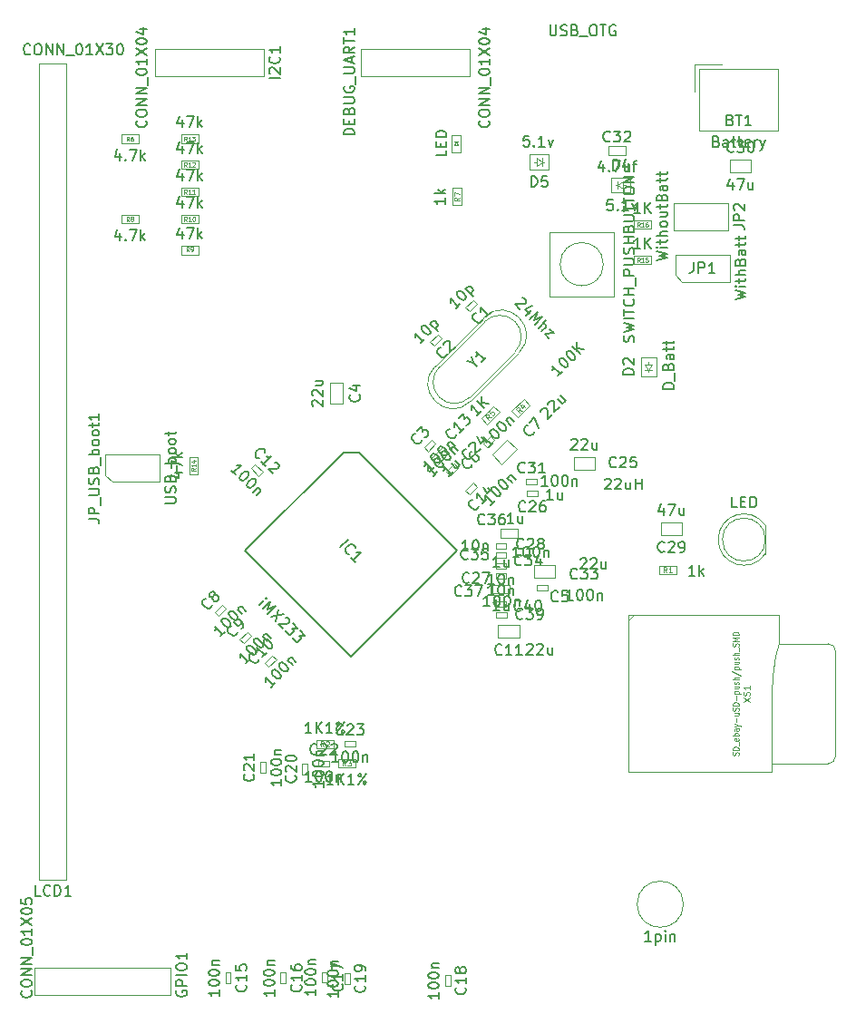
<source format=gbr>
G04 #@! TF.GenerationSoftware,KiCad,Pcbnew,(2017-06-28 revision 2237de015)-makepkg*
G04 #@! TF.CreationDate,2017-08-20T23:28:32+05:30*
G04 #@! TF.ProjectId,MyIMX233,4D79494D583233332E6B696361645F70,rev?*
G04 #@! TF.SameCoordinates,Original
G04 #@! TF.FileFunction,Other,Fab,Top*
%FSLAX46Y46*%
G04 Gerber Fmt 4.6, Leading zero omitted, Abs format (unit mm)*
G04 Created by KiCad (PCBNEW (2017-06-28 revision 2237de015)-makepkg) date 08/20/17 23:28:32*
%MOMM*%
%LPD*%
G01*
G04 APERTURE LIST*
%ADD10C,0.100000*%
%ADD11C,0.150000*%
%ADD12C,0.050000*%
%ADD13C,0.075000*%
G04 APERTURE END LIST*
D10*
X128011066Y-131889500D02*
G75*
G03X128011066Y-131889500I-2154066J0D01*
G01*
D11*
X96289143Y-89708862D02*
X97703357Y-89708862D01*
X87096755Y-98901250D02*
X96289143Y-89708862D01*
X96996250Y-108800745D02*
X87096755Y-98901250D01*
X106895745Y-98901250D02*
X96996250Y-108800745D01*
X97703357Y-89708862D02*
X106895745Y-98901250D01*
D10*
X105229125Y-81743948D02*
G75*
G03X108057553Y-84572374I1414214J-1414213D01*
G01*
X109471767Y-77501306D02*
G75*
G02X112300193Y-80329734I1414213J-1414214D01*
G01*
X104857895Y-81655558D02*
G75*
G03X108145941Y-84943606I1644023J-1644024D01*
G01*
X109383378Y-77130076D02*
G75*
G02X112671424Y-80418122I1644023J-1644023D01*
G01*
X109471766Y-77501307D02*
X105229126Y-81743947D01*
X112300193Y-80329734D02*
X108057553Y-84572374D01*
X109383378Y-77130076D02*
X104857894Y-81655559D01*
X112671424Y-80418122D02*
X108145941Y-84943606D01*
X74676000Y-92456000D02*
X74041000Y-91821000D01*
X79121000Y-92456000D02*
X74676000Y-92456000D01*
X79121000Y-89916000D02*
X79121000Y-92456000D01*
X74041000Y-89916000D02*
X79121000Y-89916000D01*
X74041000Y-91821000D02*
X74041000Y-89916000D01*
X127889000Y-73787000D02*
X127254000Y-73152000D01*
X132334000Y-73787000D02*
X127889000Y-73787000D01*
X132334000Y-71247000D02*
X132334000Y-73787000D01*
X127254000Y-71247000D02*
X132334000Y-71247000D01*
X127254000Y-73152000D02*
X127254000Y-71247000D01*
X125006000Y-71355000D02*
X125006000Y-72155000D01*
X123406000Y-71355000D02*
X125006000Y-71355000D01*
X123406000Y-72155000D02*
X123406000Y-71355000D01*
X125006000Y-72155000D02*
X123406000Y-72155000D01*
X125006000Y-68853000D02*
X123406000Y-68853000D01*
X123406000Y-68853000D02*
X123406000Y-68053000D01*
X123406000Y-68053000D02*
X125006000Y-68053000D01*
X125006000Y-68053000D02*
X125006000Y-68853000D01*
X75527000Y-60052000D02*
X77127000Y-60052000D01*
X77127000Y-60052000D02*
X77127000Y-60852000D01*
X77127000Y-60852000D02*
X75527000Y-60852000D01*
X75527000Y-60852000D02*
X75527000Y-60052000D01*
X82696000Y-90132000D02*
X82696000Y-91732000D01*
X82696000Y-91732000D02*
X81896000Y-91732000D01*
X81896000Y-91732000D02*
X81896000Y-90132000D01*
X81896000Y-90132000D02*
X82696000Y-90132000D01*
X82715000Y-60052000D02*
X82715000Y-60852000D01*
X81115000Y-60052000D02*
X82715000Y-60052000D01*
X81115000Y-60852000D02*
X81115000Y-60052000D01*
X82715000Y-60852000D02*
X81115000Y-60852000D01*
X75527000Y-67545000D02*
X77127000Y-67545000D01*
X77127000Y-67545000D02*
X77127000Y-68345000D01*
X77127000Y-68345000D02*
X75527000Y-68345000D01*
X75527000Y-68345000D02*
X75527000Y-67545000D01*
X82715000Y-70466000D02*
X82715000Y-71266000D01*
X81115000Y-70466000D02*
X82715000Y-70466000D01*
X81115000Y-71266000D02*
X81115000Y-70466000D01*
X82715000Y-71266000D02*
X81115000Y-71266000D01*
X82715000Y-63265000D02*
X81115000Y-63265000D01*
X81115000Y-63265000D02*
X81115000Y-62465000D01*
X81115000Y-62465000D02*
X82715000Y-62465000D01*
X82715000Y-62465000D02*
X82715000Y-63265000D01*
X82715000Y-67545000D02*
X82715000Y-68345000D01*
X81115000Y-67545000D02*
X82715000Y-67545000D01*
X81115000Y-68345000D02*
X81115000Y-67545000D01*
X82715000Y-68345000D02*
X81115000Y-68345000D01*
X82715000Y-65805000D02*
X81115000Y-65805000D01*
X81115000Y-65805000D02*
X81115000Y-65005000D01*
X81115000Y-65005000D02*
X82715000Y-65005000D01*
X82715000Y-65005000D02*
X82715000Y-65805000D01*
D12*
X123428000Y-104875000D02*
X122928000Y-105375000D01*
X136228000Y-112225000D02*
X136328000Y-110525000D01*
X136328000Y-110525000D02*
X136628000Y-108725000D01*
X136628000Y-108725000D02*
X136928000Y-107525000D01*
X141528000Y-118775000D02*
X136228000Y-118775000D01*
X142228000Y-118075000D02*
X142228000Y-108275000D01*
X142228000Y-118075000D02*
G75*
G02X141528000Y-118775000I-700000J0D01*
G01*
X141528000Y-107575000D02*
X136928000Y-107575000D01*
X142228000Y-108275000D02*
G75*
G03X141528000Y-107575000I-700000J0D01*
G01*
X136928000Y-107575000D02*
X136928000Y-104875000D01*
X136228000Y-119575000D02*
X136228000Y-112225000D01*
X122928000Y-119575000D02*
X122928000Y-104875000D01*
X122928000Y-104875000D02*
X136928000Y-104875000D01*
X122928000Y-119575000D02*
X136228000Y-119575000D01*
D10*
X122374000Y-64770000D02*
X122624000Y-64770000D01*
X122374000Y-65120000D02*
X121874000Y-64770000D01*
X122374000Y-64420000D02*
X122374000Y-65120000D01*
X121874000Y-64770000D02*
X122374000Y-64420000D01*
X121874000Y-64770000D02*
X121674000Y-64770000D01*
X121874000Y-64420000D02*
X121874000Y-65120000D01*
X121274000Y-65470000D02*
X121274000Y-64070000D01*
X123074000Y-65470000D02*
X121274000Y-65470000D01*
X123074000Y-64070000D02*
X123074000Y-65470000D01*
X121274000Y-64070000D02*
X123074000Y-64070000D01*
X115454000Y-63311000D02*
X113654000Y-63311000D01*
X113654000Y-63311000D02*
X113654000Y-61911000D01*
X113654000Y-61911000D02*
X115454000Y-61911000D01*
X115454000Y-61911000D02*
X115454000Y-63311000D01*
X114854000Y-62961000D02*
X114854000Y-62261000D01*
X114854000Y-62611000D02*
X115054000Y-62611000D01*
X114854000Y-62611000D02*
X114354000Y-62961000D01*
X114354000Y-62961000D02*
X114354000Y-62261000D01*
X114354000Y-62261000D02*
X114854000Y-62611000D01*
X114354000Y-62611000D02*
X114104000Y-62611000D01*
X106407000Y-60071000D02*
X107207000Y-60071000D01*
X107207000Y-60071000D02*
X107207000Y-61671000D01*
X107207000Y-61671000D02*
X106407000Y-61671000D01*
X106407000Y-61671000D02*
X106407000Y-60071000D01*
X107007000Y-61021000D02*
X106607000Y-61021000D01*
X106607000Y-61021000D02*
X106807000Y-60721000D01*
X106807000Y-60721000D02*
X107007000Y-61021000D01*
X107007000Y-60671000D02*
X106607000Y-60671000D01*
X106470500Y-65049500D02*
X107270500Y-65049500D01*
X106470500Y-66649500D02*
X106470500Y-65049500D01*
X107270500Y-66649500D02*
X106470500Y-66649500D01*
X107270500Y-65049500D02*
X107270500Y-66649500D01*
X88024723Y-90846170D02*
X88731830Y-91553277D01*
X88731830Y-91553277D02*
X88378277Y-91906830D01*
X88378277Y-91906830D02*
X87671170Y-91199723D01*
X87671170Y-91199723D02*
X88024723Y-90846170D01*
X111498000Y-104136000D02*
X110498000Y-104136000D01*
X110498000Y-104136000D02*
X110498000Y-103636000D01*
X110498000Y-103636000D02*
X111498000Y-103636000D01*
X111498000Y-103636000D02*
X111498000Y-104136000D01*
X111561500Y-105152000D02*
X110561500Y-105152000D01*
X110561500Y-105152000D02*
X110561500Y-104652000D01*
X110561500Y-104652000D02*
X111561500Y-104652000D01*
X111561500Y-104652000D02*
X111561500Y-105152000D01*
X95783500Y-119145000D02*
X95783500Y-118345000D01*
X97383500Y-119145000D02*
X95783500Y-119145000D01*
X97383500Y-118345000D02*
X97383500Y-119145000D01*
X95783500Y-118345000D02*
X97383500Y-118345000D01*
X95351500Y-117367000D02*
X93751500Y-117367000D01*
X93751500Y-117367000D02*
X93751500Y-116567000D01*
X93751500Y-116567000D02*
X95351500Y-116567000D01*
X95351500Y-116567000D02*
X95351500Y-117367000D01*
X110031777Y-88179170D02*
X110385330Y-88532723D01*
X109324670Y-88886277D02*
X110031777Y-88179170D01*
X109678223Y-89239830D02*
X109324670Y-88886277D01*
X110385330Y-88532723D02*
X109678223Y-89239830D01*
X110198000Y-102889000D02*
X110198000Y-102089000D01*
X111798000Y-102889000D02*
X110198000Y-102889000D01*
X111798000Y-102089000D02*
X111798000Y-102889000D01*
X110198000Y-102089000D02*
X111798000Y-102089000D01*
X112560000Y-97682000D02*
X110960000Y-97682000D01*
X110960000Y-97682000D02*
X110960000Y-96882000D01*
X110960000Y-96882000D02*
X112560000Y-96882000D01*
X112560000Y-96882000D02*
X112560000Y-97682000D01*
X121014500Y-61931500D02*
X121014500Y-61131500D01*
X122614500Y-61931500D02*
X121014500Y-61931500D01*
X122614500Y-61131500D02*
X122614500Y-61931500D01*
X121014500Y-61131500D02*
X122614500Y-61131500D01*
X104434472Y-90325843D02*
X105565843Y-89194472D01*
X105565843Y-89194472D02*
X106131528Y-89760157D01*
X106131528Y-89760157D02*
X105000157Y-90891528D01*
X105000157Y-90891528D02*
X104434472Y-90325843D01*
X114371500Y-102612000D02*
X114371500Y-102112000D01*
X115371500Y-102612000D02*
X114371500Y-102612000D01*
X115371500Y-102112000D02*
X115371500Y-102612000D01*
X114371500Y-102112000D02*
X115371500Y-102112000D01*
X111498000Y-99564000D02*
X110498000Y-99564000D01*
X110498000Y-99564000D02*
X110498000Y-99064000D01*
X110498000Y-99064000D02*
X111498000Y-99064000D01*
X111498000Y-99064000D02*
X111498000Y-99564000D01*
X110498000Y-100080000D02*
X111498000Y-100080000D01*
X111498000Y-100080000D02*
X111498000Y-100580000D01*
X111498000Y-100580000D02*
X110498000Y-100580000D01*
X110498000Y-100580000D02*
X110498000Y-100080000D01*
X113355500Y-92206000D02*
X114355500Y-92206000D01*
X114355500Y-92206000D02*
X114355500Y-92706000D01*
X114355500Y-92706000D02*
X113355500Y-92706000D01*
X113355500Y-92706000D02*
X113355500Y-92206000D01*
X132350000Y-62372000D02*
X134350000Y-62372000D01*
X134350000Y-62372000D02*
X134350000Y-63612000D01*
X134350000Y-63612000D02*
X132350000Y-63612000D01*
X132350000Y-63612000D02*
X132350000Y-62372000D01*
X129079500Y-53511000D02*
X129079500Y-56011000D01*
X131579500Y-53511000D02*
X129079500Y-53511000D01*
X136879500Y-53911000D02*
X129479500Y-53911000D01*
X136879500Y-59661000D02*
X136879500Y-53911000D01*
X129479500Y-59661000D02*
X136879500Y-59661000D01*
X129479500Y-53911000D02*
X129479500Y-59661000D01*
X124077500Y-82604500D02*
X124077500Y-80804500D01*
X124077500Y-80804500D02*
X125477500Y-80804500D01*
X125477500Y-80804500D02*
X125477500Y-82604500D01*
X125477500Y-82604500D02*
X124077500Y-82604500D01*
X124427500Y-82004500D02*
X125127500Y-82004500D01*
X124777500Y-82004500D02*
X124777500Y-82204500D01*
X124777500Y-82004500D02*
X124427500Y-81504500D01*
X124427500Y-81504500D02*
X125127500Y-81504500D01*
X125127500Y-81504500D02*
X124777500Y-82004500D01*
X124777500Y-81504500D02*
X124777500Y-81254500D01*
X110830528Y-85950157D02*
X109699157Y-87081528D01*
X109699157Y-87081528D02*
X109133472Y-86515843D01*
X109133472Y-86515843D02*
X110264843Y-85384472D01*
X110264843Y-85384472D02*
X110830528Y-85950157D01*
X112556657Y-86446528D02*
X111990972Y-85880843D01*
X113688028Y-85315157D02*
X112556657Y-86446528D01*
X113122343Y-84749472D02*
X113688028Y-85315157D01*
X111990972Y-85880843D02*
X113122343Y-84749472D01*
X125755500Y-100311000D02*
X127355500Y-100311000D01*
X127355500Y-100311000D02*
X127355500Y-101111000D01*
X127355500Y-101111000D02*
X125755500Y-101111000D01*
X125755500Y-101111000D02*
X125755500Y-100311000D01*
X127893000Y-97457500D02*
X125893000Y-97457500D01*
X125893000Y-97457500D02*
X125893000Y-96217500D01*
X125893000Y-96217500D02*
X127893000Y-96217500D01*
X127893000Y-96217500D02*
X127893000Y-97457500D01*
X97917000Y-52070000D02*
X97917000Y-54610000D01*
X108077000Y-52070000D02*
X97917000Y-52070000D01*
X108077000Y-54610000D02*
X108077000Y-52070000D01*
X97917000Y-54610000D02*
X108077000Y-54610000D01*
X132207000Y-68961000D02*
X132207000Y-66421000D01*
X127127000Y-68961000D02*
X132207000Y-68961000D01*
X127127000Y-66421000D02*
X127127000Y-68961000D01*
X132207000Y-66421000D02*
X127127000Y-66421000D01*
X114419000Y-93285500D02*
X114419000Y-93785500D01*
X113419000Y-93285500D02*
X114419000Y-93285500D01*
X113419000Y-93785500D02*
X113419000Y-93285500D01*
X114419000Y-93785500D02*
X113419000Y-93785500D01*
X111498000Y-101469000D02*
X110498000Y-101469000D01*
X110498000Y-101469000D02*
X110498000Y-100969000D01*
X110498000Y-100969000D02*
X111498000Y-100969000D01*
X111498000Y-100969000D02*
X111498000Y-101469000D01*
X111498000Y-98175000D02*
X111498000Y-98675000D01*
X110498000Y-98175000D02*
X111498000Y-98175000D01*
X110498000Y-98675000D02*
X110498000Y-98175000D01*
X111498000Y-98675000D02*
X110498000Y-98675000D01*
X119765000Y-91361500D02*
X117765000Y-91361500D01*
X117765000Y-91361500D02*
X117765000Y-90121500D01*
X117765000Y-90121500D02*
X119765000Y-90121500D01*
X119765000Y-90121500D02*
X119765000Y-91361500D01*
X67881500Y-129603500D02*
X70421500Y-129603500D01*
X67881500Y-53403500D02*
X67881500Y-129603500D01*
X70421500Y-53403500D02*
X67881500Y-53403500D01*
X70421500Y-129603500D02*
X70421500Y-53403500D01*
X84242170Y-104634277D02*
X84949277Y-103927170D01*
X84949277Y-103927170D02*
X85302830Y-104280723D01*
X85302830Y-104280723D02*
X84595723Y-104987830D01*
X84595723Y-104987830D02*
X84242170Y-104634277D01*
X80137000Y-140335000D02*
X80137000Y-137795000D01*
X67437000Y-140335000D02*
X80137000Y-140335000D01*
X67437000Y-137795000D02*
X67437000Y-140335000D01*
X80137000Y-137795000D02*
X67437000Y-137795000D01*
X108734330Y-75832723D02*
X108027223Y-76539830D01*
X108027223Y-76539830D02*
X107673670Y-76186277D01*
X107673670Y-76186277D02*
X108380777Y-75479170D01*
X108380777Y-75479170D02*
X108734330Y-75832723D01*
X92928250Y-119753000D02*
X92428250Y-119753000D01*
X92928250Y-118753000D02*
X92928250Y-119753000D01*
X92428250Y-118753000D02*
X92928250Y-118753000D01*
X92428250Y-119753000D02*
X92428250Y-118753000D01*
X96865250Y-138342750D02*
X96865250Y-139342750D01*
X96865250Y-139342750D02*
X96365250Y-139342750D01*
X96365250Y-139342750D02*
X96365250Y-138342750D01*
X96365250Y-138342750D02*
X96865250Y-138342750D01*
X105763250Y-138533250D02*
X106263250Y-138533250D01*
X105763250Y-139533250D02*
X105763250Y-138533250D01*
X106263250Y-139533250D02*
X105763250Y-139533250D01*
X106263250Y-138533250D02*
X106263250Y-139533250D01*
X94769750Y-138215750D02*
X94769750Y-139215750D01*
X94769750Y-139215750D02*
X94269750Y-139215750D01*
X94269750Y-139215750D02*
X94269750Y-138215750D01*
X94269750Y-138215750D02*
X94769750Y-138215750D01*
X90396250Y-138279250D02*
X90896250Y-138279250D01*
X90396250Y-139279250D02*
X90396250Y-138279250D01*
X90896250Y-139279250D02*
X90396250Y-139279250D01*
X90896250Y-138279250D02*
X90896250Y-139279250D01*
X96401000Y-116653500D02*
X97401000Y-116653500D01*
X97401000Y-116653500D02*
X97401000Y-117153500D01*
X97401000Y-117153500D02*
X96401000Y-117153500D01*
X96401000Y-117153500D02*
X96401000Y-116653500D01*
X108380777Y-92560670D02*
X108734330Y-92914223D01*
X107673670Y-93267777D02*
X108380777Y-92560670D01*
X108027223Y-93621330D02*
X107673670Y-93267777D01*
X108734330Y-92914223D02*
X108027223Y-93621330D01*
X88941170Y-109396777D02*
X89648277Y-108689670D01*
X89648277Y-108689670D02*
X90001830Y-109043223D01*
X90001830Y-109043223D02*
X89294723Y-109750330D01*
X89294723Y-109750330D02*
X88941170Y-109396777D01*
X86945223Y-107527830D02*
X86591670Y-107174277D01*
X87652330Y-106820723D02*
X86945223Y-107527830D01*
X87298777Y-106467170D02*
X87652330Y-106820723D01*
X86591670Y-107174277D02*
X87298777Y-106467170D01*
X106602777Y-90782670D02*
X106956330Y-91136223D01*
X105895670Y-91489777D02*
X106602777Y-90782670D01*
X106249223Y-91843330D02*
X105895670Y-91489777D01*
X106956330Y-91136223D02*
X106249223Y-91843330D01*
X103800170Y-89267277D02*
X104507277Y-88560170D01*
X104507277Y-88560170D02*
X104860830Y-88913723D01*
X104860830Y-88913723D02*
X104153723Y-89620830D01*
X104153723Y-89620830D02*
X103800170Y-89267277D01*
X105078777Y-78717670D02*
X105432330Y-79071223D01*
X104371670Y-79424777D02*
X105078777Y-78717670D01*
X104725223Y-79778330D02*
X104371670Y-79424777D01*
X105432330Y-79071223D02*
X104725223Y-79778330D01*
X85752750Y-138279250D02*
X85752750Y-139279250D01*
X85752750Y-139279250D02*
X85252750Y-139279250D01*
X85252750Y-139279250D02*
X85252750Y-138279250D01*
X85252750Y-138279250D02*
X85752750Y-138279250D01*
X89023000Y-119626000D02*
X88523000Y-119626000D01*
X89023000Y-118626000D02*
X89023000Y-119626000D01*
X88523000Y-118626000D02*
X89023000Y-118626000D01*
X88523000Y-119626000D02*
X88523000Y-118626000D01*
X93924500Y-118495000D02*
X94924500Y-118495000D01*
X94924500Y-118495000D02*
X94924500Y-118995000D01*
X94924500Y-118995000D02*
X93924500Y-118995000D01*
X93924500Y-118995000D02*
X93924500Y-118495000D01*
X120542564Y-72147500D02*
G75*
G03X120542564Y-72147500I-2015564J0D01*
G01*
X115527000Y-75147500D02*
X115527000Y-72147500D01*
X121527000Y-75147500D02*
X115527000Y-75147500D01*
X121527000Y-69147500D02*
X121527000Y-75147500D01*
X115527000Y-69147500D02*
X121527000Y-69147500D01*
X115527000Y-72147500D02*
X115527000Y-69147500D01*
X112696500Y-105806000D02*
X112696500Y-107046000D01*
X110696500Y-105806000D02*
X112696500Y-105806000D01*
X110696500Y-107046000D02*
X110696500Y-105806000D01*
X112696500Y-107046000D02*
X110696500Y-107046000D01*
X111579084Y-88516487D02*
X112455896Y-89393299D01*
X110164870Y-89930701D02*
X111579084Y-88516487D01*
X111041682Y-90807513D02*
X110164870Y-89930701D01*
X112455896Y-89393299D02*
X111041682Y-90807513D01*
X116062000Y-100218000D02*
X116062000Y-101458000D01*
X114062000Y-100218000D02*
X116062000Y-100218000D01*
X114062000Y-101458000D02*
X114062000Y-100218000D01*
X116062000Y-101458000D02*
X114062000Y-101458000D01*
X96251000Y-83181000D02*
X96251000Y-85181000D01*
X96251000Y-85181000D02*
X95011000Y-85181000D01*
X95011000Y-85181000D02*
X95011000Y-83181000D01*
X95011000Y-83181000D02*
X96251000Y-83181000D01*
X135667500Y-99180150D02*
X135667500Y-96526850D01*
X135667500Y-97853500D02*
G75*
G03X135667500Y-97853500I-2000000J0D01*
G01*
X135667838Y-96527361D02*
G75*
G03X135667500Y-99180150I-2000338J-1326139D01*
G01*
X88836500Y-54610000D02*
X88836500Y-52070000D01*
X78676500Y-54610000D02*
X88836500Y-54610000D01*
X78676500Y-52070000D02*
X78676500Y-54610000D01*
X88836500Y-52070000D02*
X78676500Y-52070000D01*
D11*
X124999857Y-135341880D02*
X124428428Y-135341880D01*
X124714142Y-135341880D02*
X124714142Y-134341880D01*
X124618904Y-134484738D01*
X124523666Y-134579976D01*
X124428428Y-134627595D01*
X125428428Y-134675214D02*
X125428428Y-135675214D01*
X125428428Y-134722833D02*
X125523666Y-134675214D01*
X125714142Y-134675214D01*
X125809380Y-134722833D01*
X125857000Y-134770452D01*
X125904619Y-134865690D01*
X125904619Y-135151404D01*
X125857000Y-135246642D01*
X125809380Y-135294261D01*
X125714142Y-135341880D01*
X125523666Y-135341880D01*
X125428428Y-135294261D01*
X126333190Y-135341880D02*
X126333190Y-134675214D01*
X126333190Y-134341880D02*
X126285571Y-134389500D01*
X126333190Y-134437119D01*
X126380809Y-134389500D01*
X126333190Y-134341880D01*
X126333190Y-134437119D01*
X126809380Y-134675214D02*
X126809380Y-135341880D01*
X126809380Y-134770452D02*
X126857000Y-134722833D01*
X126952238Y-134675214D01*
X127095095Y-134675214D01*
X127190333Y-134722833D01*
X127237952Y-134818071D01*
X127237952Y-135341880D01*
X88420055Y-103975582D02*
X88891459Y-103504178D01*
X89127162Y-103268475D02*
X89059818Y-103268475D01*
X89059818Y-103335819D01*
X89127162Y-103335819D01*
X89127162Y-103268475D01*
X89059818Y-103335819D01*
X88756772Y-104312300D02*
X89463879Y-103605193D01*
X89194505Y-104345971D01*
X89935284Y-104076597D01*
X89228177Y-104783704D01*
X90204658Y-104345971D02*
X89968955Y-105524483D01*
X90676062Y-104817376D02*
X89497551Y-105053078D01*
X90844421Y-105120422D02*
X90911764Y-105120422D01*
X91012780Y-105154093D01*
X91181138Y-105322452D01*
X91214810Y-105423467D01*
X91214810Y-105490811D01*
X91181138Y-105591826D01*
X91113795Y-105659170D01*
X90979108Y-105726513D01*
X90170986Y-105726513D01*
X90608719Y-106164246D01*
X91551528Y-105692841D02*
X91989260Y-106130574D01*
X91484184Y-106164246D01*
X91585199Y-106265261D01*
X91618871Y-106366276D01*
X91618871Y-106433620D01*
X91585199Y-106534635D01*
X91416841Y-106702994D01*
X91315825Y-106736666D01*
X91248482Y-106736666D01*
X91147467Y-106702994D01*
X90945436Y-106500963D01*
X90911764Y-106399948D01*
X90911764Y-106332605D01*
X92224963Y-106366276D02*
X92662695Y-106804009D01*
X92157619Y-106837681D01*
X92258634Y-106938696D01*
X92292306Y-107039711D01*
X92292306Y-107107055D01*
X92258634Y-107208070D01*
X92090276Y-107376429D01*
X91989260Y-107410101D01*
X91921917Y-107410101D01*
X91820902Y-107376429D01*
X91618871Y-107174398D01*
X91585199Y-107073383D01*
X91585199Y-107006040D01*
X95986097Y-98530860D02*
X96693204Y-97823753D01*
X96794219Y-99204295D02*
X96726875Y-99204295D01*
X96592188Y-99136952D01*
X96524845Y-99069608D01*
X96457501Y-98934921D01*
X96457501Y-98800234D01*
X96491173Y-98699219D01*
X96592188Y-98530860D01*
X96693204Y-98429845D01*
X96861562Y-98328830D01*
X96962578Y-98295158D01*
X97097265Y-98295158D01*
X97231952Y-98362501D01*
X97299295Y-98429845D01*
X97366639Y-98564532D01*
X97366639Y-98631875D01*
X97400311Y-99945074D02*
X96996250Y-99541013D01*
X97198280Y-99743043D02*
X97905387Y-99035937D01*
X97737028Y-99069608D01*
X97602341Y-99069608D01*
X97501326Y-99035937D01*
X112943981Y-75283717D02*
X113011324Y-75283717D01*
X113112339Y-75317389D01*
X113280698Y-75485748D01*
X113314370Y-75586763D01*
X113314370Y-75654107D01*
X113280698Y-75755122D01*
X113213355Y-75822465D01*
X113078668Y-75889809D01*
X112270546Y-75889809D01*
X112708278Y-76327542D01*
X113785774Y-76462229D02*
X113314370Y-76933633D01*
X113886790Y-76024496D02*
X113213355Y-76361213D01*
X113651087Y-76798946D01*
X113684759Y-77304022D02*
X114391866Y-76596916D01*
X114122492Y-77337694D01*
X114863270Y-77068320D01*
X114156164Y-77775427D01*
X114492881Y-78112144D02*
X115199988Y-77405038D01*
X114795927Y-78415190D02*
X115166316Y-78044801D01*
X115199988Y-77943786D01*
X115166316Y-77842770D01*
X115065301Y-77741755D01*
X114964286Y-77708083D01*
X114896942Y-77708083D01*
X115536705Y-78213160D02*
X115907095Y-78583549D01*
X115065301Y-78684564D01*
X115435690Y-79054953D01*
X108411105Y-81356722D02*
X108747823Y-81693440D01*
X107805014Y-81222035D02*
X108411105Y-81356722D01*
X108276418Y-80750631D01*
X109589616Y-80851646D02*
X109185555Y-81255707D01*
X109387586Y-81053676D02*
X108680479Y-80346570D01*
X108714151Y-80514928D01*
X108714151Y-80649615D01*
X108680479Y-80750631D01*
X79633380Y-94471714D02*
X80442904Y-94471714D01*
X80538142Y-94424095D01*
X80585761Y-94376476D01*
X80633380Y-94281238D01*
X80633380Y-94090761D01*
X80585761Y-93995523D01*
X80538142Y-93947904D01*
X80442904Y-93900285D01*
X79633380Y-93900285D01*
X80585761Y-93471714D02*
X80633380Y-93328857D01*
X80633380Y-93090761D01*
X80585761Y-92995523D01*
X80538142Y-92947904D01*
X80442904Y-92900285D01*
X80347666Y-92900285D01*
X80252428Y-92947904D01*
X80204809Y-92995523D01*
X80157190Y-93090761D01*
X80109571Y-93281238D01*
X80061952Y-93376476D01*
X80014333Y-93424095D01*
X79919095Y-93471714D01*
X79823857Y-93471714D01*
X79728619Y-93424095D01*
X79681000Y-93376476D01*
X79633380Y-93281238D01*
X79633380Y-93043142D01*
X79681000Y-92900285D01*
X80109571Y-92138380D02*
X80157190Y-91995523D01*
X80204809Y-91947904D01*
X80300047Y-91900285D01*
X80442904Y-91900285D01*
X80538142Y-91947904D01*
X80585761Y-91995523D01*
X80633380Y-92090761D01*
X80633380Y-92471714D01*
X79633380Y-92471714D01*
X79633380Y-92138380D01*
X79681000Y-92043142D01*
X79728619Y-91995523D01*
X79823857Y-91947904D01*
X79919095Y-91947904D01*
X80014333Y-91995523D01*
X80061952Y-92043142D01*
X80109571Y-92138380D01*
X80109571Y-92471714D01*
X80728619Y-91709809D02*
X80728619Y-90947904D01*
X80633380Y-90709809D02*
X79633380Y-90709809D01*
X80014333Y-90709809D02*
X79966714Y-90614571D01*
X79966714Y-90424095D01*
X80014333Y-90328857D01*
X80061952Y-90281238D01*
X80157190Y-90233619D01*
X80442904Y-90233619D01*
X80538142Y-90281238D01*
X80585761Y-90328857D01*
X80633380Y-90424095D01*
X80633380Y-90614571D01*
X80585761Y-90709809D01*
X80633380Y-89662190D02*
X80585761Y-89757428D01*
X80538142Y-89805047D01*
X80442904Y-89852666D01*
X80157190Y-89852666D01*
X80061952Y-89805047D01*
X80014333Y-89757428D01*
X79966714Y-89662190D01*
X79966714Y-89519333D01*
X80014333Y-89424095D01*
X80061952Y-89376476D01*
X80157190Y-89328857D01*
X80442904Y-89328857D01*
X80538142Y-89376476D01*
X80585761Y-89424095D01*
X80633380Y-89519333D01*
X80633380Y-89662190D01*
X80633380Y-88757428D02*
X80585761Y-88852666D01*
X80538142Y-88900285D01*
X80442904Y-88947904D01*
X80157190Y-88947904D01*
X80061952Y-88900285D01*
X80014333Y-88852666D01*
X79966714Y-88757428D01*
X79966714Y-88614571D01*
X80014333Y-88519333D01*
X80061952Y-88471714D01*
X80157190Y-88424095D01*
X80442904Y-88424095D01*
X80538142Y-88471714D01*
X80585761Y-88519333D01*
X80633380Y-88614571D01*
X80633380Y-88757428D01*
X79966714Y-88138380D02*
X79966714Y-87757428D01*
X79633380Y-87995523D02*
X80490523Y-87995523D01*
X80585761Y-87947904D01*
X80633380Y-87852666D01*
X80633380Y-87757428D01*
X72477380Y-95924095D02*
X73191666Y-95924095D01*
X73334523Y-95971714D01*
X73429761Y-96066952D01*
X73477380Y-96209809D01*
X73477380Y-96305047D01*
X73477380Y-95447904D02*
X72477380Y-95447904D01*
X72477380Y-95066952D01*
X72525000Y-94971714D01*
X72572619Y-94924095D01*
X72667857Y-94876476D01*
X72810714Y-94876476D01*
X72905952Y-94924095D01*
X72953571Y-94971714D01*
X73001190Y-95066952D01*
X73001190Y-95447904D01*
X73572619Y-94686000D02*
X73572619Y-93924095D01*
X72477380Y-93686000D02*
X73286904Y-93686000D01*
X73382142Y-93638380D01*
X73429761Y-93590761D01*
X73477380Y-93495523D01*
X73477380Y-93305047D01*
X73429761Y-93209809D01*
X73382142Y-93162190D01*
X73286904Y-93114571D01*
X72477380Y-93114571D01*
X73429761Y-92686000D02*
X73477380Y-92543142D01*
X73477380Y-92305047D01*
X73429761Y-92209809D01*
X73382142Y-92162190D01*
X73286904Y-92114571D01*
X73191666Y-92114571D01*
X73096428Y-92162190D01*
X73048809Y-92209809D01*
X73001190Y-92305047D01*
X72953571Y-92495523D01*
X72905952Y-92590761D01*
X72858333Y-92638380D01*
X72763095Y-92686000D01*
X72667857Y-92686000D01*
X72572619Y-92638380D01*
X72525000Y-92590761D01*
X72477380Y-92495523D01*
X72477380Y-92257428D01*
X72525000Y-92114571D01*
X72953571Y-91352666D02*
X73001190Y-91209809D01*
X73048809Y-91162190D01*
X73144047Y-91114571D01*
X73286904Y-91114571D01*
X73382142Y-91162190D01*
X73429761Y-91209809D01*
X73477380Y-91305047D01*
X73477380Y-91686000D01*
X72477380Y-91686000D01*
X72477380Y-91352666D01*
X72525000Y-91257428D01*
X72572619Y-91209809D01*
X72667857Y-91162190D01*
X72763095Y-91162190D01*
X72858333Y-91209809D01*
X72905952Y-91257428D01*
X72953571Y-91352666D01*
X72953571Y-91686000D01*
X73572619Y-90924095D02*
X73572619Y-90162190D01*
X73477380Y-89924095D02*
X72477380Y-89924095D01*
X72858333Y-89924095D02*
X72810714Y-89828857D01*
X72810714Y-89638380D01*
X72858333Y-89543142D01*
X72905952Y-89495523D01*
X73001190Y-89447904D01*
X73286904Y-89447904D01*
X73382142Y-89495523D01*
X73429761Y-89543142D01*
X73477380Y-89638380D01*
X73477380Y-89828857D01*
X73429761Y-89924095D01*
X73477380Y-88876476D02*
X73429761Y-88971714D01*
X73382142Y-89019333D01*
X73286904Y-89066952D01*
X73001190Y-89066952D01*
X72905952Y-89019333D01*
X72858333Y-88971714D01*
X72810714Y-88876476D01*
X72810714Y-88733619D01*
X72858333Y-88638380D01*
X72905952Y-88590761D01*
X73001190Y-88543142D01*
X73286904Y-88543142D01*
X73382142Y-88590761D01*
X73429761Y-88638380D01*
X73477380Y-88733619D01*
X73477380Y-88876476D01*
X73477380Y-87971714D02*
X73429761Y-88066952D01*
X73382142Y-88114571D01*
X73286904Y-88162190D01*
X73001190Y-88162190D01*
X72905952Y-88114571D01*
X72858333Y-88066952D01*
X72810714Y-87971714D01*
X72810714Y-87828857D01*
X72858333Y-87733619D01*
X72905952Y-87686000D01*
X73001190Y-87638380D01*
X73286904Y-87638380D01*
X73382142Y-87686000D01*
X73429761Y-87733619D01*
X73477380Y-87828857D01*
X73477380Y-87971714D01*
X72810714Y-87352666D02*
X72810714Y-86971714D01*
X72477380Y-87209809D02*
X73334523Y-87209809D01*
X73429761Y-87162190D01*
X73477380Y-87066952D01*
X73477380Y-86971714D01*
X73477380Y-86114571D02*
X73477380Y-86686000D01*
X73477380Y-86400285D02*
X72477380Y-86400285D01*
X72620238Y-86495523D01*
X72715476Y-86590761D01*
X72763095Y-86686000D01*
X132846380Y-75445571D02*
X133846380Y-75207476D01*
X133132095Y-75017000D01*
X133846380Y-74826523D01*
X132846380Y-74588428D01*
X133846380Y-74207476D02*
X133179714Y-74207476D01*
X132846380Y-74207476D02*
X132894000Y-74255095D01*
X132941619Y-74207476D01*
X132894000Y-74159857D01*
X132846380Y-74207476D01*
X132941619Y-74207476D01*
X133179714Y-73874142D02*
X133179714Y-73493190D01*
X132846380Y-73731285D02*
X133703523Y-73731285D01*
X133798761Y-73683666D01*
X133846380Y-73588428D01*
X133846380Y-73493190D01*
X133846380Y-73159857D02*
X132846380Y-73159857D01*
X133846380Y-72731285D02*
X133322571Y-72731285D01*
X133227333Y-72778904D01*
X133179714Y-72874142D01*
X133179714Y-73017000D01*
X133227333Y-73112238D01*
X133274952Y-73159857D01*
X133322571Y-71921761D02*
X133370190Y-71778904D01*
X133417809Y-71731285D01*
X133513047Y-71683666D01*
X133655904Y-71683666D01*
X133751142Y-71731285D01*
X133798761Y-71778904D01*
X133846380Y-71874142D01*
X133846380Y-72255095D01*
X132846380Y-72255095D01*
X132846380Y-71921761D01*
X132894000Y-71826523D01*
X132941619Y-71778904D01*
X133036857Y-71731285D01*
X133132095Y-71731285D01*
X133227333Y-71778904D01*
X133274952Y-71826523D01*
X133322571Y-71921761D01*
X133322571Y-72255095D01*
X133846380Y-70826523D02*
X133322571Y-70826523D01*
X133227333Y-70874142D01*
X133179714Y-70969380D01*
X133179714Y-71159857D01*
X133227333Y-71255095D01*
X133798761Y-70826523D02*
X133846380Y-70921761D01*
X133846380Y-71159857D01*
X133798761Y-71255095D01*
X133703523Y-71302714D01*
X133608285Y-71302714D01*
X133513047Y-71255095D01*
X133465428Y-71159857D01*
X133465428Y-70921761D01*
X133417809Y-70826523D01*
X133179714Y-70493190D02*
X133179714Y-70112238D01*
X132846380Y-70350333D02*
X133703523Y-70350333D01*
X133798761Y-70302714D01*
X133846380Y-70207476D01*
X133846380Y-70112238D01*
X133179714Y-69921761D02*
X133179714Y-69540809D01*
X132846380Y-69778904D02*
X133703523Y-69778904D01*
X133798761Y-69731285D01*
X133846380Y-69636047D01*
X133846380Y-69540809D01*
X128960666Y-71969380D02*
X128960666Y-72683666D01*
X128913047Y-72826523D01*
X128817809Y-72921761D01*
X128674952Y-72969380D01*
X128579714Y-72969380D01*
X129436857Y-72969380D02*
X129436857Y-71969380D01*
X129817809Y-71969380D01*
X129913047Y-72017000D01*
X129960666Y-72064619D01*
X130008285Y-72159857D01*
X130008285Y-72302714D01*
X129960666Y-72397952D01*
X129913047Y-72445571D01*
X129817809Y-72493190D01*
X129436857Y-72493190D01*
X130960666Y-72969380D02*
X130389238Y-72969380D01*
X130674952Y-72969380D02*
X130674952Y-71969380D01*
X130579714Y-72112238D01*
X130484476Y-72207476D01*
X130389238Y-72255095D01*
X123991714Y-70707380D02*
X123420285Y-70707380D01*
X123706000Y-70707380D02*
X123706000Y-69707380D01*
X123610761Y-69850238D01*
X123515523Y-69945476D01*
X123420285Y-69993095D01*
X124420285Y-70707380D02*
X124420285Y-69707380D01*
X124991714Y-70707380D02*
X124563142Y-70135952D01*
X124991714Y-69707380D02*
X124420285Y-70278809D01*
D13*
X123948857Y-71935952D02*
X123815523Y-71745476D01*
X123720285Y-71935952D02*
X123720285Y-71535952D01*
X123872666Y-71535952D01*
X123910761Y-71555000D01*
X123929809Y-71574047D01*
X123948857Y-71612142D01*
X123948857Y-71669285D01*
X123929809Y-71707380D01*
X123910761Y-71726428D01*
X123872666Y-71745476D01*
X123720285Y-71745476D01*
X124329809Y-71935952D02*
X124101238Y-71935952D01*
X124215523Y-71935952D02*
X124215523Y-71535952D01*
X124177428Y-71593095D01*
X124139333Y-71631190D01*
X124101238Y-71650238D01*
X124691714Y-71535952D02*
X124501238Y-71535952D01*
X124482190Y-71726428D01*
X124501238Y-71707380D01*
X124539333Y-71688333D01*
X124634571Y-71688333D01*
X124672666Y-71707380D01*
X124691714Y-71726428D01*
X124710761Y-71764523D01*
X124710761Y-71859761D01*
X124691714Y-71897857D01*
X124672666Y-71916904D01*
X124634571Y-71935952D01*
X124539333Y-71935952D01*
X124501238Y-71916904D01*
X124482190Y-71897857D01*
D11*
X123991714Y-67405380D02*
X123420285Y-67405380D01*
X123706000Y-67405380D02*
X123706000Y-66405380D01*
X123610761Y-66548238D01*
X123515523Y-66643476D01*
X123420285Y-66691095D01*
X124420285Y-67405380D02*
X124420285Y-66405380D01*
X124991714Y-67405380D02*
X124563142Y-66833952D01*
X124991714Y-66405380D02*
X124420285Y-66976809D01*
D13*
X123948857Y-68633952D02*
X123815523Y-68443476D01*
X123720285Y-68633952D02*
X123720285Y-68233952D01*
X123872666Y-68233952D01*
X123910761Y-68253000D01*
X123929809Y-68272047D01*
X123948857Y-68310142D01*
X123948857Y-68367285D01*
X123929809Y-68405380D01*
X123910761Y-68424428D01*
X123872666Y-68443476D01*
X123720285Y-68443476D01*
X124329809Y-68633952D02*
X124101238Y-68633952D01*
X124215523Y-68633952D02*
X124215523Y-68233952D01*
X124177428Y-68291095D01*
X124139333Y-68329190D01*
X124101238Y-68348238D01*
X124672666Y-68233952D02*
X124596476Y-68233952D01*
X124558380Y-68253000D01*
X124539333Y-68272047D01*
X124501238Y-68329190D01*
X124482190Y-68405380D01*
X124482190Y-68557761D01*
X124501238Y-68595857D01*
X124520285Y-68614904D01*
X124558380Y-68633952D01*
X124634571Y-68633952D01*
X124672666Y-68614904D01*
X124691714Y-68595857D01*
X124710761Y-68557761D01*
X124710761Y-68462523D01*
X124691714Y-68424428D01*
X124672666Y-68405380D01*
X124634571Y-68386333D01*
X124558380Y-68386333D01*
X124520285Y-68405380D01*
X124501238Y-68424428D01*
X124482190Y-68462523D01*
D11*
X115570380Y-49814380D02*
X115570380Y-50623904D01*
X115618000Y-50719142D01*
X115665619Y-50766761D01*
X115760857Y-50814380D01*
X115951333Y-50814380D01*
X116046571Y-50766761D01*
X116094190Y-50719142D01*
X116141809Y-50623904D01*
X116141809Y-49814380D01*
X116570380Y-50766761D02*
X116713238Y-50814380D01*
X116951333Y-50814380D01*
X117046571Y-50766761D01*
X117094190Y-50719142D01*
X117141809Y-50623904D01*
X117141809Y-50528666D01*
X117094190Y-50433428D01*
X117046571Y-50385809D01*
X116951333Y-50338190D01*
X116760857Y-50290571D01*
X116665619Y-50242952D01*
X116618000Y-50195333D01*
X116570380Y-50100095D01*
X116570380Y-50004857D01*
X116618000Y-49909619D01*
X116665619Y-49862000D01*
X116760857Y-49814380D01*
X116998952Y-49814380D01*
X117141809Y-49862000D01*
X117903714Y-50290571D02*
X118046571Y-50338190D01*
X118094190Y-50385809D01*
X118141809Y-50481047D01*
X118141809Y-50623904D01*
X118094190Y-50719142D01*
X118046571Y-50766761D01*
X117951333Y-50814380D01*
X117570380Y-50814380D01*
X117570380Y-49814380D01*
X117903714Y-49814380D01*
X117998952Y-49862000D01*
X118046571Y-49909619D01*
X118094190Y-50004857D01*
X118094190Y-50100095D01*
X118046571Y-50195333D01*
X117998952Y-50242952D01*
X117903714Y-50290571D01*
X117570380Y-50290571D01*
X118332285Y-50909619D02*
X119094190Y-50909619D01*
X119522761Y-49814380D02*
X119713238Y-49814380D01*
X119808476Y-49862000D01*
X119903714Y-49957238D01*
X119951333Y-50147714D01*
X119951333Y-50481047D01*
X119903714Y-50671523D01*
X119808476Y-50766761D01*
X119713238Y-50814380D01*
X119522761Y-50814380D01*
X119427523Y-50766761D01*
X119332285Y-50671523D01*
X119284666Y-50481047D01*
X119284666Y-50147714D01*
X119332285Y-49957238D01*
X119427523Y-49862000D01*
X119522761Y-49814380D01*
X120237047Y-49814380D02*
X120808476Y-49814380D01*
X120522761Y-50814380D02*
X120522761Y-49814380D01*
X121665619Y-49862000D02*
X121570380Y-49814380D01*
X121427523Y-49814380D01*
X121284666Y-49862000D01*
X121189428Y-49957238D01*
X121141809Y-50052476D01*
X121094190Y-50242952D01*
X121094190Y-50385809D01*
X121141809Y-50576285D01*
X121189428Y-50671523D01*
X121284666Y-50766761D01*
X121427523Y-50814380D01*
X121522761Y-50814380D01*
X121665619Y-50766761D01*
X121713238Y-50719142D01*
X121713238Y-50385809D01*
X121522761Y-50385809D01*
X75398428Y-61787714D02*
X75398428Y-62454380D01*
X75160333Y-61406761D02*
X74922238Y-62121047D01*
X75541285Y-62121047D01*
X75922238Y-62359142D02*
X75969857Y-62406761D01*
X75922238Y-62454380D01*
X75874619Y-62406761D01*
X75922238Y-62359142D01*
X75922238Y-62454380D01*
X76303190Y-61454380D02*
X76969857Y-61454380D01*
X76541285Y-62454380D01*
X77350809Y-62454380D02*
X77350809Y-61454380D01*
X77446047Y-62073428D02*
X77731761Y-62454380D01*
X77731761Y-61787714D02*
X77350809Y-62168666D01*
D13*
X76260333Y-60632952D02*
X76127000Y-60442476D01*
X76031761Y-60632952D02*
X76031761Y-60232952D01*
X76184142Y-60232952D01*
X76222238Y-60252000D01*
X76241285Y-60271047D01*
X76260333Y-60309142D01*
X76260333Y-60366285D01*
X76241285Y-60404380D01*
X76222238Y-60423428D01*
X76184142Y-60442476D01*
X76031761Y-60442476D01*
X76603190Y-60232952D02*
X76527000Y-60232952D01*
X76488904Y-60252000D01*
X76469857Y-60271047D01*
X76431761Y-60328190D01*
X76412714Y-60404380D01*
X76412714Y-60556761D01*
X76431761Y-60594857D01*
X76450809Y-60613904D01*
X76488904Y-60632952D01*
X76565095Y-60632952D01*
X76603190Y-60613904D01*
X76622238Y-60594857D01*
X76641285Y-60556761D01*
X76641285Y-60461523D01*
X76622238Y-60423428D01*
X76603190Y-60404380D01*
X76565095Y-60385333D01*
X76488904Y-60385333D01*
X76450809Y-60404380D01*
X76431761Y-60423428D01*
X76412714Y-60461523D01*
D11*
X80531714Y-91622476D02*
X81198380Y-91622476D01*
X80150761Y-91860571D02*
X80865047Y-92098666D01*
X80865047Y-91479619D01*
X80198380Y-91193904D02*
X80198380Y-90527238D01*
X81198380Y-90955809D01*
X81198380Y-90146285D02*
X80198380Y-90146285D01*
X80817428Y-90051047D02*
X81198380Y-89765333D01*
X80531714Y-89765333D02*
X80912666Y-90146285D01*
D13*
X82476952Y-91189142D02*
X82286476Y-91322476D01*
X82476952Y-91417714D02*
X82076952Y-91417714D01*
X82076952Y-91265333D01*
X82096000Y-91227238D01*
X82115047Y-91208190D01*
X82153142Y-91189142D01*
X82210285Y-91189142D01*
X82248380Y-91208190D01*
X82267428Y-91227238D01*
X82286476Y-91265333D01*
X82286476Y-91417714D01*
X82476952Y-90808190D02*
X82476952Y-91036761D01*
X82476952Y-90922476D02*
X82076952Y-90922476D01*
X82134095Y-90960571D01*
X82172190Y-90998666D01*
X82191238Y-91036761D01*
X82210285Y-90465333D02*
X82476952Y-90465333D01*
X82057904Y-90560571D02*
X82343619Y-90655809D01*
X82343619Y-90408190D01*
D11*
X81224523Y-58687714D02*
X81224523Y-59354380D01*
X80986428Y-58306761D02*
X80748333Y-59021047D01*
X81367380Y-59021047D01*
X81653095Y-58354380D02*
X82319761Y-58354380D01*
X81891190Y-59354380D01*
X82700714Y-59354380D02*
X82700714Y-58354380D01*
X82795952Y-58973428D02*
X83081666Y-59354380D01*
X83081666Y-58687714D02*
X82700714Y-59068666D01*
D13*
X81657857Y-60632952D02*
X81524523Y-60442476D01*
X81429285Y-60632952D02*
X81429285Y-60232952D01*
X81581666Y-60232952D01*
X81619761Y-60252000D01*
X81638809Y-60271047D01*
X81657857Y-60309142D01*
X81657857Y-60366285D01*
X81638809Y-60404380D01*
X81619761Y-60423428D01*
X81581666Y-60442476D01*
X81429285Y-60442476D01*
X82038809Y-60632952D02*
X81810238Y-60632952D01*
X81924523Y-60632952D02*
X81924523Y-60232952D01*
X81886428Y-60290095D01*
X81848333Y-60328190D01*
X81810238Y-60347238D01*
X82172142Y-60232952D02*
X82419761Y-60232952D01*
X82286428Y-60385333D01*
X82343571Y-60385333D01*
X82381666Y-60404380D01*
X82400714Y-60423428D01*
X82419761Y-60461523D01*
X82419761Y-60556761D01*
X82400714Y-60594857D01*
X82381666Y-60613904D01*
X82343571Y-60632952D01*
X82229285Y-60632952D01*
X82191190Y-60613904D01*
X82172142Y-60594857D01*
D11*
X75398428Y-69280714D02*
X75398428Y-69947380D01*
X75160333Y-68899761D02*
X74922238Y-69614047D01*
X75541285Y-69614047D01*
X75922238Y-69852142D02*
X75969857Y-69899761D01*
X75922238Y-69947380D01*
X75874619Y-69899761D01*
X75922238Y-69852142D01*
X75922238Y-69947380D01*
X76303190Y-68947380D02*
X76969857Y-68947380D01*
X76541285Y-69947380D01*
X77350809Y-69947380D02*
X77350809Y-68947380D01*
X77446047Y-69566428D02*
X77731761Y-69947380D01*
X77731761Y-69280714D02*
X77350809Y-69661666D01*
D13*
X76260333Y-68125952D02*
X76127000Y-67935476D01*
X76031761Y-68125952D02*
X76031761Y-67725952D01*
X76184142Y-67725952D01*
X76222238Y-67745000D01*
X76241285Y-67764047D01*
X76260333Y-67802142D01*
X76260333Y-67859285D01*
X76241285Y-67897380D01*
X76222238Y-67916428D01*
X76184142Y-67935476D01*
X76031761Y-67935476D01*
X76488904Y-67897380D02*
X76450809Y-67878333D01*
X76431761Y-67859285D01*
X76412714Y-67821190D01*
X76412714Y-67802142D01*
X76431761Y-67764047D01*
X76450809Y-67745000D01*
X76488904Y-67725952D01*
X76565095Y-67725952D01*
X76603190Y-67745000D01*
X76622238Y-67764047D01*
X76641285Y-67802142D01*
X76641285Y-67821190D01*
X76622238Y-67859285D01*
X76603190Y-67878333D01*
X76565095Y-67897380D01*
X76488904Y-67897380D01*
X76450809Y-67916428D01*
X76431761Y-67935476D01*
X76412714Y-67973571D01*
X76412714Y-68049761D01*
X76431761Y-68087857D01*
X76450809Y-68106904D01*
X76488904Y-68125952D01*
X76565095Y-68125952D01*
X76603190Y-68106904D01*
X76622238Y-68087857D01*
X76641285Y-68049761D01*
X76641285Y-67973571D01*
X76622238Y-67935476D01*
X76603190Y-67916428D01*
X76565095Y-67897380D01*
D11*
X81224523Y-69101714D02*
X81224523Y-69768380D01*
X80986428Y-68720761D02*
X80748333Y-69435047D01*
X81367380Y-69435047D01*
X81653095Y-68768380D02*
X82319761Y-68768380D01*
X81891190Y-69768380D01*
X82700714Y-69768380D02*
X82700714Y-68768380D01*
X82795952Y-69387428D02*
X83081666Y-69768380D01*
X83081666Y-69101714D02*
X82700714Y-69482666D01*
D13*
X81848333Y-70919952D02*
X81715000Y-70729476D01*
X81619761Y-70919952D02*
X81619761Y-70519952D01*
X81772142Y-70519952D01*
X81810238Y-70539000D01*
X81829285Y-70558047D01*
X81848333Y-70596142D01*
X81848333Y-70653285D01*
X81829285Y-70691380D01*
X81810238Y-70710428D01*
X81772142Y-70729476D01*
X81619761Y-70729476D01*
X82038809Y-70919952D02*
X82115000Y-70919952D01*
X82153095Y-70900904D01*
X82172142Y-70881857D01*
X82210238Y-70824714D01*
X82229285Y-70748523D01*
X82229285Y-70596142D01*
X82210238Y-70558047D01*
X82191190Y-70539000D01*
X82153095Y-70519952D01*
X82076904Y-70519952D01*
X82038809Y-70539000D01*
X82019761Y-70558047D01*
X82000714Y-70596142D01*
X82000714Y-70691380D01*
X82019761Y-70729476D01*
X82038809Y-70748523D01*
X82076904Y-70767571D01*
X82153095Y-70767571D01*
X82191190Y-70748523D01*
X82210238Y-70729476D01*
X82229285Y-70691380D01*
D11*
X81224523Y-61100714D02*
X81224523Y-61767380D01*
X80986428Y-60719761D02*
X80748333Y-61434047D01*
X81367380Y-61434047D01*
X81653095Y-60767380D02*
X82319761Y-60767380D01*
X81891190Y-61767380D01*
X82700714Y-61767380D02*
X82700714Y-60767380D01*
X82795952Y-61386428D02*
X83081666Y-61767380D01*
X83081666Y-61100714D02*
X82700714Y-61481666D01*
D13*
X81657857Y-63045952D02*
X81524523Y-62855476D01*
X81429285Y-63045952D02*
X81429285Y-62645952D01*
X81581666Y-62645952D01*
X81619761Y-62665000D01*
X81638809Y-62684047D01*
X81657857Y-62722142D01*
X81657857Y-62779285D01*
X81638809Y-62817380D01*
X81619761Y-62836428D01*
X81581666Y-62855476D01*
X81429285Y-62855476D01*
X82038809Y-63045952D02*
X81810238Y-63045952D01*
X81924523Y-63045952D02*
X81924523Y-62645952D01*
X81886428Y-62703095D01*
X81848333Y-62741190D01*
X81810238Y-62760238D01*
X82191190Y-62684047D02*
X82210238Y-62665000D01*
X82248333Y-62645952D01*
X82343571Y-62645952D01*
X82381666Y-62665000D01*
X82400714Y-62684047D01*
X82419761Y-62722142D01*
X82419761Y-62760238D01*
X82400714Y-62817380D01*
X82172142Y-63045952D01*
X82419761Y-63045952D01*
D11*
X81224523Y-66180714D02*
X81224523Y-66847380D01*
X80986428Y-65799761D02*
X80748333Y-66514047D01*
X81367380Y-66514047D01*
X81653095Y-65847380D02*
X82319761Y-65847380D01*
X81891190Y-66847380D01*
X82700714Y-66847380D02*
X82700714Y-65847380D01*
X82795952Y-66466428D02*
X83081666Y-66847380D01*
X83081666Y-66180714D02*
X82700714Y-66561666D01*
D13*
X81657857Y-68125952D02*
X81524523Y-67935476D01*
X81429285Y-68125952D02*
X81429285Y-67725952D01*
X81581666Y-67725952D01*
X81619761Y-67745000D01*
X81638809Y-67764047D01*
X81657857Y-67802142D01*
X81657857Y-67859285D01*
X81638809Y-67897380D01*
X81619761Y-67916428D01*
X81581666Y-67935476D01*
X81429285Y-67935476D01*
X82038809Y-68125952D02*
X81810238Y-68125952D01*
X81924523Y-68125952D02*
X81924523Y-67725952D01*
X81886428Y-67783095D01*
X81848333Y-67821190D01*
X81810238Y-67840238D01*
X82286428Y-67725952D02*
X82324523Y-67725952D01*
X82362619Y-67745000D01*
X82381666Y-67764047D01*
X82400714Y-67802142D01*
X82419761Y-67878333D01*
X82419761Y-67973571D01*
X82400714Y-68049761D01*
X82381666Y-68087857D01*
X82362619Y-68106904D01*
X82324523Y-68125952D01*
X82286428Y-68125952D01*
X82248333Y-68106904D01*
X82229285Y-68087857D01*
X82210238Y-68049761D01*
X82191190Y-67973571D01*
X82191190Y-67878333D01*
X82210238Y-67802142D01*
X82229285Y-67764047D01*
X82248333Y-67745000D01*
X82286428Y-67725952D01*
D11*
X81224523Y-63640714D02*
X81224523Y-64307380D01*
X80986428Y-63259761D02*
X80748333Y-63974047D01*
X81367380Y-63974047D01*
X81653095Y-63307380D02*
X82319761Y-63307380D01*
X81891190Y-64307380D01*
X82700714Y-64307380D02*
X82700714Y-63307380D01*
X82795952Y-63926428D02*
X83081666Y-64307380D01*
X83081666Y-63640714D02*
X82700714Y-64021666D01*
D13*
X81657857Y-65585952D02*
X81524523Y-65395476D01*
X81429285Y-65585952D02*
X81429285Y-65185952D01*
X81581666Y-65185952D01*
X81619761Y-65205000D01*
X81638809Y-65224047D01*
X81657857Y-65262142D01*
X81657857Y-65319285D01*
X81638809Y-65357380D01*
X81619761Y-65376428D01*
X81581666Y-65395476D01*
X81429285Y-65395476D01*
X82038809Y-65585952D02*
X81810238Y-65585952D01*
X81924523Y-65585952D02*
X81924523Y-65185952D01*
X81886428Y-65243095D01*
X81848333Y-65281190D01*
X81810238Y-65300238D01*
X82419761Y-65585952D02*
X82191190Y-65585952D01*
X82305476Y-65585952D02*
X82305476Y-65185952D01*
X82267380Y-65243095D01*
X82229285Y-65281190D01*
X82191190Y-65300238D01*
D10*
X133599428Y-112996428D02*
X134199428Y-112596428D01*
X133599428Y-112596428D02*
X134199428Y-112996428D01*
X134170857Y-112396428D02*
X134199428Y-112310714D01*
X134199428Y-112167857D01*
X134170857Y-112110714D01*
X134142285Y-112082142D01*
X134085142Y-112053571D01*
X134028000Y-112053571D01*
X133970857Y-112082142D01*
X133942285Y-112110714D01*
X133913714Y-112167857D01*
X133885142Y-112282142D01*
X133856571Y-112339285D01*
X133828000Y-112367857D01*
X133770857Y-112396428D01*
X133713714Y-112396428D01*
X133656571Y-112367857D01*
X133628000Y-112339285D01*
X133599428Y-112282142D01*
X133599428Y-112139285D01*
X133628000Y-112053571D01*
X134199428Y-111482142D02*
X134199428Y-111825000D01*
X134199428Y-111653571D02*
X133599428Y-111653571D01*
X133685142Y-111710714D01*
X133742285Y-111767857D01*
X133770857Y-111825000D01*
X133170857Y-117986904D02*
X133199428Y-117915476D01*
X133199428Y-117796428D01*
X133170857Y-117748809D01*
X133142285Y-117725000D01*
X133085142Y-117701190D01*
X133028000Y-117701190D01*
X132970857Y-117725000D01*
X132942285Y-117748809D01*
X132913714Y-117796428D01*
X132885142Y-117891666D01*
X132856571Y-117939285D01*
X132828000Y-117963095D01*
X132770857Y-117986904D01*
X132713714Y-117986904D01*
X132656571Y-117963095D01*
X132628000Y-117939285D01*
X132599428Y-117891666D01*
X132599428Y-117772619D01*
X132628000Y-117701190D01*
X133199428Y-117486904D02*
X132599428Y-117486904D01*
X132599428Y-117367857D01*
X132628000Y-117296428D01*
X132685142Y-117248809D01*
X132742285Y-117225000D01*
X132856571Y-117201190D01*
X132942285Y-117201190D01*
X133056571Y-117225000D01*
X133113714Y-117248809D01*
X133170857Y-117296428D01*
X133199428Y-117367857D01*
X133199428Y-117486904D01*
X133256571Y-117105952D02*
X133256571Y-116725000D01*
X133170857Y-116415476D02*
X133199428Y-116463095D01*
X133199428Y-116558333D01*
X133170857Y-116605952D01*
X133113714Y-116629761D01*
X132885142Y-116629761D01*
X132828000Y-116605952D01*
X132799428Y-116558333D01*
X132799428Y-116463095D01*
X132828000Y-116415476D01*
X132885142Y-116391666D01*
X132942285Y-116391666D01*
X132999428Y-116629761D01*
X133199428Y-116177380D02*
X132599428Y-116177380D01*
X132828000Y-116177380D02*
X132799428Y-116129761D01*
X132799428Y-116034523D01*
X132828000Y-115986904D01*
X132856571Y-115963095D01*
X132913714Y-115939285D01*
X133085142Y-115939285D01*
X133142285Y-115963095D01*
X133170857Y-115986904D01*
X133199428Y-116034523D01*
X133199428Y-116129761D01*
X133170857Y-116177380D01*
X133199428Y-115510714D02*
X132885142Y-115510714D01*
X132828000Y-115534523D01*
X132799428Y-115582142D01*
X132799428Y-115677380D01*
X132828000Y-115725000D01*
X133170857Y-115510714D02*
X133199428Y-115558333D01*
X133199428Y-115677380D01*
X133170857Y-115725000D01*
X133113714Y-115748809D01*
X133056571Y-115748809D01*
X132999428Y-115725000D01*
X132970857Y-115677380D01*
X132970857Y-115558333D01*
X132942285Y-115510714D01*
X132799428Y-115320238D02*
X133199428Y-115201190D01*
X132799428Y-115082142D02*
X133199428Y-115201190D01*
X133342285Y-115248809D01*
X133370857Y-115272619D01*
X133399428Y-115320238D01*
X132970857Y-114891666D02*
X132970857Y-114510714D01*
X132799428Y-114058333D02*
X133199428Y-114058333D01*
X132799428Y-114272619D02*
X133113714Y-114272619D01*
X133170857Y-114248809D01*
X133199428Y-114201190D01*
X133199428Y-114129761D01*
X133170857Y-114082142D01*
X133142285Y-114058333D01*
X133170857Y-113844047D02*
X133199428Y-113772619D01*
X133199428Y-113653571D01*
X133170857Y-113605952D01*
X133142285Y-113582142D01*
X133085142Y-113558333D01*
X133028000Y-113558333D01*
X132970857Y-113582142D01*
X132942285Y-113605952D01*
X132913714Y-113653571D01*
X132885142Y-113748809D01*
X132856571Y-113796428D01*
X132828000Y-113820238D01*
X132770857Y-113844047D01*
X132713714Y-113844047D01*
X132656571Y-113820238D01*
X132628000Y-113796428D01*
X132599428Y-113748809D01*
X132599428Y-113629761D01*
X132628000Y-113558333D01*
X133199428Y-113344047D02*
X132599428Y-113344047D01*
X132599428Y-113225000D01*
X132628000Y-113153571D01*
X132685142Y-113105952D01*
X132742285Y-113082142D01*
X132856571Y-113058333D01*
X132942285Y-113058333D01*
X133056571Y-113082142D01*
X133113714Y-113105952D01*
X133170857Y-113153571D01*
X133199428Y-113225000D01*
X133199428Y-113344047D01*
X132970857Y-112844047D02*
X132970857Y-112463095D01*
X132799428Y-112225000D02*
X133399428Y-112225000D01*
X132828000Y-112225000D02*
X132799428Y-112177380D01*
X132799428Y-112082142D01*
X132828000Y-112034523D01*
X132856571Y-112010714D01*
X132913714Y-111986904D01*
X133085142Y-111986904D01*
X133142285Y-112010714D01*
X133170857Y-112034523D01*
X133199428Y-112082142D01*
X133199428Y-112177380D01*
X133170857Y-112225000D01*
X132799428Y-111558333D02*
X133199428Y-111558333D01*
X132799428Y-111772619D02*
X133113714Y-111772619D01*
X133170857Y-111748809D01*
X133199428Y-111701190D01*
X133199428Y-111629761D01*
X133170857Y-111582142D01*
X133142285Y-111558333D01*
X133170857Y-111344047D02*
X133199428Y-111296428D01*
X133199428Y-111201190D01*
X133170857Y-111153571D01*
X133113714Y-111129761D01*
X133085142Y-111129761D01*
X133028000Y-111153571D01*
X132999428Y-111201190D01*
X132999428Y-111272619D01*
X132970857Y-111320238D01*
X132913714Y-111344047D01*
X132885142Y-111344047D01*
X132828000Y-111320238D01*
X132799428Y-111272619D01*
X132799428Y-111201190D01*
X132828000Y-111153571D01*
X133199428Y-110915476D02*
X132599428Y-110915476D01*
X133199428Y-110701190D02*
X132885142Y-110701190D01*
X132828000Y-110725000D01*
X132799428Y-110772619D01*
X132799428Y-110844047D01*
X132828000Y-110891666D01*
X132856571Y-110915476D01*
X132570857Y-110105952D02*
X133342285Y-110534523D01*
X132799428Y-109939285D02*
X133399428Y-109939285D01*
X132828000Y-109939285D02*
X132799428Y-109891666D01*
X132799428Y-109796428D01*
X132828000Y-109748809D01*
X132856571Y-109725000D01*
X132913714Y-109701190D01*
X133085142Y-109701190D01*
X133142285Y-109725000D01*
X133170857Y-109748809D01*
X133199428Y-109796428D01*
X133199428Y-109891666D01*
X133170857Y-109939285D01*
X132799428Y-109272619D02*
X133199428Y-109272619D01*
X132799428Y-109486904D02*
X133113714Y-109486904D01*
X133170857Y-109463095D01*
X133199428Y-109415476D01*
X133199428Y-109344047D01*
X133170857Y-109296428D01*
X133142285Y-109272619D01*
X133170857Y-109058333D02*
X133199428Y-109010714D01*
X133199428Y-108915476D01*
X133170857Y-108867857D01*
X133113714Y-108844047D01*
X133085142Y-108844047D01*
X133028000Y-108867857D01*
X132999428Y-108915476D01*
X132999428Y-108986904D01*
X132970857Y-109034523D01*
X132913714Y-109058333D01*
X132885142Y-109058333D01*
X132828000Y-109034523D01*
X132799428Y-108986904D01*
X132799428Y-108915476D01*
X132828000Y-108867857D01*
X133199428Y-108629761D02*
X132599428Y-108629761D01*
X133199428Y-108415476D02*
X132885142Y-108415476D01*
X132828000Y-108439285D01*
X132799428Y-108486904D01*
X132799428Y-108558333D01*
X132828000Y-108605952D01*
X132856571Y-108629761D01*
X133256571Y-108296428D02*
X133256571Y-107915476D01*
X133170857Y-107820238D02*
X133199428Y-107748809D01*
X133199428Y-107629761D01*
X133170857Y-107582142D01*
X133142285Y-107558333D01*
X133085142Y-107534523D01*
X133028000Y-107534523D01*
X132970857Y-107558333D01*
X132942285Y-107582142D01*
X132913714Y-107629761D01*
X132885142Y-107725000D01*
X132856571Y-107772619D01*
X132828000Y-107796428D01*
X132770857Y-107820238D01*
X132713714Y-107820238D01*
X132656571Y-107796428D01*
X132628000Y-107772619D01*
X132599428Y-107725000D01*
X132599428Y-107605952D01*
X132628000Y-107534523D01*
X133199428Y-107320238D02*
X132599428Y-107320238D01*
X133028000Y-107153571D01*
X132599428Y-106986904D01*
X133199428Y-106986904D01*
X133199428Y-106748809D02*
X132599428Y-106748809D01*
X132599428Y-106629761D01*
X132628000Y-106558333D01*
X132685142Y-106510714D01*
X132742285Y-106486904D01*
X132856571Y-106463095D01*
X132942285Y-106463095D01*
X133056571Y-106486904D01*
X133113714Y-106510714D01*
X133170857Y-106558333D01*
X133199428Y-106629761D01*
X133199428Y-106748809D01*
D11*
X121416857Y-66122380D02*
X120940666Y-66122380D01*
X120893047Y-66598571D01*
X120940666Y-66550952D01*
X121035904Y-66503333D01*
X121274000Y-66503333D01*
X121369238Y-66550952D01*
X121416857Y-66598571D01*
X121464476Y-66693809D01*
X121464476Y-66931904D01*
X121416857Y-67027142D01*
X121369238Y-67074761D01*
X121274000Y-67122380D01*
X121035904Y-67122380D01*
X120940666Y-67074761D01*
X120893047Y-67027142D01*
X121893047Y-67027142D02*
X121940666Y-67074761D01*
X121893047Y-67122380D01*
X121845428Y-67074761D01*
X121893047Y-67027142D01*
X121893047Y-67122380D01*
X122893047Y-67122380D02*
X122321619Y-67122380D01*
X122607333Y-67122380D02*
X122607333Y-66122380D01*
X122512095Y-66265238D01*
X122416857Y-66360476D01*
X122321619Y-66408095D01*
X123226380Y-66455714D02*
X123464476Y-67122380D01*
X123702571Y-66455714D01*
X121435904Y-63372380D02*
X121435904Y-62372380D01*
X121674000Y-62372380D01*
X121816857Y-62420000D01*
X121912095Y-62515238D01*
X121959714Y-62610476D01*
X122007333Y-62800952D01*
X122007333Y-62943809D01*
X121959714Y-63134285D01*
X121912095Y-63229523D01*
X121816857Y-63324761D01*
X121674000Y-63372380D01*
X121435904Y-63372380D01*
X122864476Y-62705714D02*
X122864476Y-63372380D01*
X122626380Y-62324761D02*
X122388285Y-63039047D01*
X123007333Y-63039047D01*
X113596857Y-60163380D02*
X113120666Y-60163380D01*
X113073047Y-60639571D01*
X113120666Y-60591952D01*
X113215904Y-60544333D01*
X113454000Y-60544333D01*
X113549238Y-60591952D01*
X113596857Y-60639571D01*
X113644476Y-60734809D01*
X113644476Y-60972904D01*
X113596857Y-61068142D01*
X113549238Y-61115761D01*
X113454000Y-61163380D01*
X113215904Y-61163380D01*
X113120666Y-61115761D01*
X113073047Y-61068142D01*
X114073047Y-61068142D02*
X114120666Y-61115761D01*
X114073047Y-61163380D01*
X114025428Y-61115761D01*
X114073047Y-61068142D01*
X114073047Y-61163380D01*
X115073047Y-61163380D02*
X114501619Y-61163380D01*
X114787333Y-61163380D02*
X114787333Y-60163380D01*
X114692095Y-60306238D01*
X114596857Y-60401476D01*
X114501619Y-60449095D01*
X115406380Y-60496714D02*
X115644476Y-61163380D01*
X115882571Y-60496714D01*
X113815904Y-64913380D02*
X113815904Y-63913380D01*
X114054000Y-63913380D01*
X114196857Y-63961000D01*
X114292095Y-64056238D01*
X114339714Y-64151476D01*
X114387333Y-64341952D01*
X114387333Y-64484809D01*
X114339714Y-64675285D01*
X114292095Y-64770523D01*
X114196857Y-64865761D01*
X114054000Y-64913380D01*
X113815904Y-64913380D01*
X115292095Y-63913380D02*
X114815904Y-63913380D01*
X114768285Y-64389571D01*
X114815904Y-64341952D01*
X114911142Y-64294333D01*
X115149238Y-64294333D01*
X115244476Y-64341952D01*
X115292095Y-64389571D01*
X115339714Y-64484809D01*
X115339714Y-64722904D01*
X115292095Y-64818142D01*
X115244476Y-64865761D01*
X115149238Y-64913380D01*
X114911142Y-64913380D01*
X114815904Y-64865761D01*
X114768285Y-64818142D01*
X105909380Y-61513857D02*
X105909380Y-61990047D01*
X104909380Y-61990047D01*
X105385571Y-61180523D02*
X105385571Y-60847190D01*
X105909380Y-60704333D02*
X105909380Y-61180523D01*
X104909380Y-61180523D01*
X104909380Y-60704333D01*
X105909380Y-60275761D02*
X104909380Y-60275761D01*
X104909380Y-60037666D01*
X104957000Y-59894809D01*
X105052238Y-59799571D01*
X105147476Y-59751952D01*
X105337952Y-59704333D01*
X105480809Y-59704333D01*
X105671285Y-59751952D01*
X105766523Y-59799571D01*
X105861761Y-59894809D01*
X105909380Y-60037666D01*
X105909380Y-60275761D01*
X105772880Y-65968547D02*
X105772880Y-66539976D01*
X105772880Y-66254261D02*
X104772880Y-66254261D01*
X104915738Y-66349500D01*
X105010976Y-66444738D01*
X105058595Y-66539976D01*
X105772880Y-65539976D02*
X104772880Y-65539976D01*
X105391928Y-65444738D02*
X105772880Y-65159023D01*
X105106214Y-65159023D02*
X105487166Y-65539976D01*
D13*
X107096690Y-65932833D02*
X106858595Y-66099500D01*
X107096690Y-66218547D02*
X106596690Y-66218547D01*
X106596690Y-66028071D01*
X106620500Y-65980452D01*
X106644309Y-65956642D01*
X106691928Y-65932833D01*
X106763357Y-65932833D01*
X106810976Y-65956642D01*
X106834785Y-65980452D01*
X106858595Y-66028071D01*
X106858595Y-66218547D01*
X106596690Y-65766166D02*
X106596690Y-65432833D01*
X107096690Y-65647119D01*
D11*
X86192306Y-91803121D02*
X85788245Y-91399060D01*
X85990275Y-91601090D02*
X86697382Y-90893984D01*
X86529023Y-90927655D01*
X86394336Y-90927655D01*
X86293321Y-90893984D01*
X87337145Y-91533747D02*
X87404489Y-91601090D01*
X87438161Y-91702106D01*
X87438161Y-91769449D01*
X87404489Y-91870464D01*
X87303474Y-92038823D01*
X87135115Y-92207182D01*
X86966756Y-92308197D01*
X86865741Y-92341869D01*
X86798397Y-92341869D01*
X86697382Y-92308197D01*
X86630038Y-92240854D01*
X86596367Y-92139838D01*
X86596367Y-92072495D01*
X86630038Y-91971480D01*
X86731054Y-91803121D01*
X86899412Y-91634762D01*
X87067771Y-91533747D01*
X87168786Y-91500075D01*
X87236130Y-91500075D01*
X87337145Y-91533747D01*
X88010580Y-92207182D02*
X88077924Y-92274526D01*
X88111596Y-92375541D01*
X88111596Y-92442884D01*
X88077924Y-92543900D01*
X87976909Y-92712258D01*
X87808550Y-92880617D01*
X87640191Y-92981632D01*
X87539176Y-93015304D01*
X87471832Y-93015304D01*
X87370817Y-92981632D01*
X87303473Y-92914289D01*
X87269802Y-92813274D01*
X87269802Y-92745930D01*
X87303474Y-92644915D01*
X87404489Y-92476556D01*
X87572848Y-92308197D01*
X87741206Y-92207182D01*
X87842222Y-92173510D01*
X87909565Y-92173510D01*
X88010580Y-92207182D01*
X88313626Y-92981632D02*
X87842222Y-93453037D01*
X88246283Y-93048976D02*
X88313626Y-93048976D01*
X88414641Y-93082648D01*
X88515657Y-93183663D01*
X88549328Y-93284678D01*
X88515657Y-93385693D01*
X88145267Y-93756083D01*
X88392419Y-90276443D02*
X88325075Y-90276443D01*
X88190388Y-90209099D01*
X88123045Y-90141756D01*
X88055701Y-90007069D01*
X88055701Y-89872382D01*
X88089373Y-89771367D01*
X88190388Y-89603008D01*
X88291403Y-89501993D01*
X88459762Y-89400977D01*
X88560777Y-89367306D01*
X88695464Y-89367306D01*
X88830151Y-89434649D01*
X88897495Y-89501993D01*
X88964838Y-89636680D01*
X88964838Y-89704023D01*
X88998510Y-91017222D02*
X88594449Y-90613161D01*
X88796480Y-90815191D02*
X89503587Y-90108084D01*
X89335228Y-90141756D01*
X89200541Y-90141756D01*
X89099526Y-90108084D01*
X89907648Y-90646832D02*
X89974991Y-90646832D01*
X90076006Y-90680504D01*
X90244365Y-90848863D01*
X90278037Y-90949878D01*
X90278037Y-91017222D01*
X90244365Y-91118237D01*
X90177022Y-91185580D01*
X90042335Y-91252924D01*
X89234213Y-91252924D01*
X89671945Y-91690657D01*
X110355142Y-103068380D02*
X109783714Y-103068380D01*
X110069428Y-103068380D02*
X110069428Y-102068380D01*
X109974190Y-102211238D01*
X109878952Y-102306476D01*
X109783714Y-102354095D01*
X110974190Y-102068380D02*
X111069428Y-102068380D01*
X111164666Y-102116000D01*
X111212285Y-102163619D01*
X111259904Y-102258857D01*
X111307523Y-102449333D01*
X111307523Y-102687428D01*
X111259904Y-102877904D01*
X111212285Y-102973142D01*
X111164666Y-103020761D01*
X111069428Y-103068380D01*
X110974190Y-103068380D01*
X110878952Y-103020761D01*
X110831333Y-102973142D01*
X110783714Y-102877904D01*
X110736095Y-102687428D01*
X110736095Y-102449333D01*
X110783714Y-102258857D01*
X110831333Y-102163619D01*
X110878952Y-102116000D01*
X110974190Y-102068380D01*
X111736095Y-102401714D02*
X111736095Y-103068380D01*
X111736095Y-102496952D02*
X111783714Y-102449333D01*
X111878952Y-102401714D01*
X112021809Y-102401714D01*
X112117047Y-102449333D01*
X112164666Y-102544571D01*
X112164666Y-103068380D01*
X112831642Y-104433642D02*
X112784023Y-104481261D01*
X112641166Y-104528880D01*
X112545928Y-104528880D01*
X112403071Y-104481261D01*
X112307833Y-104386023D01*
X112260214Y-104290785D01*
X112212595Y-104100309D01*
X112212595Y-103957452D01*
X112260214Y-103766976D01*
X112307833Y-103671738D01*
X112403071Y-103576500D01*
X112545928Y-103528880D01*
X112641166Y-103528880D01*
X112784023Y-103576500D01*
X112831642Y-103624119D01*
X113688785Y-103862214D02*
X113688785Y-104528880D01*
X113450690Y-103481261D02*
X113212595Y-104195547D01*
X113831642Y-104195547D01*
X114403071Y-103528880D02*
X114498309Y-103528880D01*
X114593547Y-103576500D01*
X114641166Y-103624119D01*
X114688785Y-103719357D01*
X114736404Y-103909833D01*
X114736404Y-104147928D01*
X114688785Y-104338404D01*
X114641166Y-104433642D01*
X114593547Y-104481261D01*
X114498309Y-104528880D01*
X114403071Y-104528880D01*
X114307833Y-104481261D01*
X114260214Y-104433642D01*
X114212595Y-104338404D01*
X114164976Y-104147928D01*
X114164976Y-103909833D01*
X114212595Y-103719357D01*
X114260214Y-103624119D01*
X114307833Y-103576500D01*
X114403071Y-103528880D01*
X109942452Y-104084380D02*
X109371023Y-104084380D01*
X109656738Y-104084380D02*
X109656738Y-103084380D01*
X109561500Y-103227238D01*
X109466261Y-103322476D01*
X109371023Y-103370095D01*
X110561500Y-103084380D02*
X110656738Y-103084380D01*
X110751976Y-103132000D01*
X110799595Y-103179619D01*
X110847214Y-103274857D01*
X110894833Y-103465333D01*
X110894833Y-103703428D01*
X110847214Y-103893904D01*
X110799595Y-103989142D01*
X110751976Y-104036761D01*
X110656738Y-104084380D01*
X110561500Y-104084380D01*
X110466261Y-104036761D01*
X110418642Y-103989142D01*
X110371023Y-103893904D01*
X110323404Y-103703428D01*
X110323404Y-103465333D01*
X110371023Y-103274857D01*
X110418642Y-103179619D01*
X110466261Y-103132000D01*
X110561500Y-103084380D01*
X111513880Y-103084380D02*
X111609119Y-103084380D01*
X111704357Y-103132000D01*
X111751976Y-103179619D01*
X111799595Y-103274857D01*
X111847214Y-103465333D01*
X111847214Y-103703428D01*
X111799595Y-103893904D01*
X111751976Y-103989142D01*
X111704357Y-104036761D01*
X111609119Y-104084380D01*
X111513880Y-104084380D01*
X111418642Y-104036761D01*
X111371023Y-103989142D01*
X111323404Y-103893904D01*
X111275785Y-103703428D01*
X111275785Y-103465333D01*
X111323404Y-103274857D01*
X111371023Y-103179619D01*
X111418642Y-103132000D01*
X111513880Y-103084380D01*
X112275785Y-103417714D02*
X112275785Y-104084380D01*
X112275785Y-103512952D02*
X112323404Y-103465333D01*
X112418642Y-103417714D01*
X112561500Y-103417714D01*
X112656738Y-103465333D01*
X112704357Y-103560571D01*
X112704357Y-104084380D01*
X113022142Y-105195642D02*
X112974523Y-105243261D01*
X112831666Y-105290880D01*
X112736428Y-105290880D01*
X112593571Y-105243261D01*
X112498333Y-105148023D01*
X112450714Y-105052785D01*
X112403095Y-104862309D01*
X112403095Y-104719452D01*
X112450714Y-104528976D01*
X112498333Y-104433738D01*
X112593571Y-104338500D01*
X112736428Y-104290880D01*
X112831666Y-104290880D01*
X112974523Y-104338500D01*
X113022142Y-104386119D01*
X113355476Y-104290880D02*
X113974523Y-104290880D01*
X113641190Y-104671833D01*
X113784047Y-104671833D01*
X113879285Y-104719452D01*
X113926904Y-104767071D01*
X113974523Y-104862309D01*
X113974523Y-105100404D01*
X113926904Y-105195642D01*
X113879285Y-105243261D01*
X113784047Y-105290880D01*
X113498333Y-105290880D01*
X113403095Y-105243261D01*
X113355476Y-105195642D01*
X114450714Y-105290880D02*
X114641190Y-105290880D01*
X114736428Y-105243261D01*
X114784047Y-105195642D01*
X114879285Y-105052785D01*
X114926904Y-104862309D01*
X114926904Y-104481357D01*
X114879285Y-104386119D01*
X114831666Y-104338500D01*
X114736428Y-104290880D01*
X114545952Y-104290880D01*
X114450714Y-104338500D01*
X114403095Y-104386119D01*
X114355476Y-104481357D01*
X114355476Y-104719452D01*
X114403095Y-104814690D01*
X114450714Y-104862309D01*
X114545952Y-104909928D01*
X114736428Y-104909928D01*
X114831666Y-104862309D01*
X114879285Y-104814690D01*
X114926904Y-104719452D01*
X95321595Y-120697380D02*
X94750166Y-120697380D01*
X95035880Y-120697380D02*
X95035880Y-119697380D01*
X94940642Y-119840238D01*
X94845404Y-119935476D01*
X94750166Y-119983095D01*
X95750166Y-120697380D02*
X95750166Y-119697380D01*
X96321595Y-120697380D02*
X95893023Y-120125952D01*
X96321595Y-119697380D02*
X95750166Y-120268809D01*
X97273976Y-120697380D02*
X96702547Y-120697380D01*
X96988261Y-120697380D02*
X96988261Y-119697380D01*
X96893023Y-119840238D01*
X96797785Y-119935476D01*
X96702547Y-119983095D01*
X97654928Y-120697380D02*
X98416833Y-119697380D01*
X97797785Y-119697380D02*
X97893023Y-119745000D01*
X97940642Y-119840238D01*
X97893023Y-119935476D01*
X97797785Y-119983095D01*
X97702547Y-119935476D01*
X97654928Y-119840238D01*
X97702547Y-119745000D01*
X97797785Y-119697380D01*
X98369214Y-120649761D02*
X98416833Y-120554523D01*
X98369214Y-120459285D01*
X98273976Y-120411666D01*
X98178738Y-120459285D01*
X98131119Y-120554523D01*
X98178738Y-120649761D01*
X98273976Y-120697380D01*
X98369214Y-120649761D01*
D13*
X96500166Y-118971190D02*
X96333500Y-118733095D01*
X96214452Y-118971190D02*
X96214452Y-118471190D01*
X96404928Y-118471190D01*
X96452547Y-118495000D01*
X96476357Y-118518809D01*
X96500166Y-118566428D01*
X96500166Y-118637857D01*
X96476357Y-118685476D01*
X96452547Y-118709285D01*
X96404928Y-118733095D01*
X96214452Y-118733095D01*
X96666833Y-118471190D02*
X96976357Y-118471190D01*
X96809690Y-118661666D01*
X96881119Y-118661666D01*
X96928738Y-118685476D01*
X96952547Y-118709285D01*
X96976357Y-118756904D01*
X96976357Y-118875952D01*
X96952547Y-118923571D01*
X96928738Y-118947380D01*
X96881119Y-118971190D01*
X96738261Y-118971190D01*
X96690642Y-118947380D01*
X96666833Y-118923571D01*
D11*
X93289595Y-115919380D02*
X92718166Y-115919380D01*
X93003880Y-115919380D02*
X93003880Y-114919380D01*
X92908642Y-115062238D01*
X92813404Y-115157476D01*
X92718166Y-115205095D01*
X93718166Y-115919380D02*
X93718166Y-114919380D01*
X94289595Y-115919380D02*
X93861023Y-115347952D01*
X94289595Y-114919380D02*
X93718166Y-115490809D01*
X95241976Y-115919380D02*
X94670547Y-115919380D01*
X94956261Y-115919380D02*
X94956261Y-114919380D01*
X94861023Y-115062238D01*
X94765785Y-115157476D01*
X94670547Y-115205095D01*
X95622928Y-115919380D02*
X96384833Y-114919380D01*
X95765785Y-114919380D02*
X95861023Y-114967000D01*
X95908642Y-115062238D01*
X95861023Y-115157476D01*
X95765785Y-115205095D01*
X95670547Y-115157476D01*
X95622928Y-115062238D01*
X95670547Y-114967000D01*
X95765785Y-114919380D01*
X96337214Y-115871761D02*
X96384833Y-115776523D01*
X96337214Y-115681285D01*
X96241976Y-115633666D01*
X96146738Y-115681285D01*
X96099119Y-115776523D01*
X96146738Y-115871761D01*
X96241976Y-115919380D01*
X96337214Y-115871761D01*
D13*
X94468166Y-117193190D02*
X94301500Y-116955095D01*
X94182452Y-117193190D02*
X94182452Y-116693190D01*
X94372928Y-116693190D01*
X94420547Y-116717000D01*
X94444357Y-116740809D01*
X94468166Y-116788428D01*
X94468166Y-116859857D01*
X94444357Y-116907476D01*
X94420547Y-116931285D01*
X94372928Y-116955095D01*
X94182452Y-116955095D01*
X94658642Y-116740809D02*
X94682452Y-116717000D01*
X94730071Y-116693190D01*
X94849119Y-116693190D01*
X94896738Y-116717000D01*
X94920547Y-116740809D01*
X94944357Y-116788428D01*
X94944357Y-116836047D01*
X94920547Y-116907476D01*
X94634833Y-117193190D01*
X94944357Y-117193190D01*
D11*
X110264685Y-88812576D02*
X109860624Y-89216637D01*
X110062654Y-89014607D02*
X109355548Y-88307500D01*
X109389219Y-88475859D01*
X109389219Y-88610546D01*
X109355548Y-88711561D01*
X109995311Y-87667737D02*
X110062654Y-87600393D01*
X110163670Y-87566721D01*
X110231013Y-87566721D01*
X110332028Y-87600393D01*
X110500387Y-87701409D01*
X110668746Y-87869767D01*
X110769761Y-88038126D01*
X110803433Y-88139141D01*
X110803433Y-88206485D01*
X110769761Y-88307500D01*
X110702418Y-88374844D01*
X110601402Y-88408515D01*
X110534059Y-88408515D01*
X110433044Y-88374844D01*
X110264685Y-88273828D01*
X110096326Y-88105470D01*
X109995311Y-87937111D01*
X109961639Y-87836096D01*
X109961639Y-87768752D01*
X109995311Y-87667737D01*
X110668746Y-86994302D02*
X110736090Y-86926958D01*
X110837105Y-86893286D01*
X110904448Y-86893286D01*
X111005464Y-86926958D01*
X111173822Y-87027973D01*
X111342181Y-87196332D01*
X111443196Y-87364691D01*
X111476868Y-87465706D01*
X111476868Y-87533050D01*
X111443196Y-87634065D01*
X111375853Y-87701409D01*
X111274838Y-87735080D01*
X111207494Y-87735080D01*
X111106479Y-87701409D01*
X110938120Y-87600393D01*
X110769761Y-87432034D01*
X110668746Y-87263676D01*
X110635074Y-87162660D01*
X110635074Y-87095317D01*
X110668746Y-86994302D01*
X111443196Y-86691256D02*
X111914601Y-87162660D01*
X111510540Y-86758599D02*
X111510540Y-86691256D01*
X111544212Y-86590241D01*
X111645227Y-86489225D01*
X111746242Y-86455554D01*
X111847257Y-86489225D01*
X112217647Y-86859615D01*
X108311561Y-89996015D02*
X108311561Y-90063359D01*
X108244217Y-90198046D01*
X108176874Y-90265389D01*
X108042187Y-90332733D01*
X107907500Y-90332733D01*
X107806485Y-90299061D01*
X107638126Y-90198046D01*
X107537111Y-90097031D01*
X107436095Y-89928672D01*
X107402424Y-89827657D01*
X107402424Y-89692970D01*
X107469767Y-89558283D01*
X107537111Y-89490939D01*
X107671798Y-89423596D01*
X107739141Y-89423596D01*
X108008515Y-89154221D02*
X108008515Y-89086878D01*
X108042187Y-88985863D01*
X108210546Y-88817504D01*
X108311561Y-88783832D01*
X108378904Y-88783832D01*
X108479920Y-88817504D01*
X108547263Y-88884847D01*
X108614607Y-89019534D01*
X108614607Y-89827657D01*
X109052340Y-89389924D01*
X109187027Y-88312428D02*
X109658431Y-88783832D01*
X108749294Y-88211412D02*
X109086011Y-88884847D01*
X109523744Y-88447115D01*
X110831333Y-104441380D02*
X110259904Y-104441380D01*
X110545619Y-104441380D02*
X110545619Y-103441380D01*
X110450380Y-103584238D01*
X110355142Y-103679476D01*
X110259904Y-103727095D01*
X111688476Y-103774714D02*
X111688476Y-104441380D01*
X111259904Y-103774714D02*
X111259904Y-104298523D01*
X111307523Y-104393761D01*
X111402761Y-104441380D01*
X111545619Y-104441380D01*
X111640857Y-104393761D01*
X111688476Y-104346142D01*
X107307142Y-103036642D02*
X107259523Y-103084261D01*
X107116666Y-103131880D01*
X107021428Y-103131880D01*
X106878571Y-103084261D01*
X106783333Y-102989023D01*
X106735714Y-102893785D01*
X106688095Y-102703309D01*
X106688095Y-102560452D01*
X106735714Y-102369976D01*
X106783333Y-102274738D01*
X106878571Y-102179500D01*
X107021428Y-102131880D01*
X107116666Y-102131880D01*
X107259523Y-102179500D01*
X107307142Y-102227119D01*
X107640476Y-102131880D02*
X108259523Y-102131880D01*
X107926190Y-102512833D01*
X108069047Y-102512833D01*
X108164285Y-102560452D01*
X108211904Y-102608071D01*
X108259523Y-102703309D01*
X108259523Y-102941404D01*
X108211904Y-103036642D01*
X108164285Y-103084261D01*
X108069047Y-103131880D01*
X107783333Y-103131880D01*
X107688095Y-103084261D01*
X107640476Y-103036642D01*
X108592857Y-102131880D02*
X109259523Y-102131880D01*
X108830952Y-103131880D01*
X112164833Y-96337380D02*
X111593404Y-96337380D01*
X111879119Y-96337380D02*
X111879119Y-95337380D01*
X111783880Y-95480238D01*
X111688642Y-95575476D01*
X111593404Y-95623095D01*
X113021976Y-95670714D02*
X113021976Y-96337380D01*
X112593404Y-95670714D02*
X112593404Y-96194523D01*
X112641023Y-96289761D01*
X112736261Y-96337380D01*
X112879119Y-96337380D01*
X112974357Y-96289761D01*
X113021976Y-96242142D01*
X109466142Y-96369142D02*
X109418523Y-96416761D01*
X109275666Y-96464380D01*
X109180428Y-96464380D01*
X109037571Y-96416761D01*
X108942333Y-96321523D01*
X108894714Y-96226285D01*
X108847095Y-96035809D01*
X108847095Y-95892952D01*
X108894714Y-95702476D01*
X108942333Y-95607238D01*
X109037571Y-95512000D01*
X109180428Y-95464380D01*
X109275666Y-95464380D01*
X109418523Y-95512000D01*
X109466142Y-95559619D01*
X109799476Y-95464380D02*
X110418523Y-95464380D01*
X110085190Y-95845333D01*
X110228047Y-95845333D01*
X110323285Y-95892952D01*
X110370904Y-95940571D01*
X110418523Y-96035809D01*
X110418523Y-96273904D01*
X110370904Y-96369142D01*
X110323285Y-96416761D01*
X110228047Y-96464380D01*
X109942333Y-96464380D01*
X109847095Y-96416761D01*
X109799476Y-96369142D01*
X111275666Y-95464380D02*
X111085190Y-95464380D01*
X110989952Y-95512000D01*
X110942333Y-95559619D01*
X110847095Y-95702476D01*
X110799476Y-95892952D01*
X110799476Y-96273904D01*
X110847095Y-96369142D01*
X110894714Y-96416761D01*
X110989952Y-96464380D01*
X111180428Y-96464380D01*
X111275666Y-96416761D01*
X111323285Y-96369142D01*
X111370904Y-96273904D01*
X111370904Y-96035809D01*
X111323285Y-95940571D01*
X111275666Y-95892952D01*
X111180428Y-95845333D01*
X110989952Y-95845333D01*
X110894714Y-95892952D01*
X110847095Y-95940571D01*
X110799476Y-96035809D01*
X120552595Y-62817214D02*
X120552595Y-63483880D01*
X120314500Y-62436261D02*
X120076404Y-63150547D01*
X120695452Y-63150547D01*
X121076404Y-63388642D02*
X121124023Y-63436261D01*
X121076404Y-63483880D01*
X121028785Y-63436261D01*
X121076404Y-63388642D01*
X121076404Y-63483880D01*
X121457357Y-62483880D02*
X122124023Y-62483880D01*
X121695452Y-63483880D01*
X122933547Y-62817214D02*
X122933547Y-63483880D01*
X122504976Y-62817214D02*
X122504976Y-63341023D01*
X122552595Y-63436261D01*
X122647833Y-63483880D01*
X122790690Y-63483880D01*
X122885928Y-63436261D01*
X122933547Y-63388642D01*
X123266880Y-62817214D02*
X123647833Y-62817214D01*
X123409738Y-63483880D02*
X123409738Y-62626738D01*
X123457357Y-62531500D01*
X123552595Y-62483880D01*
X123647833Y-62483880D01*
X121171642Y-60638642D02*
X121124023Y-60686261D01*
X120981166Y-60733880D01*
X120885928Y-60733880D01*
X120743071Y-60686261D01*
X120647833Y-60591023D01*
X120600214Y-60495785D01*
X120552595Y-60305309D01*
X120552595Y-60162452D01*
X120600214Y-59971976D01*
X120647833Y-59876738D01*
X120743071Y-59781500D01*
X120885928Y-59733880D01*
X120981166Y-59733880D01*
X121124023Y-59781500D01*
X121171642Y-59829119D01*
X121504976Y-59733880D02*
X122124023Y-59733880D01*
X121790690Y-60114833D01*
X121933547Y-60114833D01*
X122028785Y-60162452D01*
X122076404Y-60210071D01*
X122124023Y-60305309D01*
X122124023Y-60543404D01*
X122076404Y-60638642D01*
X122028785Y-60686261D01*
X121933547Y-60733880D01*
X121647833Y-60733880D01*
X121552595Y-60686261D01*
X121504976Y-60638642D01*
X122504976Y-59829119D02*
X122552595Y-59781500D01*
X122647833Y-59733880D01*
X122885928Y-59733880D01*
X122981166Y-59781500D01*
X123028785Y-59829119D01*
X123076404Y-59924357D01*
X123076404Y-60019595D01*
X123028785Y-60162452D01*
X122457357Y-60733880D01*
X123076404Y-60733880D01*
X106545690Y-91541392D02*
X106141629Y-91945453D01*
X106343660Y-91743423D02*
X105636553Y-91036316D01*
X105670224Y-91204675D01*
X105670224Y-91339362D01*
X105636553Y-91440377D01*
X106680377Y-90463896D02*
X107151782Y-90935301D01*
X106377331Y-90766942D02*
X106747721Y-91137331D01*
X106848736Y-91171003D01*
X106949751Y-91137331D01*
X107050766Y-91036316D01*
X107084438Y-90935301D01*
X107084438Y-90867957D01*
X106795469Y-88083106D02*
X106795469Y-88150450D01*
X106728125Y-88285137D01*
X106660782Y-88352480D01*
X106526095Y-88419824D01*
X106391408Y-88419824D01*
X106290393Y-88386152D01*
X106122034Y-88285137D01*
X106021019Y-88184122D01*
X105920003Y-88015763D01*
X105886332Y-87914748D01*
X105886332Y-87780061D01*
X105953675Y-87645374D01*
X106021019Y-87578030D01*
X106155706Y-87510687D01*
X106223049Y-87510687D01*
X107536248Y-87477015D02*
X107132187Y-87881076D01*
X107334217Y-87679045D02*
X106627110Y-86971938D01*
X106660782Y-87140297D01*
X106660782Y-87274984D01*
X106627110Y-87376000D01*
X107064843Y-86534206D02*
X107502576Y-86096473D01*
X107536248Y-86601549D01*
X107637263Y-86500534D01*
X107738278Y-86466862D01*
X107805622Y-86466862D01*
X107906637Y-86500534D01*
X108074996Y-86668893D01*
X108108667Y-86769908D01*
X108108667Y-86837251D01*
X108074996Y-86938267D01*
X107872965Y-87140297D01*
X107771950Y-87173969D01*
X107704606Y-87173969D01*
X117689452Y-103512880D02*
X117118023Y-103512880D01*
X117403738Y-103512880D02*
X117403738Y-102512880D01*
X117308500Y-102655738D01*
X117213261Y-102750976D01*
X117118023Y-102798595D01*
X118308500Y-102512880D02*
X118403738Y-102512880D01*
X118498976Y-102560500D01*
X118546595Y-102608119D01*
X118594214Y-102703357D01*
X118641833Y-102893833D01*
X118641833Y-103131928D01*
X118594214Y-103322404D01*
X118546595Y-103417642D01*
X118498976Y-103465261D01*
X118403738Y-103512880D01*
X118308500Y-103512880D01*
X118213261Y-103465261D01*
X118165642Y-103417642D01*
X118118023Y-103322404D01*
X118070404Y-103131928D01*
X118070404Y-102893833D01*
X118118023Y-102703357D01*
X118165642Y-102608119D01*
X118213261Y-102560500D01*
X118308500Y-102512880D01*
X119260880Y-102512880D02*
X119356119Y-102512880D01*
X119451357Y-102560500D01*
X119498976Y-102608119D01*
X119546595Y-102703357D01*
X119594214Y-102893833D01*
X119594214Y-103131928D01*
X119546595Y-103322404D01*
X119498976Y-103417642D01*
X119451357Y-103465261D01*
X119356119Y-103512880D01*
X119260880Y-103512880D01*
X119165642Y-103465261D01*
X119118023Y-103417642D01*
X119070404Y-103322404D01*
X119022785Y-103131928D01*
X119022785Y-102893833D01*
X119070404Y-102703357D01*
X119118023Y-102608119D01*
X119165642Y-102560500D01*
X119260880Y-102512880D01*
X120022785Y-102846214D02*
X120022785Y-103512880D01*
X120022785Y-102941452D02*
X120070404Y-102893833D01*
X120165642Y-102846214D01*
X120308500Y-102846214D01*
X120403738Y-102893833D01*
X120451357Y-102989071D01*
X120451357Y-103512880D01*
X118102142Y-101449142D02*
X118054523Y-101496761D01*
X117911666Y-101544380D01*
X117816428Y-101544380D01*
X117673571Y-101496761D01*
X117578333Y-101401523D01*
X117530714Y-101306285D01*
X117483095Y-101115809D01*
X117483095Y-100972952D01*
X117530714Y-100782476D01*
X117578333Y-100687238D01*
X117673571Y-100592000D01*
X117816428Y-100544380D01*
X117911666Y-100544380D01*
X118054523Y-100592000D01*
X118102142Y-100639619D01*
X118435476Y-100544380D02*
X119054523Y-100544380D01*
X118721190Y-100925333D01*
X118864047Y-100925333D01*
X118959285Y-100972952D01*
X119006904Y-101020571D01*
X119054523Y-101115809D01*
X119054523Y-101353904D01*
X119006904Y-101449142D01*
X118959285Y-101496761D01*
X118864047Y-101544380D01*
X118578333Y-101544380D01*
X118483095Y-101496761D01*
X118435476Y-101449142D01*
X119387857Y-100544380D02*
X120006904Y-100544380D01*
X119673571Y-100925333D01*
X119816428Y-100925333D01*
X119911666Y-100972952D01*
X119959285Y-101020571D01*
X120006904Y-101115809D01*
X120006904Y-101353904D01*
X119959285Y-101449142D01*
X119911666Y-101496761D01*
X119816428Y-101544380D01*
X119530714Y-101544380D01*
X119435476Y-101496761D01*
X119387857Y-101449142D01*
X112672952Y-99512380D02*
X112101523Y-99512380D01*
X112387238Y-99512380D02*
X112387238Y-98512380D01*
X112292000Y-98655238D01*
X112196761Y-98750476D01*
X112101523Y-98798095D01*
X113292000Y-98512380D02*
X113387238Y-98512380D01*
X113482476Y-98560000D01*
X113530095Y-98607619D01*
X113577714Y-98702857D01*
X113625333Y-98893333D01*
X113625333Y-99131428D01*
X113577714Y-99321904D01*
X113530095Y-99417142D01*
X113482476Y-99464761D01*
X113387238Y-99512380D01*
X113292000Y-99512380D01*
X113196761Y-99464761D01*
X113149142Y-99417142D01*
X113101523Y-99321904D01*
X113053904Y-99131428D01*
X113053904Y-98893333D01*
X113101523Y-98702857D01*
X113149142Y-98607619D01*
X113196761Y-98560000D01*
X113292000Y-98512380D01*
X114244380Y-98512380D02*
X114339619Y-98512380D01*
X114434857Y-98560000D01*
X114482476Y-98607619D01*
X114530095Y-98702857D01*
X114577714Y-98893333D01*
X114577714Y-99131428D01*
X114530095Y-99321904D01*
X114482476Y-99417142D01*
X114434857Y-99464761D01*
X114339619Y-99512380D01*
X114244380Y-99512380D01*
X114149142Y-99464761D01*
X114101523Y-99417142D01*
X114053904Y-99321904D01*
X114006285Y-99131428D01*
X114006285Y-98893333D01*
X114053904Y-98702857D01*
X114101523Y-98607619D01*
X114149142Y-98560000D01*
X114244380Y-98512380D01*
X115006285Y-98845714D02*
X115006285Y-99512380D01*
X115006285Y-98940952D02*
X115053904Y-98893333D01*
X115149142Y-98845714D01*
X115292000Y-98845714D01*
X115387238Y-98893333D01*
X115434857Y-98988571D01*
X115434857Y-99512380D01*
X107878642Y-99607642D02*
X107831023Y-99655261D01*
X107688166Y-99702880D01*
X107592928Y-99702880D01*
X107450071Y-99655261D01*
X107354833Y-99560023D01*
X107307214Y-99464785D01*
X107259595Y-99274309D01*
X107259595Y-99131452D01*
X107307214Y-98940976D01*
X107354833Y-98845738D01*
X107450071Y-98750500D01*
X107592928Y-98702880D01*
X107688166Y-98702880D01*
X107831023Y-98750500D01*
X107878642Y-98798119D01*
X108211976Y-98702880D02*
X108831023Y-98702880D01*
X108497690Y-99083833D01*
X108640547Y-99083833D01*
X108735785Y-99131452D01*
X108783404Y-99179071D01*
X108831023Y-99274309D01*
X108831023Y-99512404D01*
X108783404Y-99607642D01*
X108735785Y-99655261D01*
X108640547Y-99702880D01*
X108354833Y-99702880D01*
X108259595Y-99655261D01*
X108211976Y-99607642D01*
X109735785Y-98702880D02*
X109259595Y-98702880D01*
X109211976Y-99179071D01*
X109259595Y-99131452D01*
X109354833Y-99083833D01*
X109592928Y-99083833D01*
X109688166Y-99131452D01*
X109735785Y-99179071D01*
X109783404Y-99274309D01*
X109783404Y-99512404D01*
X109735785Y-99607642D01*
X109688166Y-99655261D01*
X109592928Y-99702880D01*
X109354833Y-99702880D01*
X109259595Y-99655261D01*
X109211976Y-99607642D01*
X110355142Y-102052380D02*
X109783714Y-102052380D01*
X110069428Y-102052380D02*
X110069428Y-101052380D01*
X109974190Y-101195238D01*
X109878952Y-101290476D01*
X109783714Y-101338095D01*
X110974190Y-101052380D02*
X111069428Y-101052380D01*
X111164666Y-101100000D01*
X111212285Y-101147619D01*
X111259904Y-101242857D01*
X111307523Y-101433333D01*
X111307523Y-101671428D01*
X111259904Y-101861904D01*
X111212285Y-101957142D01*
X111164666Y-102004761D01*
X111069428Y-102052380D01*
X110974190Y-102052380D01*
X110878952Y-102004761D01*
X110831333Y-101957142D01*
X110783714Y-101861904D01*
X110736095Y-101671428D01*
X110736095Y-101433333D01*
X110783714Y-101242857D01*
X110831333Y-101147619D01*
X110878952Y-101100000D01*
X110974190Y-101052380D01*
X111736095Y-101385714D02*
X111736095Y-102052380D01*
X111736095Y-101480952D02*
X111783714Y-101433333D01*
X111878952Y-101385714D01*
X112021809Y-101385714D01*
X112117047Y-101433333D01*
X112164666Y-101528571D01*
X112164666Y-102052380D01*
X112895142Y-100179142D02*
X112847523Y-100226761D01*
X112704666Y-100274380D01*
X112609428Y-100274380D01*
X112466571Y-100226761D01*
X112371333Y-100131523D01*
X112323714Y-100036285D01*
X112276095Y-99845809D01*
X112276095Y-99702952D01*
X112323714Y-99512476D01*
X112371333Y-99417238D01*
X112466571Y-99322000D01*
X112609428Y-99274380D01*
X112704666Y-99274380D01*
X112847523Y-99322000D01*
X112895142Y-99369619D01*
X113228476Y-99274380D02*
X113847523Y-99274380D01*
X113514190Y-99655333D01*
X113657047Y-99655333D01*
X113752285Y-99702952D01*
X113799904Y-99750571D01*
X113847523Y-99845809D01*
X113847523Y-100083904D01*
X113799904Y-100179142D01*
X113752285Y-100226761D01*
X113657047Y-100274380D01*
X113371333Y-100274380D01*
X113276095Y-100226761D01*
X113228476Y-100179142D01*
X114704666Y-99607714D02*
X114704666Y-100274380D01*
X114466571Y-99226761D02*
X114228476Y-99941047D01*
X114847523Y-99941047D01*
X115339952Y-92844880D02*
X114768523Y-92844880D01*
X115054238Y-92844880D02*
X115054238Y-91844880D01*
X114959000Y-91987738D01*
X114863761Y-92082976D01*
X114768523Y-92130595D01*
X115959000Y-91844880D02*
X116054238Y-91844880D01*
X116149476Y-91892500D01*
X116197095Y-91940119D01*
X116244714Y-92035357D01*
X116292333Y-92225833D01*
X116292333Y-92463928D01*
X116244714Y-92654404D01*
X116197095Y-92749642D01*
X116149476Y-92797261D01*
X116054238Y-92844880D01*
X115959000Y-92844880D01*
X115863761Y-92797261D01*
X115816142Y-92749642D01*
X115768523Y-92654404D01*
X115720904Y-92463928D01*
X115720904Y-92225833D01*
X115768523Y-92035357D01*
X115816142Y-91940119D01*
X115863761Y-91892500D01*
X115959000Y-91844880D01*
X116911380Y-91844880D02*
X117006619Y-91844880D01*
X117101857Y-91892500D01*
X117149476Y-91940119D01*
X117197095Y-92035357D01*
X117244714Y-92225833D01*
X117244714Y-92463928D01*
X117197095Y-92654404D01*
X117149476Y-92749642D01*
X117101857Y-92797261D01*
X117006619Y-92844880D01*
X116911380Y-92844880D01*
X116816142Y-92797261D01*
X116768523Y-92749642D01*
X116720904Y-92654404D01*
X116673285Y-92463928D01*
X116673285Y-92225833D01*
X116720904Y-92035357D01*
X116768523Y-91940119D01*
X116816142Y-91892500D01*
X116911380Y-91844880D01*
X117673285Y-92178214D02*
X117673285Y-92844880D01*
X117673285Y-92273452D02*
X117720904Y-92225833D01*
X117816142Y-92178214D01*
X117959000Y-92178214D01*
X118054238Y-92225833D01*
X118101857Y-92321071D01*
X118101857Y-92844880D01*
X113212642Y-91543142D02*
X113165023Y-91590761D01*
X113022166Y-91638380D01*
X112926928Y-91638380D01*
X112784071Y-91590761D01*
X112688833Y-91495523D01*
X112641214Y-91400285D01*
X112593595Y-91209809D01*
X112593595Y-91066952D01*
X112641214Y-90876476D01*
X112688833Y-90781238D01*
X112784071Y-90686000D01*
X112926928Y-90638380D01*
X113022166Y-90638380D01*
X113165023Y-90686000D01*
X113212642Y-90733619D01*
X113545976Y-90638380D02*
X114165023Y-90638380D01*
X113831690Y-91019333D01*
X113974547Y-91019333D01*
X114069785Y-91066952D01*
X114117404Y-91114571D01*
X114165023Y-91209809D01*
X114165023Y-91447904D01*
X114117404Y-91543142D01*
X114069785Y-91590761D01*
X113974547Y-91638380D01*
X113688833Y-91638380D01*
X113593595Y-91590761D01*
X113545976Y-91543142D01*
X115117404Y-91638380D02*
X114545976Y-91638380D01*
X114831690Y-91638380D02*
X114831690Y-90638380D01*
X114736452Y-90781238D01*
X114641214Y-90876476D01*
X114545976Y-90924095D01*
X132611904Y-64527714D02*
X132611904Y-65194380D01*
X132373809Y-64146761D02*
X132135714Y-64861047D01*
X132754761Y-64861047D01*
X133040476Y-64194380D02*
X133707142Y-64194380D01*
X133278571Y-65194380D01*
X134516666Y-64527714D02*
X134516666Y-65194380D01*
X134088095Y-64527714D02*
X134088095Y-65051523D01*
X134135714Y-65146761D01*
X134230952Y-65194380D01*
X134373809Y-65194380D01*
X134469047Y-65146761D01*
X134516666Y-65099142D01*
X132707142Y-61599142D02*
X132659523Y-61646761D01*
X132516666Y-61694380D01*
X132421428Y-61694380D01*
X132278571Y-61646761D01*
X132183333Y-61551523D01*
X132135714Y-61456285D01*
X132088095Y-61265809D01*
X132088095Y-61122952D01*
X132135714Y-60932476D01*
X132183333Y-60837238D01*
X132278571Y-60742000D01*
X132421428Y-60694380D01*
X132516666Y-60694380D01*
X132659523Y-60742000D01*
X132707142Y-60789619D01*
X133040476Y-60694380D02*
X133659523Y-60694380D01*
X133326190Y-61075333D01*
X133469047Y-61075333D01*
X133564285Y-61122952D01*
X133611904Y-61170571D01*
X133659523Y-61265809D01*
X133659523Y-61503904D01*
X133611904Y-61599142D01*
X133564285Y-61646761D01*
X133469047Y-61694380D01*
X133183333Y-61694380D01*
X133088095Y-61646761D01*
X133040476Y-61599142D01*
X134278571Y-60694380D02*
X134373809Y-60694380D01*
X134469047Y-60742000D01*
X134516666Y-60789619D01*
X134564285Y-60884857D01*
X134611904Y-61075333D01*
X134611904Y-61313428D01*
X134564285Y-61503904D01*
X134516666Y-61599142D01*
X134469047Y-61646761D01*
X134373809Y-61694380D01*
X134278571Y-61694380D01*
X134183333Y-61646761D01*
X134135714Y-61599142D01*
X134088095Y-61503904D01*
X134040476Y-61313428D01*
X134040476Y-61075333D01*
X134088095Y-60884857D01*
X134135714Y-60789619D01*
X134183333Y-60742000D01*
X134278571Y-60694380D01*
X131108071Y-60689571D02*
X131250928Y-60737190D01*
X131298547Y-60784809D01*
X131346166Y-60880047D01*
X131346166Y-61022904D01*
X131298547Y-61118142D01*
X131250928Y-61165761D01*
X131155690Y-61213380D01*
X130774738Y-61213380D01*
X130774738Y-60213380D01*
X131108071Y-60213380D01*
X131203309Y-60261000D01*
X131250928Y-60308619D01*
X131298547Y-60403857D01*
X131298547Y-60499095D01*
X131250928Y-60594333D01*
X131203309Y-60641952D01*
X131108071Y-60689571D01*
X130774738Y-60689571D01*
X132203309Y-61213380D02*
X132203309Y-60689571D01*
X132155690Y-60594333D01*
X132060452Y-60546714D01*
X131869976Y-60546714D01*
X131774738Y-60594333D01*
X132203309Y-61165761D02*
X132108071Y-61213380D01*
X131869976Y-61213380D01*
X131774738Y-61165761D01*
X131727119Y-61070523D01*
X131727119Y-60975285D01*
X131774738Y-60880047D01*
X131869976Y-60832428D01*
X132108071Y-60832428D01*
X132203309Y-60784809D01*
X132536642Y-60546714D02*
X132917595Y-60546714D01*
X132679500Y-60213380D02*
X132679500Y-61070523D01*
X132727119Y-61165761D01*
X132822357Y-61213380D01*
X132917595Y-61213380D01*
X133108071Y-60546714D02*
X133489023Y-60546714D01*
X133250928Y-60213380D02*
X133250928Y-61070523D01*
X133298547Y-61165761D01*
X133393785Y-61213380D01*
X133489023Y-61213380D01*
X134203309Y-61165761D02*
X134108071Y-61213380D01*
X133917595Y-61213380D01*
X133822357Y-61165761D01*
X133774738Y-61070523D01*
X133774738Y-60689571D01*
X133822357Y-60594333D01*
X133917595Y-60546714D01*
X134108071Y-60546714D01*
X134203309Y-60594333D01*
X134250928Y-60689571D01*
X134250928Y-60784809D01*
X133774738Y-60880047D01*
X134679500Y-61213380D02*
X134679500Y-60546714D01*
X134679500Y-60737190D02*
X134727119Y-60641952D01*
X134774738Y-60594333D01*
X134869976Y-60546714D01*
X134965214Y-60546714D01*
X135203309Y-60546714D02*
X135441404Y-61213380D01*
X135679500Y-60546714D02*
X135441404Y-61213380D01*
X135346166Y-61451476D01*
X135298547Y-61499095D01*
X135203309Y-61546714D01*
X132393785Y-58689571D02*
X132536642Y-58737190D01*
X132584261Y-58784809D01*
X132631880Y-58880047D01*
X132631880Y-59022904D01*
X132584261Y-59118142D01*
X132536642Y-59165761D01*
X132441404Y-59213380D01*
X132060452Y-59213380D01*
X132060452Y-58213380D01*
X132393785Y-58213380D01*
X132489023Y-58261000D01*
X132536642Y-58308619D01*
X132584261Y-58403857D01*
X132584261Y-58499095D01*
X132536642Y-58594333D01*
X132489023Y-58641952D01*
X132393785Y-58689571D01*
X132060452Y-58689571D01*
X132917595Y-58213380D02*
X133489023Y-58213380D01*
X133203309Y-59213380D02*
X133203309Y-58213380D01*
X134346166Y-59213380D02*
X133774738Y-59213380D01*
X134060452Y-59213380D02*
X134060452Y-58213380D01*
X133965214Y-58356238D01*
X133869976Y-58451476D01*
X133774738Y-58499095D01*
X127129880Y-83771166D02*
X126129880Y-83771166D01*
X126129880Y-83533071D01*
X126177500Y-83390214D01*
X126272738Y-83294976D01*
X126367976Y-83247357D01*
X126558452Y-83199738D01*
X126701309Y-83199738D01*
X126891785Y-83247357D01*
X126987023Y-83294976D01*
X127082261Y-83390214D01*
X127129880Y-83533071D01*
X127129880Y-83771166D01*
X127225119Y-83009261D02*
X127225119Y-82247357D01*
X126606071Y-81675928D02*
X126653690Y-81533071D01*
X126701309Y-81485452D01*
X126796547Y-81437833D01*
X126939404Y-81437833D01*
X127034642Y-81485452D01*
X127082261Y-81533071D01*
X127129880Y-81628309D01*
X127129880Y-82009261D01*
X126129880Y-82009261D01*
X126129880Y-81675928D01*
X126177500Y-81580690D01*
X126225119Y-81533071D01*
X126320357Y-81485452D01*
X126415595Y-81485452D01*
X126510833Y-81533071D01*
X126558452Y-81580690D01*
X126606071Y-81675928D01*
X126606071Y-82009261D01*
X127129880Y-80580690D02*
X126606071Y-80580690D01*
X126510833Y-80628309D01*
X126463214Y-80723547D01*
X126463214Y-80914023D01*
X126510833Y-81009261D01*
X127082261Y-80580690D02*
X127129880Y-80675928D01*
X127129880Y-80914023D01*
X127082261Y-81009261D01*
X126987023Y-81056880D01*
X126891785Y-81056880D01*
X126796547Y-81009261D01*
X126748928Y-80914023D01*
X126748928Y-80675928D01*
X126701309Y-80580690D01*
X126463214Y-80247357D02*
X126463214Y-79866404D01*
X126129880Y-80104500D02*
X126987023Y-80104500D01*
X127082261Y-80056880D01*
X127129880Y-79961642D01*
X127129880Y-79866404D01*
X126463214Y-79675928D02*
X126463214Y-79294976D01*
X126129880Y-79533071D02*
X126987023Y-79533071D01*
X127082261Y-79485452D01*
X127129880Y-79390214D01*
X127129880Y-79294976D01*
X123379880Y-82442595D02*
X122379880Y-82442595D01*
X122379880Y-82204500D01*
X122427500Y-82061642D01*
X122522738Y-81966404D01*
X122617976Y-81918785D01*
X122808452Y-81871166D01*
X122951309Y-81871166D01*
X123141785Y-81918785D01*
X123237023Y-81966404D01*
X123332261Y-82061642D01*
X123379880Y-82204500D01*
X123379880Y-82442595D01*
X122475119Y-81490214D02*
X122427500Y-81442595D01*
X122379880Y-81347357D01*
X122379880Y-81109261D01*
X122427500Y-81014023D01*
X122475119Y-80966404D01*
X122570357Y-80918785D01*
X122665595Y-80918785D01*
X122808452Y-80966404D01*
X123379880Y-81537833D01*
X123379880Y-80918785D01*
X109134358Y-85878904D02*
X108730297Y-86282965D01*
X108932328Y-86080935D02*
X108225221Y-85373828D01*
X108258893Y-85542187D01*
X108258893Y-85676874D01*
X108225221Y-85777889D01*
X109437404Y-85575858D02*
X108730297Y-84868751D01*
X109841465Y-85171797D02*
X109134358Y-85070782D01*
X109134358Y-84464690D02*
X109134358Y-85272812D01*
D13*
X110083015Y-86451866D02*
X109796805Y-86401358D01*
X109880984Y-86653896D02*
X109527431Y-86300343D01*
X109662118Y-86165656D01*
X109712625Y-86148820D01*
X109746297Y-86148820D01*
X109796805Y-86165656D01*
X109847312Y-86216164D01*
X109864148Y-86266671D01*
X109864148Y-86300343D01*
X109847312Y-86350851D01*
X109712625Y-86485538D01*
X110049343Y-85778431D02*
X109880984Y-85946790D01*
X110032507Y-86131984D01*
X110032507Y-86098312D01*
X110049343Y-86047805D01*
X110133522Y-85963625D01*
X110184030Y-85946790D01*
X110217702Y-85946790D01*
X110268209Y-85963625D01*
X110352389Y-86047805D01*
X110369225Y-86098312D01*
X110369225Y-86131984D01*
X110352389Y-86182492D01*
X110268209Y-86266671D01*
X110217702Y-86283507D01*
X110184030Y-86283507D01*
D11*
X116715923Y-82170839D02*
X116311862Y-82574900D01*
X116513893Y-82372870D02*
X115806786Y-81665763D01*
X115840458Y-81834122D01*
X115840458Y-81968809D01*
X115806786Y-82069824D01*
X116446549Y-81026000D02*
X116513893Y-80958656D01*
X116614908Y-80924984D01*
X116682251Y-80924984D01*
X116783267Y-80958656D01*
X116951625Y-81059671D01*
X117119984Y-81228030D01*
X117221000Y-81396389D01*
X117254671Y-81497404D01*
X117254671Y-81564748D01*
X117221000Y-81665763D01*
X117153656Y-81733106D01*
X117052641Y-81766778D01*
X116985297Y-81766778D01*
X116884282Y-81733106D01*
X116715923Y-81632091D01*
X116547564Y-81463732D01*
X116446549Y-81295374D01*
X116412877Y-81194358D01*
X116412877Y-81127015D01*
X116446549Y-81026000D01*
X117119984Y-80352564D02*
X117187328Y-80285221D01*
X117288343Y-80251549D01*
X117355687Y-80251549D01*
X117456702Y-80285221D01*
X117625061Y-80386236D01*
X117793419Y-80554595D01*
X117894435Y-80722954D01*
X117928106Y-80823969D01*
X117928106Y-80891312D01*
X117894435Y-80992328D01*
X117827091Y-81059671D01*
X117726076Y-81093343D01*
X117658732Y-81093343D01*
X117557717Y-81059671D01*
X117389358Y-80958656D01*
X117220999Y-80790297D01*
X117119984Y-80621938D01*
X117086312Y-80520923D01*
X117086312Y-80453580D01*
X117119984Y-80352564D01*
X118365839Y-80520923D02*
X117658732Y-79813816D01*
X118769900Y-80116862D02*
X118062793Y-80015847D01*
X118062793Y-79409755D02*
X118062793Y-80217877D01*
D13*
X112940515Y-85816866D02*
X112654305Y-85766358D01*
X112738484Y-86018896D02*
X112384931Y-85665343D01*
X112519618Y-85530656D01*
X112570125Y-85513820D01*
X112603797Y-85513820D01*
X112654305Y-85530656D01*
X112704812Y-85581164D01*
X112721648Y-85631671D01*
X112721648Y-85665343D01*
X112704812Y-85715851D01*
X112570125Y-85850538D01*
X113007858Y-85278118D02*
X113243561Y-85513820D01*
X112788992Y-85227610D02*
X112957351Y-85564328D01*
X113176217Y-85345461D01*
D11*
X129103452Y-101226880D02*
X128532023Y-101226880D01*
X128817738Y-101226880D02*
X128817738Y-100226880D01*
X128722500Y-100369738D01*
X128627261Y-100464976D01*
X128532023Y-100512595D01*
X129532023Y-101226880D02*
X129532023Y-100226880D01*
X129627261Y-100845928D02*
X129912976Y-101226880D01*
X129912976Y-100560214D02*
X129532023Y-100941166D01*
D13*
X126472166Y-100937190D02*
X126305500Y-100699095D01*
X126186452Y-100937190D02*
X126186452Y-100437190D01*
X126376928Y-100437190D01*
X126424547Y-100461000D01*
X126448357Y-100484809D01*
X126472166Y-100532428D01*
X126472166Y-100603857D01*
X126448357Y-100651476D01*
X126424547Y-100675285D01*
X126376928Y-100699095D01*
X126186452Y-100699095D01*
X126948357Y-100937190D02*
X126662642Y-100937190D01*
X126805500Y-100937190D02*
X126805500Y-100437190D01*
X126757880Y-100508619D01*
X126710261Y-100556238D01*
X126662642Y-100580047D01*
D11*
X126154904Y-94873214D02*
X126154904Y-95539880D01*
X125916809Y-94492261D02*
X125678714Y-95206547D01*
X126297761Y-95206547D01*
X126583476Y-94539880D02*
X127250142Y-94539880D01*
X126821571Y-95539880D01*
X128059666Y-94873214D02*
X128059666Y-95539880D01*
X127631095Y-94873214D02*
X127631095Y-95397023D01*
X127678714Y-95492261D01*
X127773952Y-95539880D01*
X127916809Y-95539880D01*
X128012047Y-95492261D01*
X128059666Y-95444642D01*
X126250142Y-98944642D02*
X126202523Y-98992261D01*
X126059666Y-99039880D01*
X125964428Y-99039880D01*
X125821571Y-98992261D01*
X125726333Y-98897023D01*
X125678714Y-98801785D01*
X125631095Y-98611309D01*
X125631095Y-98468452D01*
X125678714Y-98277976D01*
X125726333Y-98182738D01*
X125821571Y-98087500D01*
X125964428Y-98039880D01*
X126059666Y-98039880D01*
X126202523Y-98087500D01*
X126250142Y-98135119D01*
X126631095Y-98135119D02*
X126678714Y-98087500D01*
X126773952Y-98039880D01*
X127012047Y-98039880D01*
X127107285Y-98087500D01*
X127154904Y-98135119D01*
X127202523Y-98230357D01*
X127202523Y-98325595D01*
X127154904Y-98468452D01*
X126583476Y-99039880D01*
X127202523Y-99039880D01*
X127678714Y-99039880D02*
X127869190Y-99039880D01*
X127964428Y-98992261D01*
X128012047Y-98944642D01*
X128107285Y-98801785D01*
X128154904Y-98611309D01*
X128154904Y-98230357D01*
X128107285Y-98135119D01*
X128059666Y-98087500D01*
X127964428Y-98039880D01*
X127773952Y-98039880D01*
X127678714Y-98087500D01*
X127631095Y-98135119D01*
X127583476Y-98230357D01*
X127583476Y-98468452D01*
X127631095Y-98563690D01*
X127678714Y-98611309D01*
X127773952Y-98658928D01*
X127964428Y-98658928D01*
X128059666Y-98611309D01*
X128107285Y-98563690D01*
X128154904Y-98468452D01*
X109831142Y-58760809D02*
X109878761Y-58808428D01*
X109926380Y-58951285D01*
X109926380Y-59046523D01*
X109878761Y-59189380D01*
X109783523Y-59284619D01*
X109688285Y-59332238D01*
X109497809Y-59379857D01*
X109354952Y-59379857D01*
X109164476Y-59332238D01*
X109069238Y-59284619D01*
X108974000Y-59189380D01*
X108926380Y-59046523D01*
X108926380Y-58951285D01*
X108974000Y-58808428D01*
X109021619Y-58760809D01*
X108926380Y-58141761D02*
X108926380Y-57951285D01*
X108974000Y-57856047D01*
X109069238Y-57760809D01*
X109259714Y-57713190D01*
X109593047Y-57713190D01*
X109783523Y-57760809D01*
X109878761Y-57856047D01*
X109926380Y-57951285D01*
X109926380Y-58141761D01*
X109878761Y-58237000D01*
X109783523Y-58332238D01*
X109593047Y-58379857D01*
X109259714Y-58379857D01*
X109069238Y-58332238D01*
X108974000Y-58237000D01*
X108926380Y-58141761D01*
X109926380Y-57284619D02*
X108926380Y-57284619D01*
X109926380Y-56713190D01*
X108926380Y-56713190D01*
X109926380Y-56237000D02*
X108926380Y-56237000D01*
X109926380Y-55665571D01*
X108926380Y-55665571D01*
X110021619Y-55427476D02*
X110021619Y-54665571D01*
X108926380Y-54237000D02*
X108926380Y-54141761D01*
X108974000Y-54046523D01*
X109021619Y-53998904D01*
X109116857Y-53951285D01*
X109307333Y-53903666D01*
X109545428Y-53903666D01*
X109735904Y-53951285D01*
X109831142Y-53998904D01*
X109878761Y-54046523D01*
X109926380Y-54141761D01*
X109926380Y-54237000D01*
X109878761Y-54332238D01*
X109831142Y-54379857D01*
X109735904Y-54427476D01*
X109545428Y-54475095D01*
X109307333Y-54475095D01*
X109116857Y-54427476D01*
X109021619Y-54379857D01*
X108974000Y-54332238D01*
X108926380Y-54237000D01*
X109926380Y-52951285D02*
X109926380Y-53522714D01*
X109926380Y-53237000D02*
X108926380Y-53237000D01*
X109069238Y-53332238D01*
X109164476Y-53427476D01*
X109212095Y-53522714D01*
X108926380Y-52617952D02*
X109926380Y-51951285D01*
X108926380Y-51951285D02*
X109926380Y-52617952D01*
X108926380Y-51379857D02*
X108926380Y-51284619D01*
X108974000Y-51189380D01*
X109021619Y-51141761D01*
X109116857Y-51094142D01*
X109307333Y-51046523D01*
X109545428Y-51046523D01*
X109735904Y-51094142D01*
X109831142Y-51141761D01*
X109878761Y-51189380D01*
X109926380Y-51284619D01*
X109926380Y-51379857D01*
X109878761Y-51475095D01*
X109831142Y-51522714D01*
X109735904Y-51570333D01*
X109545428Y-51617952D01*
X109307333Y-51617952D01*
X109116857Y-51570333D01*
X109021619Y-51522714D01*
X108974000Y-51475095D01*
X108926380Y-51379857D01*
X109259714Y-50189380D02*
X109926380Y-50189380D01*
X108878761Y-50427476D02*
X109593047Y-50665571D01*
X109593047Y-50046523D01*
X97309380Y-60046571D02*
X96309380Y-60046571D01*
X96309380Y-59808476D01*
X96357000Y-59665619D01*
X96452238Y-59570380D01*
X96547476Y-59522761D01*
X96737952Y-59475142D01*
X96880809Y-59475142D01*
X97071285Y-59522761D01*
X97166523Y-59570380D01*
X97261761Y-59665619D01*
X97309380Y-59808476D01*
X97309380Y-60046571D01*
X96785571Y-59046571D02*
X96785571Y-58713238D01*
X97309380Y-58570380D02*
X97309380Y-59046571D01*
X96309380Y-59046571D01*
X96309380Y-58570380D01*
X96785571Y-57808476D02*
X96833190Y-57665619D01*
X96880809Y-57618000D01*
X96976047Y-57570380D01*
X97118904Y-57570380D01*
X97214142Y-57618000D01*
X97261761Y-57665619D01*
X97309380Y-57760857D01*
X97309380Y-58141809D01*
X96309380Y-58141809D01*
X96309380Y-57808476D01*
X96357000Y-57713238D01*
X96404619Y-57665619D01*
X96499857Y-57618000D01*
X96595095Y-57618000D01*
X96690333Y-57665619D01*
X96737952Y-57713238D01*
X96785571Y-57808476D01*
X96785571Y-58141809D01*
X96309380Y-57141809D02*
X97118904Y-57141809D01*
X97214142Y-57094190D01*
X97261761Y-57046571D01*
X97309380Y-56951333D01*
X97309380Y-56760857D01*
X97261761Y-56665619D01*
X97214142Y-56618000D01*
X97118904Y-56570380D01*
X96309380Y-56570380D01*
X96357000Y-55570380D02*
X96309380Y-55665619D01*
X96309380Y-55808476D01*
X96357000Y-55951333D01*
X96452238Y-56046571D01*
X96547476Y-56094190D01*
X96737952Y-56141809D01*
X96880809Y-56141809D01*
X97071285Y-56094190D01*
X97166523Y-56046571D01*
X97261761Y-55951333D01*
X97309380Y-55808476D01*
X97309380Y-55713238D01*
X97261761Y-55570380D01*
X97214142Y-55522761D01*
X96880809Y-55522761D01*
X96880809Y-55713238D01*
X97404619Y-55332285D02*
X97404619Y-54570380D01*
X96309380Y-54332285D02*
X97118904Y-54332285D01*
X97214142Y-54284666D01*
X97261761Y-54237047D01*
X97309380Y-54141809D01*
X97309380Y-53951333D01*
X97261761Y-53856095D01*
X97214142Y-53808476D01*
X97118904Y-53760857D01*
X96309380Y-53760857D01*
X97023666Y-53332285D02*
X97023666Y-52856095D01*
X97309380Y-53427523D02*
X96309380Y-53094190D01*
X97309380Y-52760857D01*
X97309380Y-51856095D02*
X96833190Y-52189428D01*
X97309380Y-52427523D02*
X96309380Y-52427523D01*
X96309380Y-52046571D01*
X96357000Y-51951333D01*
X96404619Y-51903714D01*
X96499857Y-51856095D01*
X96642714Y-51856095D01*
X96737952Y-51903714D01*
X96785571Y-51951333D01*
X96833190Y-52046571D01*
X96833190Y-52427523D01*
X96309380Y-51570380D02*
X96309380Y-50998952D01*
X97309380Y-51284666D02*
X96309380Y-51284666D01*
X97309380Y-50141809D02*
X97309380Y-50713238D01*
X97309380Y-50427523D02*
X96309380Y-50427523D01*
X96452238Y-50522761D01*
X96547476Y-50618000D01*
X96595095Y-50713238D01*
X125519380Y-71810047D02*
X126519380Y-71571952D01*
X125805095Y-71381476D01*
X126519380Y-71191000D01*
X125519380Y-70952904D01*
X126519380Y-70571952D02*
X125852714Y-70571952D01*
X125519380Y-70571952D02*
X125567000Y-70619571D01*
X125614619Y-70571952D01*
X125567000Y-70524333D01*
X125519380Y-70571952D01*
X125614619Y-70571952D01*
X125852714Y-70238619D02*
X125852714Y-69857666D01*
X125519380Y-70095761D02*
X126376523Y-70095761D01*
X126471761Y-70048142D01*
X126519380Y-69952904D01*
X126519380Y-69857666D01*
X126519380Y-69524333D02*
X125519380Y-69524333D01*
X126519380Y-69095761D02*
X125995571Y-69095761D01*
X125900333Y-69143380D01*
X125852714Y-69238619D01*
X125852714Y-69381476D01*
X125900333Y-69476714D01*
X125947952Y-69524333D01*
X126519380Y-68476714D02*
X126471761Y-68571952D01*
X126424142Y-68619571D01*
X126328904Y-68667190D01*
X126043190Y-68667190D01*
X125947952Y-68619571D01*
X125900333Y-68571952D01*
X125852714Y-68476714D01*
X125852714Y-68333857D01*
X125900333Y-68238619D01*
X125947952Y-68191000D01*
X126043190Y-68143380D01*
X126328904Y-68143380D01*
X126424142Y-68191000D01*
X126471761Y-68238619D01*
X126519380Y-68333857D01*
X126519380Y-68476714D01*
X125852714Y-67286238D02*
X126519380Y-67286238D01*
X125852714Y-67714809D02*
X126376523Y-67714809D01*
X126471761Y-67667190D01*
X126519380Y-67571952D01*
X126519380Y-67429095D01*
X126471761Y-67333857D01*
X126424142Y-67286238D01*
X125852714Y-66952904D02*
X125852714Y-66571952D01*
X125519380Y-66810047D02*
X126376523Y-66810047D01*
X126471761Y-66762428D01*
X126519380Y-66667190D01*
X126519380Y-66571952D01*
X125995571Y-65905285D02*
X126043190Y-65762428D01*
X126090809Y-65714809D01*
X126186047Y-65667190D01*
X126328904Y-65667190D01*
X126424142Y-65714809D01*
X126471761Y-65762428D01*
X126519380Y-65857666D01*
X126519380Y-66238619D01*
X125519380Y-66238619D01*
X125519380Y-65905285D01*
X125567000Y-65810047D01*
X125614619Y-65762428D01*
X125709857Y-65714809D01*
X125805095Y-65714809D01*
X125900333Y-65762428D01*
X125947952Y-65810047D01*
X125995571Y-65905285D01*
X125995571Y-66238619D01*
X126519380Y-64810047D02*
X125995571Y-64810047D01*
X125900333Y-64857666D01*
X125852714Y-64952904D01*
X125852714Y-65143380D01*
X125900333Y-65238619D01*
X126471761Y-64810047D02*
X126519380Y-64905285D01*
X126519380Y-65143380D01*
X126471761Y-65238619D01*
X126376523Y-65286238D01*
X126281285Y-65286238D01*
X126186047Y-65238619D01*
X126138428Y-65143380D01*
X126138428Y-64905285D01*
X126090809Y-64810047D01*
X125852714Y-64476714D02*
X125852714Y-64095761D01*
X125519380Y-64333857D02*
X126376523Y-64333857D01*
X126471761Y-64286238D01*
X126519380Y-64191000D01*
X126519380Y-64095761D01*
X125852714Y-63905285D02*
X125852714Y-63524333D01*
X125519380Y-63762428D02*
X126376523Y-63762428D01*
X126471761Y-63714809D01*
X126519380Y-63619571D01*
X126519380Y-63524333D01*
X132719380Y-68524333D02*
X133433666Y-68524333D01*
X133576523Y-68571952D01*
X133671761Y-68667190D01*
X133719380Y-68810047D01*
X133719380Y-68905285D01*
X133719380Y-68048142D02*
X132719380Y-68048142D01*
X132719380Y-67667190D01*
X132767000Y-67571952D01*
X132814619Y-67524333D01*
X132909857Y-67476714D01*
X133052714Y-67476714D01*
X133147952Y-67524333D01*
X133195571Y-67571952D01*
X133243190Y-67667190D01*
X133243190Y-68048142D01*
X132814619Y-67095761D02*
X132767000Y-67048142D01*
X132719380Y-66952904D01*
X132719380Y-66714809D01*
X132767000Y-66619571D01*
X132814619Y-66571952D01*
X132909857Y-66524333D01*
X133005095Y-66524333D01*
X133147952Y-66571952D01*
X133719380Y-67143380D01*
X133719380Y-66524333D01*
X120689904Y-92257619D02*
X120737523Y-92210000D01*
X120832761Y-92162380D01*
X121070857Y-92162380D01*
X121166095Y-92210000D01*
X121213714Y-92257619D01*
X121261333Y-92352857D01*
X121261333Y-92448095D01*
X121213714Y-92590952D01*
X120642285Y-93162380D01*
X121261333Y-93162380D01*
X121642285Y-92257619D02*
X121689904Y-92210000D01*
X121785142Y-92162380D01*
X122023238Y-92162380D01*
X122118476Y-92210000D01*
X122166095Y-92257619D01*
X122213714Y-92352857D01*
X122213714Y-92448095D01*
X122166095Y-92590952D01*
X121594666Y-93162380D01*
X122213714Y-93162380D01*
X123070857Y-92495714D02*
X123070857Y-93162380D01*
X122642285Y-92495714D02*
X122642285Y-93019523D01*
X122689904Y-93114761D01*
X122785142Y-93162380D01*
X122928000Y-93162380D01*
X123023238Y-93114761D01*
X123070857Y-93067142D01*
X123547047Y-93162380D02*
X123547047Y-92162380D01*
X123547047Y-92638571D02*
X124118476Y-92638571D01*
X124118476Y-93162380D02*
X124118476Y-92162380D01*
X115847833Y-94114880D02*
X115276404Y-94114880D01*
X115562119Y-94114880D02*
X115562119Y-93114880D01*
X115466880Y-93257738D01*
X115371642Y-93352976D01*
X115276404Y-93400595D01*
X116704976Y-93448214D02*
X116704976Y-94114880D01*
X116276404Y-93448214D02*
X116276404Y-93972023D01*
X116324023Y-94067261D01*
X116419261Y-94114880D01*
X116562119Y-94114880D01*
X116657357Y-94067261D01*
X116704976Y-94019642D01*
X113276142Y-95162642D02*
X113228523Y-95210261D01*
X113085666Y-95257880D01*
X112990428Y-95257880D01*
X112847571Y-95210261D01*
X112752333Y-95115023D01*
X112704714Y-95019785D01*
X112657095Y-94829309D01*
X112657095Y-94686452D01*
X112704714Y-94495976D01*
X112752333Y-94400738D01*
X112847571Y-94305500D01*
X112990428Y-94257880D01*
X113085666Y-94257880D01*
X113228523Y-94305500D01*
X113276142Y-94353119D01*
X113657095Y-94353119D02*
X113704714Y-94305500D01*
X113799952Y-94257880D01*
X114038047Y-94257880D01*
X114133285Y-94305500D01*
X114180904Y-94353119D01*
X114228523Y-94448357D01*
X114228523Y-94543595D01*
X114180904Y-94686452D01*
X113609476Y-95257880D01*
X114228523Y-95257880D01*
X115085666Y-94257880D02*
X114895190Y-94257880D01*
X114799952Y-94305500D01*
X114752333Y-94353119D01*
X114657095Y-94495976D01*
X114609476Y-94686452D01*
X114609476Y-95067404D01*
X114657095Y-95162642D01*
X114704714Y-95210261D01*
X114799952Y-95257880D01*
X114990428Y-95257880D01*
X115085666Y-95210261D01*
X115133285Y-95162642D01*
X115180904Y-95067404D01*
X115180904Y-94829309D01*
X115133285Y-94734071D01*
X115085666Y-94686452D01*
X114990428Y-94638833D01*
X114799952Y-94638833D01*
X114704714Y-94686452D01*
X114657095Y-94734071D01*
X114609476Y-94829309D01*
X110831333Y-100401380D02*
X110259904Y-100401380D01*
X110545619Y-100401380D02*
X110545619Y-99401380D01*
X110450380Y-99544238D01*
X110355142Y-99639476D01*
X110259904Y-99687095D01*
X111688476Y-99734714D02*
X111688476Y-100401380D01*
X111259904Y-99734714D02*
X111259904Y-100258523D01*
X111307523Y-100353761D01*
X111402761Y-100401380D01*
X111545619Y-100401380D01*
X111640857Y-100353761D01*
X111688476Y-100306142D01*
X108005642Y-101830142D02*
X107958023Y-101877761D01*
X107815166Y-101925380D01*
X107719928Y-101925380D01*
X107577071Y-101877761D01*
X107481833Y-101782523D01*
X107434214Y-101687285D01*
X107386595Y-101496809D01*
X107386595Y-101353952D01*
X107434214Y-101163476D01*
X107481833Y-101068238D01*
X107577071Y-100973000D01*
X107719928Y-100925380D01*
X107815166Y-100925380D01*
X107958023Y-100973000D01*
X108005642Y-101020619D01*
X108386595Y-101020619D02*
X108434214Y-100973000D01*
X108529452Y-100925380D01*
X108767547Y-100925380D01*
X108862785Y-100973000D01*
X108910404Y-101020619D01*
X108958023Y-101115857D01*
X108958023Y-101211095D01*
X108910404Y-101353952D01*
X108338976Y-101925380D01*
X108958023Y-101925380D01*
X109291357Y-100925380D02*
X109958023Y-100925380D01*
X109529452Y-101925380D01*
X107942142Y-98877380D02*
X107370714Y-98877380D01*
X107656428Y-98877380D02*
X107656428Y-97877380D01*
X107561190Y-98020238D01*
X107465952Y-98115476D01*
X107370714Y-98163095D01*
X108561190Y-97877380D02*
X108656428Y-97877380D01*
X108751666Y-97925000D01*
X108799285Y-97972619D01*
X108846904Y-98067857D01*
X108894523Y-98258333D01*
X108894523Y-98496428D01*
X108846904Y-98686904D01*
X108799285Y-98782142D01*
X108751666Y-98829761D01*
X108656428Y-98877380D01*
X108561190Y-98877380D01*
X108465952Y-98829761D01*
X108418333Y-98782142D01*
X108370714Y-98686904D01*
X108323095Y-98496428D01*
X108323095Y-98258333D01*
X108370714Y-98067857D01*
X108418333Y-97972619D01*
X108465952Y-97925000D01*
X108561190Y-97877380D01*
X109323095Y-98210714D02*
X109323095Y-98877380D01*
X109323095Y-98305952D02*
X109370714Y-98258333D01*
X109465952Y-98210714D01*
X109608809Y-98210714D01*
X109704047Y-98258333D01*
X109751666Y-98353571D01*
X109751666Y-98877380D01*
X113085642Y-98655142D02*
X113038023Y-98702761D01*
X112895166Y-98750380D01*
X112799928Y-98750380D01*
X112657071Y-98702761D01*
X112561833Y-98607523D01*
X112514214Y-98512285D01*
X112466595Y-98321809D01*
X112466595Y-98178952D01*
X112514214Y-97988476D01*
X112561833Y-97893238D01*
X112657071Y-97798000D01*
X112799928Y-97750380D01*
X112895166Y-97750380D01*
X113038023Y-97798000D01*
X113085642Y-97845619D01*
X113466595Y-97845619D02*
X113514214Y-97798000D01*
X113609452Y-97750380D01*
X113847547Y-97750380D01*
X113942785Y-97798000D01*
X113990404Y-97845619D01*
X114038023Y-97940857D01*
X114038023Y-98036095D01*
X113990404Y-98178952D01*
X113418976Y-98750380D01*
X114038023Y-98750380D01*
X114609452Y-98178952D02*
X114514214Y-98131333D01*
X114466595Y-98083714D01*
X114418976Y-97988476D01*
X114418976Y-97940857D01*
X114466595Y-97845619D01*
X114514214Y-97798000D01*
X114609452Y-97750380D01*
X114799928Y-97750380D01*
X114895166Y-97798000D01*
X114942785Y-97845619D01*
X114990404Y-97940857D01*
X114990404Y-97988476D01*
X114942785Y-98083714D01*
X114895166Y-98131333D01*
X114799928Y-98178952D01*
X114609452Y-98178952D01*
X114514214Y-98226571D01*
X114466595Y-98274190D01*
X114418976Y-98369428D01*
X114418976Y-98559904D01*
X114466595Y-98655142D01*
X114514214Y-98702761D01*
X114609452Y-98750380D01*
X114799928Y-98750380D01*
X114895166Y-98702761D01*
X114942785Y-98655142D01*
X114990404Y-98559904D01*
X114990404Y-98369428D01*
X114942785Y-98274190D01*
X114895166Y-98226571D01*
X114799928Y-98178952D01*
X117550714Y-88539119D02*
X117598333Y-88491500D01*
X117693571Y-88443880D01*
X117931666Y-88443880D01*
X118026904Y-88491500D01*
X118074523Y-88539119D01*
X118122142Y-88634357D01*
X118122142Y-88729595D01*
X118074523Y-88872452D01*
X117503095Y-89443880D01*
X118122142Y-89443880D01*
X118503095Y-88539119D02*
X118550714Y-88491500D01*
X118645952Y-88443880D01*
X118884047Y-88443880D01*
X118979285Y-88491500D01*
X119026904Y-88539119D01*
X119074523Y-88634357D01*
X119074523Y-88729595D01*
X119026904Y-88872452D01*
X118455476Y-89443880D01*
X119074523Y-89443880D01*
X119931666Y-88777214D02*
X119931666Y-89443880D01*
X119503095Y-88777214D02*
X119503095Y-89301023D01*
X119550714Y-89396261D01*
X119645952Y-89443880D01*
X119788809Y-89443880D01*
X119884047Y-89396261D01*
X119931666Y-89348642D01*
X121721642Y-91035142D02*
X121674023Y-91082761D01*
X121531166Y-91130380D01*
X121435928Y-91130380D01*
X121293071Y-91082761D01*
X121197833Y-90987523D01*
X121150214Y-90892285D01*
X121102595Y-90701809D01*
X121102595Y-90558952D01*
X121150214Y-90368476D01*
X121197833Y-90273238D01*
X121293071Y-90178000D01*
X121435928Y-90130380D01*
X121531166Y-90130380D01*
X121674023Y-90178000D01*
X121721642Y-90225619D01*
X122102595Y-90225619D02*
X122150214Y-90178000D01*
X122245452Y-90130380D01*
X122483547Y-90130380D01*
X122578785Y-90178000D01*
X122626404Y-90225619D01*
X122674023Y-90320857D01*
X122674023Y-90416095D01*
X122626404Y-90558952D01*
X122054976Y-91130380D01*
X122674023Y-91130380D01*
X123578785Y-90130380D02*
X123102595Y-90130380D01*
X123054976Y-90606571D01*
X123102595Y-90558952D01*
X123197833Y-90511333D01*
X123435928Y-90511333D01*
X123531166Y-90558952D01*
X123578785Y-90606571D01*
X123626404Y-90701809D01*
X123626404Y-90939904D01*
X123578785Y-91035142D01*
X123531166Y-91082761D01*
X123435928Y-91130380D01*
X123197833Y-91130380D01*
X123102595Y-91082761D01*
X123054976Y-91035142D01*
X67032690Y-52490642D02*
X66985071Y-52538261D01*
X66842214Y-52585880D01*
X66746976Y-52585880D01*
X66604119Y-52538261D01*
X66508880Y-52443023D01*
X66461261Y-52347785D01*
X66413642Y-52157309D01*
X66413642Y-52014452D01*
X66461261Y-51823976D01*
X66508880Y-51728738D01*
X66604119Y-51633500D01*
X66746976Y-51585880D01*
X66842214Y-51585880D01*
X66985071Y-51633500D01*
X67032690Y-51681119D01*
X67651738Y-51585880D02*
X67842214Y-51585880D01*
X67937452Y-51633500D01*
X68032690Y-51728738D01*
X68080309Y-51919214D01*
X68080309Y-52252547D01*
X68032690Y-52443023D01*
X67937452Y-52538261D01*
X67842214Y-52585880D01*
X67651738Y-52585880D01*
X67556500Y-52538261D01*
X67461261Y-52443023D01*
X67413642Y-52252547D01*
X67413642Y-51919214D01*
X67461261Y-51728738D01*
X67556500Y-51633500D01*
X67651738Y-51585880D01*
X68508880Y-52585880D02*
X68508880Y-51585880D01*
X69080309Y-52585880D01*
X69080309Y-51585880D01*
X69556500Y-52585880D02*
X69556500Y-51585880D01*
X70127928Y-52585880D01*
X70127928Y-51585880D01*
X70366023Y-52681119D02*
X71127928Y-52681119D01*
X71556500Y-51585880D02*
X71651738Y-51585880D01*
X71746976Y-51633500D01*
X71794595Y-51681119D01*
X71842214Y-51776357D01*
X71889833Y-51966833D01*
X71889833Y-52204928D01*
X71842214Y-52395404D01*
X71794595Y-52490642D01*
X71746976Y-52538261D01*
X71651738Y-52585880D01*
X71556500Y-52585880D01*
X71461261Y-52538261D01*
X71413642Y-52490642D01*
X71366023Y-52395404D01*
X71318404Y-52204928D01*
X71318404Y-51966833D01*
X71366023Y-51776357D01*
X71413642Y-51681119D01*
X71461261Y-51633500D01*
X71556500Y-51585880D01*
X72842214Y-52585880D02*
X72270785Y-52585880D01*
X72556500Y-52585880D02*
X72556500Y-51585880D01*
X72461261Y-51728738D01*
X72366023Y-51823976D01*
X72270785Y-51871595D01*
X73175547Y-51585880D02*
X73842214Y-52585880D01*
X73842214Y-51585880D02*
X73175547Y-52585880D01*
X74127928Y-51585880D02*
X74746976Y-51585880D01*
X74413642Y-51966833D01*
X74556500Y-51966833D01*
X74651738Y-52014452D01*
X74699357Y-52062071D01*
X74746976Y-52157309D01*
X74746976Y-52395404D01*
X74699357Y-52490642D01*
X74651738Y-52538261D01*
X74556500Y-52585880D01*
X74270785Y-52585880D01*
X74175547Y-52538261D01*
X74127928Y-52490642D01*
X75366023Y-51585880D02*
X75461261Y-51585880D01*
X75556500Y-51633500D01*
X75604119Y-51681119D01*
X75651738Y-51776357D01*
X75699357Y-51966833D01*
X75699357Y-52204928D01*
X75651738Y-52395404D01*
X75604119Y-52490642D01*
X75556500Y-52538261D01*
X75461261Y-52585880D01*
X75366023Y-52585880D01*
X75270785Y-52538261D01*
X75223166Y-52490642D01*
X75175547Y-52395404D01*
X75127928Y-52204928D01*
X75127928Y-51966833D01*
X75175547Y-51776357D01*
X75223166Y-51681119D01*
X75270785Y-51633500D01*
X75366023Y-51585880D01*
X67984833Y-131115880D02*
X67508642Y-131115880D01*
X67508642Y-130115880D01*
X68889595Y-131020642D02*
X68841976Y-131068261D01*
X68699119Y-131115880D01*
X68603880Y-131115880D01*
X68461023Y-131068261D01*
X68365785Y-130973023D01*
X68318166Y-130877785D01*
X68270547Y-130687309D01*
X68270547Y-130544452D01*
X68318166Y-130353976D01*
X68365785Y-130258738D01*
X68461023Y-130163500D01*
X68603880Y-130115880D01*
X68699119Y-130115880D01*
X68841976Y-130163500D01*
X68889595Y-130211119D01*
X69318166Y-131115880D02*
X69318166Y-130115880D01*
X69556261Y-130115880D01*
X69699119Y-130163500D01*
X69794357Y-130258738D01*
X69841976Y-130353976D01*
X69889595Y-130544452D01*
X69889595Y-130687309D01*
X69841976Y-130877785D01*
X69794357Y-130973023D01*
X69699119Y-131068261D01*
X69556261Y-131115880D01*
X69318166Y-131115880D01*
X70841976Y-131115880D02*
X70270547Y-131115880D01*
X70556261Y-131115880D02*
X70556261Y-130115880D01*
X70461023Y-130258738D01*
X70365785Y-130353976D01*
X70270547Y-130401595D01*
X85199121Y-106466693D02*
X84795060Y-106870754D01*
X84997090Y-106668724D02*
X84289984Y-105961617D01*
X84323655Y-106129976D01*
X84323655Y-106264663D01*
X84289984Y-106365678D01*
X84929747Y-105321854D02*
X84997090Y-105254510D01*
X85098106Y-105220838D01*
X85165449Y-105220838D01*
X85266464Y-105254510D01*
X85434823Y-105355526D01*
X85603182Y-105523884D01*
X85704197Y-105692243D01*
X85737869Y-105793258D01*
X85737869Y-105860602D01*
X85704197Y-105961617D01*
X85636854Y-106028961D01*
X85535838Y-106062632D01*
X85468495Y-106062632D01*
X85367480Y-106028961D01*
X85199121Y-105927945D01*
X85030762Y-105759587D01*
X84929747Y-105591228D01*
X84896075Y-105490213D01*
X84896075Y-105422869D01*
X84929747Y-105321854D01*
X85603182Y-104648419D02*
X85670526Y-104581075D01*
X85771541Y-104547403D01*
X85838884Y-104547403D01*
X85939900Y-104581075D01*
X86108258Y-104682090D01*
X86276617Y-104850449D01*
X86377632Y-105018808D01*
X86411304Y-105119823D01*
X86411304Y-105187167D01*
X86377632Y-105288182D01*
X86310289Y-105355526D01*
X86209274Y-105389197D01*
X86141930Y-105389197D01*
X86040915Y-105355526D01*
X85872556Y-105254510D01*
X85704197Y-105086151D01*
X85603182Y-104917793D01*
X85569510Y-104816777D01*
X85569510Y-104749434D01*
X85603182Y-104648419D01*
X86377632Y-104345373D02*
X86849037Y-104816777D01*
X86444976Y-104412716D02*
X86444976Y-104345373D01*
X86478648Y-104244358D01*
X86579663Y-104143342D01*
X86680678Y-104109671D01*
X86781693Y-104143342D01*
X87152083Y-104513732D01*
X84009161Y-103929863D02*
X84009161Y-103997206D01*
X83941817Y-104131893D01*
X83874474Y-104199237D01*
X83739786Y-104266580D01*
X83605099Y-104266580D01*
X83504084Y-104232909D01*
X83335725Y-104131893D01*
X83234710Y-104030878D01*
X83133695Y-103862519D01*
X83100023Y-103761504D01*
X83100023Y-103626817D01*
X83167367Y-103492130D01*
X83234710Y-103424786D01*
X83369397Y-103357443D01*
X83436741Y-103357443D01*
X84076504Y-103189084D02*
X83975489Y-103222756D01*
X83908145Y-103222756D01*
X83807130Y-103189084D01*
X83773458Y-103155412D01*
X83739786Y-103054397D01*
X83739786Y-102987054D01*
X83773458Y-102886038D01*
X83908145Y-102751351D01*
X84009161Y-102717680D01*
X84076504Y-102717680D01*
X84177519Y-102751351D01*
X84211191Y-102785023D01*
X84244863Y-102886038D01*
X84244863Y-102953382D01*
X84211191Y-103054397D01*
X84076504Y-103189084D01*
X84042832Y-103290099D01*
X84042832Y-103357443D01*
X84076504Y-103458458D01*
X84211191Y-103593145D01*
X84312206Y-103626817D01*
X84379550Y-103626817D01*
X84480565Y-103593145D01*
X84615252Y-103458458D01*
X84648924Y-103357443D01*
X84648924Y-103290099D01*
X84615252Y-103189084D01*
X84480565Y-103054397D01*
X84379550Y-103020725D01*
X84312206Y-103020725D01*
X84211191Y-103054397D01*
X67095642Y-139977309D02*
X67143261Y-140024928D01*
X67190880Y-140167785D01*
X67190880Y-140263023D01*
X67143261Y-140405880D01*
X67048023Y-140501119D01*
X66952785Y-140548738D01*
X66762309Y-140596357D01*
X66619452Y-140596357D01*
X66428976Y-140548738D01*
X66333738Y-140501119D01*
X66238500Y-140405880D01*
X66190880Y-140263023D01*
X66190880Y-140167785D01*
X66238500Y-140024928D01*
X66286119Y-139977309D01*
X66190880Y-139358261D02*
X66190880Y-139167785D01*
X66238500Y-139072547D01*
X66333738Y-138977309D01*
X66524214Y-138929690D01*
X66857547Y-138929690D01*
X67048023Y-138977309D01*
X67143261Y-139072547D01*
X67190880Y-139167785D01*
X67190880Y-139358261D01*
X67143261Y-139453500D01*
X67048023Y-139548738D01*
X66857547Y-139596357D01*
X66524214Y-139596357D01*
X66333738Y-139548738D01*
X66238500Y-139453500D01*
X66190880Y-139358261D01*
X67190880Y-138501119D02*
X66190880Y-138501119D01*
X67190880Y-137929690D01*
X66190880Y-137929690D01*
X67190880Y-137453500D02*
X66190880Y-137453500D01*
X67190880Y-136882071D01*
X66190880Y-136882071D01*
X67286119Y-136643976D02*
X67286119Y-135882071D01*
X66190880Y-135453500D02*
X66190880Y-135358261D01*
X66238500Y-135263023D01*
X66286119Y-135215404D01*
X66381357Y-135167785D01*
X66571833Y-135120166D01*
X66809928Y-135120166D01*
X67000404Y-135167785D01*
X67095642Y-135215404D01*
X67143261Y-135263023D01*
X67190880Y-135358261D01*
X67190880Y-135453500D01*
X67143261Y-135548738D01*
X67095642Y-135596357D01*
X67000404Y-135643976D01*
X66809928Y-135691595D01*
X66571833Y-135691595D01*
X66381357Y-135643976D01*
X66286119Y-135596357D01*
X66238500Y-135548738D01*
X66190880Y-135453500D01*
X67190880Y-134167785D02*
X67190880Y-134739214D01*
X67190880Y-134453500D02*
X66190880Y-134453500D01*
X66333738Y-134548738D01*
X66428976Y-134643976D01*
X66476595Y-134739214D01*
X66190880Y-133834452D02*
X67190880Y-133167785D01*
X66190880Y-133167785D02*
X67190880Y-133834452D01*
X66190880Y-132596357D02*
X66190880Y-132501119D01*
X66238500Y-132405880D01*
X66286119Y-132358261D01*
X66381357Y-132310642D01*
X66571833Y-132263023D01*
X66809928Y-132263023D01*
X67000404Y-132310642D01*
X67095642Y-132358261D01*
X67143261Y-132405880D01*
X67190880Y-132501119D01*
X67190880Y-132596357D01*
X67143261Y-132691595D01*
X67095642Y-132739214D01*
X67000404Y-132786833D01*
X66809928Y-132834452D01*
X66571833Y-132834452D01*
X66381357Y-132786833D01*
X66286119Y-132739214D01*
X66238500Y-132691595D01*
X66190880Y-132596357D01*
X66190880Y-131358261D02*
X66190880Y-131834452D01*
X66667071Y-131882071D01*
X66619452Y-131834452D01*
X66571833Y-131739214D01*
X66571833Y-131501119D01*
X66619452Y-131405880D01*
X66667071Y-131358261D01*
X66762309Y-131310642D01*
X67000404Y-131310642D01*
X67095642Y-131358261D01*
X67143261Y-131405880D01*
X67190880Y-131501119D01*
X67190880Y-131739214D01*
X67143261Y-131834452D01*
X67095642Y-131882071D01*
X80716500Y-139969690D02*
X80668880Y-140064928D01*
X80668880Y-140207785D01*
X80716500Y-140350642D01*
X80811738Y-140445880D01*
X80906976Y-140493500D01*
X81097452Y-140541119D01*
X81240309Y-140541119D01*
X81430785Y-140493500D01*
X81526023Y-140445880D01*
X81621261Y-140350642D01*
X81668880Y-140207785D01*
X81668880Y-140112547D01*
X81621261Y-139969690D01*
X81573642Y-139922071D01*
X81240309Y-139922071D01*
X81240309Y-140112547D01*
X81668880Y-139493500D02*
X80668880Y-139493500D01*
X80668880Y-139112547D01*
X80716500Y-139017309D01*
X80764119Y-138969690D01*
X80859357Y-138922071D01*
X81002214Y-138922071D01*
X81097452Y-138969690D01*
X81145071Y-139017309D01*
X81192690Y-139112547D01*
X81192690Y-139493500D01*
X81668880Y-138493500D02*
X80668880Y-138493500D01*
X80668880Y-137826833D02*
X80668880Y-137636357D01*
X80716500Y-137541119D01*
X80811738Y-137445880D01*
X81002214Y-137398261D01*
X81335547Y-137398261D01*
X81526023Y-137445880D01*
X81621261Y-137541119D01*
X81668880Y-137636357D01*
X81668880Y-137826833D01*
X81621261Y-137922071D01*
X81526023Y-138017309D01*
X81335547Y-138064928D01*
X81002214Y-138064928D01*
X80811738Y-138017309D01*
X80716500Y-137922071D01*
X80668880Y-137826833D01*
X81668880Y-136445880D02*
X81668880Y-137017309D01*
X81668880Y-136731595D02*
X80668880Y-136731595D01*
X80811738Y-136826833D01*
X80906976Y-136922071D01*
X80954595Y-137017309D01*
X107171286Y-75885924D02*
X106767225Y-76289985D01*
X106969256Y-76087954D02*
X106262149Y-75380848D01*
X106295821Y-75549206D01*
X106295821Y-75683893D01*
X106262149Y-75784909D01*
X106901912Y-74741084D02*
X106969256Y-74673741D01*
X107070271Y-74640069D01*
X107137615Y-74640069D01*
X107238630Y-74673741D01*
X107406989Y-74774756D01*
X107575348Y-74943115D01*
X107676363Y-75111474D01*
X107710035Y-75212489D01*
X107710035Y-75279832D01*
X107676363Y-75380848D01*
X107609019Y-75448191D01*
X107508004Y-75481863D01*
X107440661Y-75481863D01*
X107339645Y-75448191D01*
X107171286Y-75347176D01*
X107002928Y-75178817D01*
X106901912Y-75010458D01*
X106868241Y-74909443D01*
X106868241Y-74842099D01*
X106901912Y-74741084D01*
X107676363Y-74438038D02*
X108383470Y-75145145D01*
X107710035Y-74471710D02*
X107743706Y-74370695D01*
X107878393Y-74236008D01*
X107979409Y-74202336D01*
X108046752Y-74202336D01*
X108147767Y-74236008D01*
X108349798Y-74438038D01*
X108383470Y-74539054D01*
X108383470Y-74606397D01*
X108349798Y-74707412D01*
X108215111Y-74842099D01*
X108114096Y-74875771D01*
X109236713Y-77277915D02*
X109236713Y-77345258D01*
X109169369Y-77479945D01*
X109102026Y-77547289D01*
X108967338Y-77614632D01*
X108832651Y-77614632D01*
X108731636Y-77580961D01*
X108563277Y-77479945D01*
X108462262Y-77378930D01*
X108361247Y-77210571D01*
X108327575Y-77109556D01*
X108327575Y-76974869D01*
X108394919Y-76840182D01*
X108462262Y-76772838D01*
X108596949Y-76705495D01*
X108664293Y-76705495D01*
X109977491Y-76671823D02*
X109573430Y-77075884D01*
X109775461Y-76873854D02*
X109068354Y-76166747D01*
X109102026Y-76335106D01*
X109102026Y-76469793D01*
X109068354Y-76570808D01*
X94400630Y-120372047D02*
X94400630Y-120943476D01*
X94400630Y-120657761D02*
X93400630Y-120657761D01*
X93543488Y-120753000D01*
X93638726Y-120848238D01*
X93686345Y-120943476D01*
X93400630Y-119753000D02*
X93400630Y-119657761D01*
X93448250Y-119562523D01*
X93495869Y-119514904D01*
X93591107Y-119467285D01*
X93781583Y-119419666D01*
X94019678Y-119419666D01*
X94210154Y-119467285D01*
X94305392Y-119514904D01*
X94353011Y-119562523D01*
X94400630Y-119657761D01*
X94400630Y-119753000D01*
X94353011Y-119848238D01*
X94305392Y-119895857D01*
X94210154Y-119943476D01*
X94019678Y-119991095D01*
X93781583Y-119991095D01*
X93591107Y-119943476D01*
X93495869Y-119895857D01*
X93448250Y-119848238D01*
X93400630Y-119753000D01*
X93400630Y-118800619D02*
X93400630Y-118705380D01*
X93448250Y-118610142D01*
X93495869Y-118562523D01*
X93591107Y-118514904D01*
X93781583Y-118467285D01*
X94019678Y-118467285D01*
X94210154Y-118514904D01*
X94305392Y-118562523D01*
X94353011Y-118610142D01*
X94400630Y-118705380D01*
X94400630Y-118800619D01*
X94353011Y-118895857D01*
X94305392Y-118943476D01*
X94210154Y-118991095D01*
X94019678Y-119038714D01*
X93781583Y-119038714D01*
X93591107Y-118991095D01*
X93495869Y-118943476D01*
X93448250Y-118895857D01*
X93400630Y-118800619D01*
X93733964Y-118038714D02*
X94400630Y-118038714D01*
X93829202Y-118038714D02*
X93781583Y-117991095D01*
X93733964Y-117895857D01*
X93733964Y-117753000D01*
X93781583Y-117657761D01*
X93876821Y-117610142D01*
X94400630Y-117610142D01*
X91765392Y-119895857D02*
X91813011Y-119943476D01*
X91860630Y-120086333D01*
X91860630Y-120181571D01*
X91813011Y-120324428D01*
X91717773Y-120419666D01*
X91622535Y-120467285D01*
X91432059Y-120514904D01*
X91289202Y-120514904D01*
X91098726Y-120467285D01*
X91003488Y-120419666D01*
X90908250Y-120324428D01*
X90860630Y-120181571D01*
X90860630Y-120086333D01*
X90908250Y-119943476D01*
X90955869Y-119895857D01*
X90955869Y-119514904D02*
X90908250Y-119467285D01*
X90860630Y-119372047D01*
X90860630Y-119133952D01*
X90908250Y-119038714D01*
X90955869Y-118991095D01*
X91051107Y-118943476D01*
X91146345Y-118943476D01*
X91289202Y-118991095D01*
X91860630Y-119562523D01*
X91860630Y-118943476D01*
X90860630Y-118324428D02*
X90860630Y-118229190D01*
X90908250Y-118133952D01*
X90955869Y-118086333D01*
X91051107Y-118038714D01*
X91241583Y-117991095D01*
X91479678Y-117991095D01*
X91670154Y-118038714D01*
X91765392Y-118086333D01*
X91813011Y-118133952D01*
X91860630Y-118229190D01*
X91860630Y-118324428D01*
X91813011Y-118419666D01*
X91765392Y-118467285D01*
X91670154Y-118514904D01*
X91479678Y-118562523D01*
X91241583Y-118562523D01*
X91051107Y-118514904D01*
X90955869Y-118467285D01*
X90908250Y-118419666D01*
X90860630Y-118324428D01*
X95797630Y-139961797D02*
X95797630Y-140533226D01*
X95797630Y-140247511D02*
X94797630Y-140247511D01*
X94940488Y-140342750D01*
X95035726Y-140437988D01*
X95083345Y-140533226D01*
X94797630Y-139342750D02*
X94797630Y-139247511D01*
X94845250Y-139152273D01*
X94892869Y-139104654D01*
X94988107Y-139057035D01*
X95178583Y-139009416D01*
X95416678Y-139009416D01*
X95607154Y-139057035D01*
X95702392Y-139104654D01*
X95750011Y-139152273D01*
X95797630Y-139247511D01*
X95797630Y-139342750D01*
X95750011Y-139437988D01*
X95702392Y-139485607D01*
X95607154Y-139533226D01*
X95416678Y-139580845D01*
X95178583Y-139580845D01*
X94988107Y-139533226D01*
X94892869Y-139485607D01*
X94845250Y-139437988D01*
X94797630Y-139342750D01*
X94797630Y-138390369D02*
X94797630Y-138295130D01*
X94845250Y-138199892D01*
X94892869Y-138152273D01*
X94988107Y-138104654D01*
X95178583Y-138057035D01*
X95416678Y-138057035D01*
X95607154Y-138104654D01*
X95702392Y-138152273D01*
X95750011Y-138199892D01*
X95797630Y-138295130D01*
X95797630Y-138390369D01*
X95750011Y-138485607D01*
X95702392Y-138533226D01*
X95607154Y-138580845D01*
X95416678Y-138628464D01*
X95178583Y-138628464D01*
X94988107Y-138580845D01*
X94892869Y-138533226D01*
X94845250Y-138485607D01*
X94797630Y-138390369D01*
X95130964Y-137628464D02*
X95797630Y-137628464D01*
X95226202Y-137628464D02*
X95178583Y-137580845D01*
X95130964Y-137485607D01*
X95130964Y-137342750D01*
X95178583Y-137247511D01*
X95273821Y-137199892D01*
X95797630Y-137199892D01*
X98242392Y-139485607D02*
X98290011Y-139533226D01*
X98337630Y-139676083D01*
X98337630Y-139771321D01*
X98290011Y-139914178D01*
X98194773Y-140009416D01*
X98099535Y-140057035D01*
X97909059Y-140104654D01*
X97766202Y-140104654D01*
X97575726Y-140057035D01*
X97480488Y-140009416D01*
X97385250Y-139914178D01*
X97337630Y-139771321D01*
X97337630Y-139676083D01*
X97385250Y-139533226D01*
X97432869Y-139485607D01*
X98337630Y-138533226D02*
X98337630Y-139104654D01*
X98337630Y-138818940D02*
X97337630Y-138818940D01*
X97480488Y-138914178D01*
X97575726Y-139009416D01*
X97623345Y-139104654D01*
X98337630Y-138057035D02*
X98337630Y-137866559D01*
X98290011Y-137771321D01*
X98242392Y-137723702D01*
X98099535Y-137628464D01*
X97909059Y-137580845D01*
X97528107Y-137580845D01*
X97432869Y-137628464D01*
X97385250Y-137676083D01*
X97337630Y-137771321D01*
X97337630Y-137961797D01*
X97385250Y-138057035D01*
X97432869Y-138104654D01*
X97528107Y-138152273D01*
X97766202Y-138152273D01*
X97861440Y-138104654D01*
X97909059Y-138057035D01*
X97956678Y-137961797D01*
X97956678Y-137771321D01*
X97909059Y-137676083D01*
X97861440Y-137628464D01*
X97766202Y-137580845D01*
X105195630Y-140152297D02*
X105195630Y-140723726D01*
X105195630Y-140438011D02*
X104195630Y-140438011D01*
X104338488Y-140533250D01*
X104433726Y-140628488D01*
X104481345Y-140723726D01*
X104195630Y-139533250D02*
X104195630Y-139438011D01*
X104243250Y-139342773D01*
X104290869Y-139295154D01*
X104386107Y-139247535D01*
X104576583Y-139199916D01*
X104814678Y-139199916D01*
X105005154Y-139247535D01*
X105100392Y-139295154D01*
X105148011Y-139342773D01*
X105195630Y-139438011D01*
X105195630Y-139533250D01*
X105148011Y-139628488D01*
X105100392Y-139676107D01*
X105005154Y-139723726D01*
X104814678Y-139771345D01*
X104576583Y-139771345D01*
X104386107Y-139723726D01*
X104290869Y-139676107D01*
X104243250Y-139628488D01*
X104195630Y-139533250D01*
X104195630Y-138580869D02*
X104195630Y-138485630D01*
X104243250Y-138390392D01*
X104290869Y-138342773D01*
X104386107Y-138295154D01*
X104576583Y-138247535D01*
X104814678Y-138247535D01*
X105005154Y-138295154D01*
X105100392Y-138342773D01*
X105148011Y-138390392D01*
X105195630Y-138485630D01*
X105195630Y-138580869D01*
X105148011Y-138676107D01*
X105100392Y-138723726D01*
X105005154Y-138771345D01*
X104814678Y-138818964D01*
X104576583Y-138818964D01*
X104386107Y-138771345D01*
X104290869Y-138723726D01*
X104243250Y-138676107D01*
X104195630Y-138580869D01*
X104528964Y-137818964D02*
X105195630Y-137818964D01*
X104624202Y-137818964D02*
X104576583Y-137771345D01*
X104528964Y-137676107D01*
X104528964Y-137533250D01*
X104576583Y-137438011D01*
X104671821Y-137390392D01*
X105195630Y-137390392D01*
X107640392Y-139676107D02*
X107688011Y-139723726D01*
X107735630Y-139866583D01*
X107735630Y-139961821D01*
X107688011Y-140104678D01*
X107592773Y-140199916D01*
X107497535Y-140247535D01*
X107307059Y-140295154D01*
X107164202Y-140295154D01*
X106973726Y-140247535D01*
X106878488Y-140199916D01*
X106783250Y-140104678D01*
X106735630Y-139961821D01*
X106735630Y-139866583D01*
X106783250Y-139723726D01*
X106830869Y-139676107D01*
X107735630Y-138723726D02*
X107735630Y-139295154D01*
X107735630Y-139009440D02*
X106735630Y-139009440D01*
X106878488Y-139104678D01*
X106973726Y-139199916D01*
X107021345Y-139295154D01*
X107164202Y-138152297D02*
X107116583Y-138247535D01*
X107068964Y-138295154D01*
X106973726Y-138342773D01*
X106926107Y-138342773D01*
X106830869Y-138295154D01*
X106783250Y-138247535D01*
X106735630Y-138152297D01*
X106735630Y-137961821D01*
X106783250Y-137866583D01*
X106830869Y-137818964D01*
X106926107Y-137771345D01*
X106973726Y-137771345D01*
X107068964Y-137818964D01*
X107116583Y-137866583D01*
X107164202Y-137961821D01*
X107164202Y-138152297D01*
X107211821Y-138247535D01*
X107259440Y-138295154D01*
X107354678Y-138342773D01*
X107545154Y-138342773D01*
X107640392Y-138295154D01*
X107688011Y-138247535D01*
X107735630Y-138152297D01*
X107735630Y-137961821D01*
X107688011Y-137866583D01*
X107640392Y-137818964D01*
X107545154Y-137771345D01*
X107354678Y-137771345D01*
X107259440Y-137818964D01*
X107211821Y-137866583D01*
X107164202Y-137961821D01*
X93702130Y-139834797D02*
X93702130Y-140406226D01*
X93702130Y-140120511D02*
X92702130Y-140120511D01*
X92844988Y-140215750D01*
X92940226Y-140310988D01*
X92987845Y-140406226D01*
X92702130Y-139215750D02*
X92702130Y-139120511D01*
X92749750Y-139025273D01*
X92797369Y-138977654D01*
X92892607Y-138930035D01*
X93083083Y-138882416D01*
X93321178Y-138882416D01*
X93511654Y-138930035D01*
X93606892Y-138977654D01*
X93654511Y-139025273D01*
X93702130Y-139120511D01*
X93702130Y-139215750D01*
X93654511Y-139310988D01*
X93606892Y-139358607D01*
X93511654Y-139406226D01*
X93321178Y-139453845D01*
X93083083Y-139453845D01*
X92892607Y-139406226D01*
X92797369Y-139358607D01*
X92749750Y-139310988D01*
X92702130Y-139215750D01*
X92702130Y-138263369D02*
X92702130Y-138168130D01*
X92749750Y-138072892D01*
X92797369Y-138025273D01*
X92892607Y-137977654D01*
X93083083Y-137930035D01*
X93321178Y-137930035D01*
X93511654Y-137977654D01*
X93606892Y-138025273D01*
X93654511Y-138072892D01*
X93702130Y-138168130D01*
X93702130Y-138263369D01*
X93654511Y-138358607D01*
X93606892Y-138406226D01*
X93511654Y-138453845D01*
X93321178Y-138501464D01*
X93083083Y-138501464D01*
X92892607Y-138453845D01*
X92797369Y-138406226D01*
X92749750Y-138358607D01*
X92702130Y-138263369D01*
X93035464Y-137501464D02*
X93702130Y-137501464D01*
X93130702Y-137501464D02*
X93083083Y-137453845D01*
X93035464Y-137358607D01*
X93035464Y-137215750D01*
X93083083Y-137120511D01*
X93178321Y-137072892D01*
X93702130Y-137072892D01*
X96146892Y-139358607D02*
X96194511Y-139406226D01*
X96242130Y-139549083D01*
X96242130Y-139644321D01*
X96194511Y-139787178D01*
X96099273Y-139882416D01*
X96004035Y-139930035D01*
X95813559Y-139977654D01*
X95670702Y-139977654D01*
X95480226Y-139930035D01*
X95384988Y-139882416D01*
X95289750Y-139787178D01*
X95242130Y-139644321D01*
X95242130Y-139549083D01*
X95289750Y-139406226D01*
X95337369Y-139358607D01*
X96242130Y-138406226D02*
X96242130Y-138977654D01*
X96242130Y-138691940D02*
X95242130Y-138691940D01*
X95384988Y-138787178D01*
X95480226Y-138882416D01*
X95527845Y-138977654D01*
X95242130Y-138072892D02*
X95242130Y-137406226D01*
X96242130Y-137834797D01*
X89828630Y-139898297D02*
X89828630Y-140469726D01*
X89828630Y-140184011D02*
X88828630Y-140184011D01*
X88971488Y-140279250D01*
X89066726Y-140374488D01*
X89114345Y-140469726D01*
X88828630Y-139279250D02*
X88828630Y-139184011D01*
X88876250Y-139088773D01*
X88923869Y-139041154D01*
X89019107Y-138993535D01*
X89209583Y-138945916D01*
X89447678Y-138945916D01*
X89638154Y-138993535D01*
X89733392Y-139041154D01*
X89781011Y-139088773D01*
X89828630Y-139184011D01*
X89828630Y-139279250D01*
X89781011Y-139374488D01*
X89733392Y-139422107D01*
X89638154Y-139469726D01*
X89447678Y-139517345D01*
X89209583Y-139517345D01*
X89019107Y-139469726D01*
X88923869Y-139422107D01*
X88876250Y-139374488D01*
X88828630Y-139279250D01*
X88828630Y-138326869D02*
X88828630Y-138231630D01*
X88876250Y-138136392D01*
X88923869Y-138088773D01*
X89019107Y-138041154D01*
X89209583Y-137993535D01*
X89447678Y-137993535D01*
X89638154Y-138041154D01*
X89733392Y-138088773D01*
X89781011Y-138136392D01*
X89828630Y-138231630D01*
X89828630Y-138326869D01*
X89781011Y-138422107D01*
X89733392Y-138469726D01*
X89638154Y-138517345D01*
X89447678Y-138564964D01*
X89209583Y-138564964D01*
X89019107Y-138517345D01*
X88923869Y-138469726D01*
X88876250Y-138422107D01*
X88828630Y-138326869D01*
X89161964Y-137564964D02*
X89828630Y-137564964D01*
X89257202Y-137564964D02*
X89209583Y-137517345D01*
X89161964Y-137422107D01*
X89161964Y-137279250D01*
X89209583Y-137184011D01*
X89304821Y-137136392D01*
X89828630Y-137136392D01*
X92273392Y-139422107D02*
X92321011Y-139469726D01*
X92368630Y-139612583D01*
X92368630Y-139707821D01*
X92321011Y-139850678D01*
X92225773Y-139945916D01*
X92130535Y-139993535D01*
X91940059Y-140041154D01*
X91797202Y-140041154D01*
X91606726Y-139993535D01*
X91511488Y-139945916D01*
X91416250Y-139850678D01*
X91368630Y-139707821D01*
X91368630Y-139612583D01*
X91416250Y-139469726D01*
X91463869Y-139422107D01*
X92368630Y-138469726D02*
X92368630Y-139041154D01*
X92368630Y-138755440D02*
X91368630Y-138755440D01*
X91511488Y-138850678D01*
X91606726Y-138945916D01*
X91654345Y-139041154D01*
X91368630Y-137612583D02*
X91368630Y-137803059D01*
X91416250Y-137898297D01*
X91463869Y-137945916D01*
X91606726Y-138041154D01*
X91797202Y-138088773D01*
X92178154Y-138088773D01*
X92273392Y-138041154D01*
X92321011Y-137993535D01*
X92368630Y-137898297D01*
X92368630Y-137707821D01*
X92321011Y-137612583D01*
X92273392Y-137564964D01*
X92178154Y-137517345D01*
X91940059Y-137517345D01*
X91844821Y-137564964D01*
X91797202Y-137612583D01*
X91749583Y-137707821D01*
X91749583Y-137898297D01*
X91797202Y-137993535D01*
X91844821Y-138041154D01*
X91940059Y-138088773D01*
X95781952Y-118625880D02*
X95210523Y-118625880D01*
X95496238Y-118625880D02*
X95496238Y-117625880D01*
X95401000Y-117768738D01*
X95305761Y-117863976D01*
X95210523Y-117911595D01*
X96401000Y-117625880D02*
X96496238Y-117625880D01*
X96591476Y-117673500D01*
X96639095Y-117721119D01*
X96686714Y-117816357D01*
X96734333Y-118006833D01*
X96734333Y-118244928D01*
X96686714Y-118435404D01*
X96639095Y-118530642D01*
X96591476Y-118578261D01*
X96496238Y-118625880D01*
X96401000Y-118625880D01*
X96305761Y-118578261D01*
X96258142Y-118530642D01*
X96210523Y-118435404D01*
X96162904Y-118244928D01*
X96162904Y-118006833D01*
X96210523Y-117816357D01*
X96258142Y-117721119D01*
X96305761Y-117673500D01*
X96401000Y-117625880D01*
X97353380Y-117625880D02*
X97448619Y-117625880D01*
X97543857Y-117673500D01*
X97591476Y-117721119D01*
X97639095Y-117816357D01*
X97686714Y-118006833D01*
X97686714Y-118244928D01*
X97639095Y-118435404D01*
X97591476Y-118530642D01*
X97543857Y-118578261D01*
X97448619Y-118625880D01*
X97353380Y-118625880D01*
X97258142Y-118578261D01*
X97210523Y-118530642D01*
X97162904Y-118435404D01*
X97115285Y-118244928D01*
X97115285Y-118006833D01*
X97162904Y-117816357D01*
X97210523Y-117721119D01*
X97258142Y-117673500D01*
X97353380Y-117625880D01*
X98115285Y-117959214D02*
X98115285Y-118625880D01*
X98115285Y-118054452D02*
X98162904Y-118006833D01*
X98258142Y-117959214D01*
X98401000Y-117959214D01*
X98496238Y-118006833D01*
X98543857Y-118102071D01*
X98543857Y-118625880D01*
X96258142Y-115990642D02*
X96210523Y-116038261D01*
X96067666Y-116085880D01*
X95972428Y-116085880D01*
X95829571Y-116038261D01*
X95734333Y-115943023D01*
X95686714Y-115847785D01*
X95639095Y-115657309D01*
X95639095Y-115514452D01*
X95686714Y-115323976D01*
X95734333Y-115228738D01*
X95829571Y-115133500D01*
X95972428Y-115085880D01*
X96067666Y-115085880D01*
X96210523Y-115133500D01*
X96258142Y-115181119D01*
X96639095Y-115181119D02*
X96686714Y-115133500D01*
X96781952Y-115085880D01*
X97020047Y-115085880D01*
X97115285Y-115133500D01*
X97162904Y-115181119D01*
X97210523Y-115276357D01*
X97210523Y-115371595D01*
X97162904Y-115514452D01*
X96591476Y-116085880D01*
X97210523Y-116085880D01*
X97543857Y-115085880D02*
X98162904Y-115085880D01*
X97829571Y-115466833D01*
X97972428Y-115466833D01*
X98067666Y-115514452D01*
X98115285Y-115562071D01*
X98162904Y-115657309D01*
X98162904Y-115895404D01*
X98115285Y-115990642D01*
X98067666Y-116038261D01*
X97972428Y-116085880D01*
X97686714Y-116085880D01*
X97591476Y-116038261D01*
X97543857Y-115990642D01*
X110399595Y-94202167D02*
X109995534Y-94606228D01*
X110197564Y-94404198D02*
X109490458Y-93697091D01*
X109524129Y-93865450D01*
X109524129Y-94000137D01*
X109490458Y-94101152D01*
X110130221Y-93057328D02*
X110197564Y-92989984D01*
X110298580Y-92956312D01*
X110365923Y-92956312D01*
X110466938Y-92989984D01*
X110635297Y-93091000D01*
X110803656Y-93259358D01*
X110904671Y-93427717D01*
X110938343Y-93528732D01*
X110938343Y-93596076D01*
X110904671Y-93697091D01*
X110837328Y-93764435D01*
X110736312Y-93798106D01*
X110668969Y-93798106D01*
X110567954Y-93764435D01*
X110399595Y-93663419D01*
X110231236Y-93495061D01*
X110130221Y-93326702D01*
X110096549Y-93225687D01*
X110096549Y-93158343D01*
X110130221Y-93057328D01*
X110803656Y-92383893D02*
X110871000Y-92316549D01*
X110972015Y-92282877D01*
X111039358Y-92282877D01*
X111140374Y-92316549D01*
X111308732Y-92417564D01*
X111477091Y-92585923D01*
X111578106Y-92754282D01*
X111611778Y-92855297D01*
X111611778Y-92922641D01*
X111578106Y-93023656D01*
X111510763Y-93091000D01*
X111409748Y-93124671D01*
X111342404Y-93124671D01*
X111241389Y-93091000D01*
X111073030Y-92989984D01*
X110904671Y-92821625D01*
X110803656Y-92653267D01*
X110769984Y-92552251D01*
X110769984Y-92484908D01*
X110803656Y-92383893D01*
X111578106Y-92080847D02*
X112049511Y-92552251D01*
X111645450Y-92148190D02*
X111645450Y-92080847D01*
X111679122Y-91979832D01*
X111780137Y-91878816D01*
X111881152Y-91845145D01*
X111982167Y-91878816D01*
X112352557Y-92249206D01*
X108899995Y-94696132D02*
X108899995Y-94763476D01*
X108832651Y-94898163D01*
X108765308Y-94965506D01*
X108630621Y-95032850D01*
X108495934Y-95032850D01*
X108394919Y-94999178D01*
X108226560Y-94898163D01*
X108125545Y-94797148D01*
X108024529Y-94628789D01*
X107990858Y-94527774D01*
X107990858Y-94393087D01*
X108058201Y-94258400D01*
X108125545Y-94191056D01*
X108260232Y-94123713D01*
X108327575Y-94123713D01*
X109640774Y-94090041D02*
X109236713Y-94494102D01*
X109438743Y-94292071D02*
X108731636Y-93584964D01*
X108765308Y-93753323D01*
X108765308Y-93888010D01*
X108731636Y-93989026D01*
X109775461Y-93012545D02*
X110246865Y-93483949D01*
X109337728Y-92911529D02*
X109674445Y-93584964D01*
X110112178Y-93147232D01*
X89898121Y-111229193D02*
X89494060Y-111633254D01*
X89696090Y-111431224D02*
X88988984Y-110724117D01*
X89022655Y-110892476D01*
X89022655Y-111027163D01*
X88988984Y-111128178D01*
X89628747Y-110084354D02*
X89696090Y-110017010D01*
X89797106Y-109983338D01*
X89864449Y-109983338D01*
X89965464Y-110017010D01*
X90133823Y-110118026D01*
X90302182Y-110286384D01*
X90403197Y-110454743D01*
X90436869Y-110555758D01*
X90436869Y-110623102D01*
X90403197Y-110724117D01*
X90335854Y-110791461D01*
X90234838Y-110825132D01*
X90167495Y-110825132D01*
X90066480Y-110791461D01*
X89898121Y-110690445D01*
X89729762Y-110522087D01*
X89628747Y-110353728D01*
X89595075Y-110252713D01*
X89595075Y-110185369D01*
X89628747Y-110084354D01*
X90302182Y-109410919D02*
X90369526Y-109343575D01*
X90470541Y-109309903D01*
X90537884Y-109309903D01*
X90638900Y-109343575D01*
X90807258Y-109444590D01*
X90975617Y-109612949D01*
X91076632Y-109781308D01*
X91110304Y-109882323D01*
X91110304Y-109949667D01*
X91076632Y-110050682D01*
X91009289Y-110118026D01*
X90908274Y-110151697D01*
X90840930Y-110151697D01*
X90739915Y-110118026D01*
X90571556Y-110017010D01*
X90403197Y-109848651D01*
X90302182Y-109680293D01*
X90268510Y-109579277D01*
X90268510Y-109511934D01*
X90302182Y-109410919D01*
X91076632Y-109107873D02*
X91548037Y-109579277D01*
X91143976Y-109175216D02*
X91143976Y-109107873D01*
X91177648Y-109006858D01*
X91278663Y-108905842D01*
X91379678Y-108872171D01*
X91480693Y-108905842D01*
X91851083Y-109276232D01*
X88371443Y-109029080D02*
X88371443Y-109096424D01*
X88304099Y-109231111D01*
X88236756Y-109298454D01*
X88102069Y-109365798D01*
X87967382Y-109365798D01*
X87866367Y-109332126D01*
X87698008Y-109231111D01*
X87596993Y-109130096D01*
X87495977Y-108961737D01*
X87462306Y-108860722D01*
X87462306Y-108726035D01*
X87529649Y-108591348D01*
X87596993Y-108524004D01*
X87731680Y-108456661D01*
X87799023Y-108456661D01*
X89112222Y-108422989D02*
X88708161Y-108827050D01*
X88910191Y-108625019D02*
X88203084Y-107917912D01*
X88236756Y-108086271D01*
X88236756Y-108220958D01*
X88203084Y-108321974D01*
X88842848Y-107278149D02*
X88910191Y-107210806D01*
X89011206Y-107177134D01*
X89078550Y-107177134D01*
X89179565Y-107210806D01*
X89347924Y-107311821D01*
X89516283Y-107480180D01*
X89617298Y-107648538D01*
X89650970Y-107749554D01*
X89650970Y-107816897D01*
X89617298Y-107917912D01*
X89549954Y-107985256D01*
X89448939Y-108018928D01*
X89381596Y-108018928D01*
X89280580Y-107985256D01*
X89112222Y-107884241D01*
X88943863Y-107715882D01*
X88842848Y-107547523D01*
X88809176Y-107446508D01*
X88809176Y-107379164D01*
X88842848Y-107278149D01*
X87548621Y-109006693D02*
X87144560Y-109410754D01*
X87346590Y-109208724D02*
X86639484Y-108501617D01*
X86673155Y-108669976D01*
X86673155Y-108804663D01*
X86639484Y-108905678D01*
X87279247Y-107861854D02*
X87346590Y-107794510D01*
X87447606Y-107760838D01*
X87514949Y-107760838D01*
X87615964Y-107794510D01*
X87784323Y-107895526D01*
X87952682Y-108063884D01*
X88053697Y-108232243D01*
X88087369Y-108333258D01*
X88087369Y-108400602D01*
X88053697Y-108501617D01*
X87986354Y-108568961D01*
X87885338Y-108602632D01*
X87817995Y-108602632D01*
X87716980Y-108568961D01*
X87548621Y-108467945D01*
X87380262Y-108299587D01*
X87279247Y-108131228D01*
X87245575Y-108030213D01*
X87245575Y-107962869D01*
X87279247Y-107861854D01*
X87952682Y-107188419D02*
X88020026Y-107121075D01*
X88121041Y-107087403D01*
X88188384Y-107087403D01*
X88289400Y-107121075D01*
X88457758Y-107222090D01*
X88626117Y-107390449D01*
X88727132Y-107558808D01*
X88760804Y-107659823D01*
X88760804Y-107727167D01*
X88727132Y-107828182D01*
X88659789Y-107895526D01*
X88558774Y-107929197D01*
X88491430Y-107929197D01*
X88390415Y-107895526D01*
X88222056Y-107794510D01*
X88053697Y-107626151D01*
X87952682Y-107457793D01*
X87919010Y-107356777D01*
X87919010Y-107289434D01*
X87952682Y-107188419D01*
X88727132Y-106885373D02*
X89198537Y-107356777D01*
X88794476Y-106952716D02*
X88794476Y-106885373D01*
X88828148Y-106784358D01*
X88929163Y-106683342D01*
X89030178Y-106649671D01*
X89131193Y-106683342D01*
X89501583Y-107053732D01*
X86358661Y-106469863D02*
X86358661Y-106537206D01*
X86291317Y-106671893D01*
X86223974Y-106739237D01*
X86089286Y-106806580D01*
X85954599Y-106806580D01*
X85853584Y-106772909D01*
X85685225Y-106671893D01*
X85584210Y-106570878D01*
X85483195Y-106402519D01*
X85449523Y-106301504D01*
X85449523Y-106166817D01*
X85516867Y-106032130D01*
X85584210Y-105964786D01*
X85718897Y-105897443D01*
X85786241Y-105897443D01*
X86762722Y-106200489D02*
X86897409Y-106065802D01*
X86931080Y-105964786D01*
X86931080Y-105897443D01*
X86897409Y-105729084D01*
X86796393Y-105560725D01*
X86527019Y-105291351D01*
X86426004Y-105257680D01*
X86358661Y-105257680D01*
X86257645Y-105291351D01*
X86122958Y-105426038D01*
X86089286Y-105527054D01*
X86089286Y-105594397D01*
X86122958Y-105695412D01*
X86291317Y-105863771D01*
X86392332Y-105897443D01*
X86459676Y-105897443D01*
X86560691Y-105863771D01*
X86695378Y-105729084D01*
X86729050Y-105628069D01*
X86729050Y-105560725D01*
X86695378Y-105459710D01*
X105056569Y-91526141D02*
X104652508Y-91930202D01*
X104854538Y-91728172D02*
X104147432Y-91021065D01*
X104181103Y-91189424D01*
X104181103Y-91324111D01*
X104147432Y-91425126D01*
X104787195Y-90381302D02*
X104854538Y-90313958D01*
X104955554Y-90280286D01*
X105022897Y-90280286D01*
X105123912Y-90313958D01*
X105292271Y-90414974D01*
X105460630Y-90583332D01*
X105561645Y-90751691D01*
X105595317Y-90852706D01*
X105595317Y-90920050D01*
X105561645Y-91021065D01*
X105494302Y-91088409D01*
X105393286Y-91122080D01*
X105325943Y-91122080D01*
X105224928Y-91088409D01*
X105056569Y-90987393D01*
X104888210Y-90819035D01*
X104787195Y-90650676D01*
X104753523Y-90549661D01*
X104753523Y-90482317D01*
X104787195Y-90381302D01*
X105460630Y-89707867D02*
X105527974Y-89640523D01*
X105628989Y-89606851D01*
X105696332Y-89606851D01*
X105797348Y-89640523D01*
X105965706Y-89741538D01*
X106134065Y-89909897D01*
X106235080Y-90078256D01*
X106268752Y-90179271D01*
X106268752Y-90246615D01*
X106235080Y-90347630D01*
X106167737Y-90414974D01*
X106066722Y-90448645D01*
X105999378Y-90448645D01*
X105898363Y-90414974D01*
X105730004Y-90313958D01*
X105561645Y-90145599D01*
X105460630Y-89977241D01*
X105426958Y-89876225D01*
X105426958Y-89808882D01*
X105460630Y-89707867D01*
X106235080Y-89404821D02*
X106706485Y-89876225D01*
X106302424Y-89472164D02*
X106302424Y-89404821D01*
X106336096Y-89303806D01*
X106437111Y-89202790D01*
X106538126Y-89169119D01*
X106639141Y-89202790D01*
X107009531Y-89573180D01*
X108275187Y-90857889D02*
X108275187Y-90925232D01*
X108207843Y-91059919D01*
X108140500Y-91127263D01*
X108005812Y-91194606D01*
X107871125Y-91194606D01*
X107770110Y-91160935D01*
X107601751Y-91059919D01*
X107500736Y-90958904D01*
X107399721Y-90790545D01*
X107366049Y-90689530D01*
X107366049Y-90554843D01*
X107433393Y-90420156D01*
X107500736Y-90352812D01*
X107635423Y-90285469D01*
X107702767Y-90285469D01*
X108241515Y-89612034D02*
X108106828Y-89746721D01*
X108073156Y-89847736D01*
X108073156Y-89915080D01*
X108106828Y-90083438D01*
X108207843Y-90251797D01*
X108477217Y-90521171D01*
X108578232Y-90554843D01*
X108645576Y-90554843D01*
X108746591Y-90521171D01*
X108881278Y-90386484D01*
X108914950Y-90285469D01*
X108914950Y-90218125D01*
X108881278Y-90117110D01*
X108712919Y-89948751D01*
X108611904Y-89915080D01*
X108544561Y-89915080D01*
X108443545Y-89948751D01*
X108308858Y-90083438D01*
X108275187Y-90184454D01*
X108275187Y-90251797D01*
X108308858Y-90352812D01*
X104757121Y-91099693D02*
X104353060Y-91503754D01*
X104555090Y-91301724D02*
X103847984Y-90594617D01*
X103881655Y-90762976D01*
X103881655Y-90897663D01*
X103847984Y-90998678D01*
X104487747Y-89954854D02*
X104555090Y-89887510D01*
X104656106Y-89853838D01*
X104723449Y-89853838D01*
X104824464Y-89887510D01*
X104992823Y-89988526D01*
X105161182Y-90156884D01*
X105262197Y-90325243D01*
X105295869Y-90426258D01*
X105295869Y-90493602D01*
X105262197Y-90594617D01*
X105194854Y-90661961D01*
X105093838Y-90695632D01*
X105026495Y-90695632D01*
X104925480Y-90661961D01*
X104757121Y-90560945D01*
X104588762Y-90392587D01*
X104487747Y-90224228D01*
X104454075Y-90123213D01*
X104454075Y-90055869D01*
X104487747Y-89954854D01*
X105161182Y-89281419D02*
X105228526Y-89214075D01*
X105329541Y-89180403D01*
X105396884Y-89180403D01*
X105497900Y-89214075D01*
X105666258Y-89315090D01*
X105834617Y-89483449D01*
X105935632Y-89651808D01*
X105969304Y-89752823D01*
X105969304Y-89820167D01*
X105935632Y-89921182D01*
X105868289Y-89988526D01*
X105767274Y-90022197D01*
X105699930Y-90022197D01*
X105598915Y-89988526D01*
X105430556Y-89887510D01*
X105262197Y-89719151D01*
X105161182Y-89550793D01*
X105127510Y-89449777D01*
X105127510Y-89382434D01*
X105161182Y-89281419D01*
X105935632Y-88978373D02*
X106407037Y-89449777D01*
X106002976Y-89045716D02*
X106002976Y-88978373D01*
X106036648Y-88877358D01*
X106137663Y-88776342D01*
X106238678Y-88742671D01*
X106339693Y-88776342D01*
X106710083Y-89146732D01*
X103567161Y-88562863D02*
X103567161Y-88630206D01*
X103499817Y-88764893D01*
X103432474Y-88832237D01*
X103297786Y-88899580D01*
X103163099Y-88899580D01*
X103062084Y-88865909D01*
X102893725Y-88764893D01*
X102792710Y-88663878D01*
X102691695Y-88495519D01*
X102658023Y-88394504D01*
X102658023Y-88259817D01*
X102725367Y-88125130D01*
X102792710Y-88057786D01*
X102927397Y-87990443D01*
X102994741Y-87990443D01*
X103163099Y-87687397D02*
X103600832Y-87249664D01*
X103634504Y-87754741D01*
X103735519Y-87653725D01*
X103836535Y-87620054D01*
X103903878Y-87620054D01*
X104004893Y-87653725D01*
X104173252Y-87822084D01*
X104206924Y-87923099D01*
X104206924Y-87990443D01*
X104173252Y-88091458D01*
X103971222Y-88293489D01*
X103870206Y-88327161D01*
X103802863Y-88327161D01*
X103869286Y-79124424D02*
X103465225Y-79528485D01*
X103667256Y-79326454D02*
X102960149Y-78619348D01*
X102993821Y-78787706D01*
X102993821Y-78922393D01*
X102960149Y-79023409D01*
X103599912Y-77979584D02*
X103667256Y-77912241D01*
X103768271Y-77878569D01*
X103835615Y-77878569D01*
X103936630Y-77912241D01*
X104104989Y-78013256D01*
X104273348Y-78181615D01*
X104374363Y-78349974D01*
X104408035Y-78450989D01*
X104408035Y-78518332D01*
X104374363Y-78619348D01*
X104307019Y-78686691D01*
X104206004Y-78720363D01*
X104138661Y-78720363D01*
X104037645Y-78686691D01*
X103869286Y-78585676D01*
X103700928Y-78417317D01*
X103599912Y-78248958D01*
X103566241Y-78147943D01*
X103566241Y-78080599D01*
X103599912Y-77979584D01*
X104374363Y-77676538D02*
X105081470Y-78383645D01*
X104408035Y-77710210D02*
X104441706Y-77609195D01*
X104576393Y-77474508D01*
X104677409Y-77440836D01*
X104744752Y-77440836D01*
X104845767Y-77474508D01*
X105047798Y-77676538D01*
X105081470Y-77777554D01*
X105081470Y-77844897D01*
X105047798Y-77945912D01*
X104913111Y-78080599D01*
X104812096Y-78114271D01*
X105934713Y-80516415D02*
X105934713Y-80583758D01*
X105867369Y-80718445D01*
X105800026Y-80785789D01*
X105665338Y-80853132D01*
X105530651Y-80853132D01*
X105429636Y-80819461D01*
X105261277Y-80718445D01*
X105160262Y-80617430D01*
X105059247Y-80449071D01*
X105025575Y-80348056D01*
X105025575Y-80213369D01*
X105092919Y-80078682D01*
X105160262Y-80011338D01*
X105294949Y-79943995D01*
X105362293Y-79943995D01*
X105631667Y-79674621D02*
X105631667Y-79607277D01*
X105665338Y-79506262D01*
X105833697Y-79337903D01*
X105934713Y-79304232D01*
X106002056Y-79304232D01*
X106103071Y-79337903D01*
X106170415Y-79405247D01*
X106237758Y-79539934D01*
X106237758Y-80348056D01*
X106675491Y-79910323D01*
X84685130Y-139898297D02*
X84685130Y-140469726D01*
X84685130Y-140184011D02*
X83685130Y-140184011D01*
X83827988Y-140279250D01*
X83923226Y-140374488D01*
X83970845Y-140469726D01*
X83685130Y-139279250D02*
X83685130Y-139184011D01*
X83732750Y-139088773D01*
X83780369Y-139041154D01*
X83875607Y-138993535D01*
X84066083Y-138945916D01*
X84304178Y-138945916D01*
X84494654Y-138993535D01*
X84589892Y-139041154D01*
X84637511Y-139088773D01*
X84685130Y-139184011D01*
X84685130Y-139279250D01*
X84637511Y-139374488D01*
X84589892Y-139422107D01*
X84494654Y-139469726D01*
X84304178Y-139517345D01*
X84066083Y-139517345D01*
X83875607Y-139469726D01*
X83780369Y-139422107D01*
X83732750Y-139374488D01*
X83685130Y-139279250D01*
X83685130Y-138326869D02*
X83685130Y-138231630D01*
X83732750Y-138136392D01*
X83780369Y-138088773D01*
X83875607Y-138041154D01*
X84066083Y-137993535D01*
X84304178Y-137993535D01*
X84494654Y-138041154D01*
X84589892Y-138088773D01*
X84637511Y-138136392D01*
X84685130Y-138231630D01*
X84685130Y-138326869D01*
X84637511Y-138422107D01*
X84589892Y-138469726D01*
X84494654Y-138517345D01*
X84304178Y-138564964D01*
X84066083Y-138564964D01*
X83875607Y-138517345D01*
X83780369Y-138469726D01*
X83732750Y-138422107D01*
X83685130Y-138326869D01*
X84018464Y-137564964D02*
X84685130Y-137564964D01*
X84113702Y-137564964D02*
X84066083Y-137517345D01*
X84018464Y-137422107D01*
X84018464Y-137279250D01*
X84066083Y-137184011D01*
X84161321Y-137136392D01*
X84685130Y-137136392D01*
X87129892Y-139422107D02*
X87177511Y-139469726D01*
X87225130Y-139612583D01*
X87225130Y-139707821D01*
X87177511Y-139850678D01*
X87082273Y-139945916D01*
X86987035Y-139993535D01*
X86796559Y-140041154D01*
X86653702Y-140041154D01*
X86463226Y-139993535D01*
X86367988Y-139945916D01*
X86272750Y-139850678D01*
X86225130Y-139707821D01*
X86225130Y-139612583D01*
X86272750Y-139469726D01*
X86320369Y-139422107D01*
X87225130Y-138469726D02*
X87225130Y-139041154D01*
X87225130Y-138755440D02*
X86225130Y-138755440D01*
X86367988Y-138850678D01*
X86463226Y-138945916D01*
X86510845Y-139041154D01*
X86225130Y-137564964D02*
X86225130Y-138041154D01*
X86701321Y-138088773D01*
X86653702Y-138041154D01*
X86606083Y-137945916D01*
X86606083Y-137707821D01*
X86653702Y-137612583D01*
X86701321Y-137564964D01*
X86796559Y-137517345D01*
X87034654Y-137517345D01*
X87129892Y-137564964D01*
X87177511Y-137612583D01*
X87225130Y-137707821D01*
X87225130Y-137945916D01*
X87177511Y-138041154D01*
X87129892Y-138088773D01*
X90495380Y-120245047D02*
X90495380Y-120816476D01*
X90495380Y-120530761D02*
X89495380Y-120530761D01*
X89638238Y-120626000D01*
X89733476Y-120721238D01*
X89781095Y-120816476D01*
X89495380Y-119626000D02*
X89495380Y-119530761D01*
X89543000Y-119435523D01*
X89590619Y-119387904D01*
X89685857Y-119340285D01*
X89876333Y-119292666D01*
X90114428Y-119292666D01*
X90304904Y-119340285D01*
X90400142Y-119387904D01*
X90447761Y-119435523D01*
X90495380Y-119530761D01*
X90495380Y-119626000D01*
X90447761Y-119721238D01*
X90400142Y-119768857D01*
X90304904Y-119816476D01*
X90114428Y-119864095D01*
X89876333Y-119864095D01*
X89685857Y-119816476D01*
X89590619Y-119768857D01*
X89543000Y-119721238D01*
X89495380Y-119626000D01*
X89495380Y-118673619D02*
X89495380Y-118578380D01*
X89543000Y-118483142D01*
X89590619Y-118435523D01*
X89685857Y-118387904D01*
X89876333Y-118340285D01*
X90114428Y-118340285D01*
X90304904Y-118387904D01*
X90400142Y-118435523D01*
X90447761Y-118483142D01*
X90495380Y-118578380D01*
X90495380Y-118673619D01*
X90447761Y-118768857D01*
X90400142Y-118816476D01*
X90304904Y-118864095D01*
X90114428Y-118911714D01*
X89876333Y-118911714D01*
X89685857Y-118864095D01*
X89590619Y-118816476D01*
X89543000Y-118768857D01*
X89495380Y-118673619D01*
X89828714Y-117911714D02*
X90495380Y-117911714D01*
X89923952Y-117911714D02*
X89876333Y-117864095D01*
X89828714Y-117768857D01*
X89828714Y-117626000D01*
X89876333Y-117530761D01*
X89971571Y-117483142D01*
X90495380Y-117483142D01*
X87860142Y-119768857D02*
X87907761Y-119816476D01*
X87955380Y-119959333D01*
X87955380Y-120054571D01*
X87907761Y-120197428D01*
X87812523Y-120292666D01*
X87717285Y-120340285D01*
X87526809Y-120387904D01*
X87383952Y-120387904D01*
X87193476Y-120340285D01*
X87098238Y-120292666D01*
X87003000Y-120197428D01*
X86955380Y-120054571D01*
X86955380Y-119959333D01*
X87003000Y-119816476D01*
X87050619Y-119768857D01*
X87050619Y-119387904D02*
X87003000Y-119340285D01*
X86955380Y-119245047D01*
X86955380Y-119006952D01*
X87003000Y-118911714D01*
X87050619Y-118864095D01*
X87145857Y-118816476D01*
X87241095Y-118816476D01*
X87383952Y-118864095D01*
X87955380Y-119435523D01*
X87955380Y-118816476D01*
X87955380Y-117864095D02*
X87955380Y-118435523D01*
X87955380Y-118149809D02*
X86955380Y-118149809D01*
X87098238Y-118245047D01*
X87193476Y-118340285D01*
X87241095Y-118435523D01*
X93305452Y-120467380D02*
X92734023Y-120467380D01*
X93019738Y-120467380D02*
X93019738Y-119467380D01*
X92924500Y-119610238D01*
X92829261Y-119705476D01*
X92734023Y-119753095D01*
X93924500Y-119467380D02*
X94019738Y-119467380D01*
X94114976Y-119515000D01*
X94162595Y-119562619D01*
X94210214Y-119657857D01*
X94257833Y-119848333D01*
X94257833Y-120086428D01*
X94210214Y-120276904D01*
X94162595Y-120372142D01*
X94114976Y-120419761D01*
X94019738Y-120467380D01*
X93924500Y-120467380D01*
X93829261Y-120419761D01*
X93781642Y-120372142D01*
X93734023Y-120276904D01*
X93686404Y-120086428D01*
X93686404Y-119848333D01*
X93734023Y-119657857D01*
X93781642Y-119562619D01*
X93829261Y-119515000D01*
X93924500Y-119467380D01*
X94876880Y-119467380D02*
X94972119Y-119467380D01*
X95067357Y-119515000D01*
X95114976Y-119562619D01*
X95162595Y-119657857D01*
X95210214Y-119848333D01*
X95210214Y-120086428D01*
X95162595Y-120276904D01*
X95114976Y-120372142D01*
X95067357Y-120419761D01*
X94972119Y-120467380D01*
X94876880Y-120467380D01*
X94781642Y-120419761D01*
X94734023Y-120372142D01*
X94686404Y-120276904D01*
X94638785Y-120086428D01*
X94638785Y-119848333D01*
X94686404Y-119657857D01*
X94734023Y-119562619D01*
X94781642Y-119515000D01*
X94876880Y-119467380D01*
X95638785Y-119800714D02*
X95638785Y-120467380D01*
X95638785Y-119895952D02*
X95686404Y-119848333D01*
X95781642Y-119800714D01*
X95924500Y-119800714D01*
X96019738Y-119848333D01*
X96067357Y-119943571D01*
X96067357Y-120467380D01*
X93781642Y-117832142D02*
X93734023Y-117879761D01*
X93591166Y-117927380D01*
X93495928Y-117927380D01*
X93353071Y-117879761D01*
X93257833Y-117784523D01*
X93210214Y-117689285D01*
X93162595Y-117498809D01*
X93162595Y-117355952D01*
X93210214Y-117165476D01*
X93257833Y-117070238D01*
X93353071Y-116975000D01*
X93495928Y-116927380D01*
X93591166Y-116927380D01*
X93734023Y-116975000D01*
X93781642Y-117022619D01*
X94162595Y-117022619D02*
X94210214Y-116975000D01*
X94305452Y-116927380D01*
X94543547Y-116927380D01*
X94638785Y-116975000D01*
X94686404Y-117022619D01*
X94734023Y-117117857D01*
X94734023Y-117213095D01*
X94686404Y-117355952D01*
X94114976Y-117927380D01*
X94734023Y-117927380D01*
X95114976Y-117022619D02*
X95162595Y-116975000D01*
X95257833Y-116927380D01*
X95495928Y-116927380D01*
X95591166Y-116975000D01*
X95638785Y-117022619D01*
X95686404Y-117117857D01*
X95686404Y-117213095D01*
X95638785Y-117355952D01*
X95067357Y-117927380D01*
X95686404Y-117927380D01*
X123381761Y-79385595D02*
X123429380Y-79242738D01*
X123429380Y-79004642D01*
X123381761Y-78909404D01*
X123334142Y-78861785D01*
X123238904Y-78814166D01*
X123143666Y-78814166D01*
X123048428Y-78861785D01*
X123000809Y-78909404D01*
X122953190Y-79004642D01*
X122905571Y-79195119D01*
X122857952Y-79290357D01*
X122810333Y-79337976D01*
X122715095Y-79385595D01*
X122619857Y-79385595D01*
X122524619Y-79337976D01*
X122477000Y-79290357D01*
X122429380Y-79195119D01*
X122429380Y-78957023D01*
X122477000Y-78814166D01*
X122429380Y-78480833D02*
X123429380Y-78242738D01*
X122715095Y-78052261D01*
X123429380Y-77861785D01*
X122429380Y-77623690D01*
X123429380Y-77242738D02*
X122429380Y-77242738D01*
X122429380Y-76909404D02*
X122429380Y-76337976D01*
X123429380Y-76623690D02*
X122429380Y-76623690D01*
X123334142Y-75433214D02*
X123381761Y-75480833D01*
X123429380Y-75623690D01*
X123429380Y-75718928D01*
X123381761Y-75861785D01*
X123286523Y-75957023D01*
X123191285Y-76004642D01*
X123000809Y-76052261D01*
X122857952Y-76052261D01*
X122667476Y-76004642D01*
X122572238Y-75957023D01*
X122477000Y-75861785D01*
X122429380Y-75718928D01*
X122429380Y-75623690D01*
X122477000Y-75480833D01*
X122524619Y-75433214D01*
X123429380Y-75004642D02*
X122429380Y-75004642D01*
X122905571Y-75004642D02*
X122905571Y-74433214D01*
X123429380Y-74433214D02*
X122429380Y-74433214D01*
X123524619Y-74195119D02*
X123524619Y-73433214D01*
X123429380Y-73195119D02*
X122429380Y-73195119D01*
X122429380Y-72814166D01*
X122477000Y-72718928D01*
X122524619Y-72671309D01*
X122619857Y-72623690D01*
X122762714Y-72623690D01*
X122857952Y-72671309D01*
X122905571Y-72718928D01*
X122953190Y-72814166D01*
X122953190Y-73195119D01*
X122429380Y-72195119D02*
X123238904Y-72195119D01*
X123334142Y-72147500D01*
X123381761Y-72099880D01*
X123429380Y-72004642D01*
X123429380Y-71814166D01*
X123381761Y-71718928D01*
X123334142Y-71671309D01*
X123238904Y-71623690D01*
X122429380Y-71623690D01*
X123381761Y-71195119D02*
X123429380Y-71052261D01*
X123429380Y-70814166D01*
X123381761Y-70718928D01*
X123334142Y-70671309D01*
X123238904Y-70623690D01*
X123143666Y-70623690D01*
X123048428Y-70671309D01*
X123000809Y-70718928D01*
X122953190Y-70814166D01*
X122905571Y-71004642D01*
X122857952Y-71099880D01*
X122810333Y-71147500D01*
X122715095Y-71195119D01*
X122619857Y-71195119D01*
X122524619Y-71147500D01*
X122477000Y-71099880D01*
X122429380Y-71004642D01*
X122429380Y-70766547D01*
X122477000Y-70623690D01*
X123429380Y-70195119D02*
X122429380Y-70195119D01*
X122905571Y-70195119D02*
X122905571Y-69623690D01*
X123429380Y-69623690D02*
X122429380Y-69623690D01*
X122905571Y-68814166D02*
X122953190Y-68671309D01*
X123000809Y-68623690D01*
X123096047Y-68576071D01*
X123238904Y-68576071D01*
X123334142Y-68623690D01*
X123381761Y-68671309D01*
X123429380Y-68766547D01*
X123429380Y-69147500D01*
X122429380Y-69147500D01*
X122429380Y-68814166D01*
X122477000Y-68718928D01*
X122524619Y-68671309D01*
X122619857Y-68623690D01*
X122715095Y-68623690D01*
X122810333Y-68671309D01*
X122857952Y-68718928D01*
X122905571Y-68814166D01*
X122905571Y-69147500D01*
X122429380Y-68147500D02*
X123238904Y-68147500D01*
X123334142Y-68099880D01*
X123381761Y-68052261D01*
X123429380Y-67957023D01*
X123429380Y-67766547D01*
X123381761Y-67671309D01*
X123334142Y-67623690D01*
X123238904Y-67576071D01*
X122429380Y-67576071D01*
X122429380Y-67242738D02*
X122429380Y-66671309D01*
X123429380Y-66957023D02*
X122429380Y-66957023D01*
X122429380Y-66480833D02*
X122429380Y-65909404D01*
X123429380Y-66195119D02*
X122429380Y-66195119D01*
X122429380Y-65385595D02*
X122429380Y-65195119D01*
X122477000Y-65099880D01*
X122572238Y-65004642D01*
X122762714Y-64957023D01*
X123096047Y-64957023D01*
X123286523Y-65004642D01*
X123381761Y-65099880D01*
X123429380Y-65195119D01*
X123429380Y-65385595D01*
X123381761Y-65480833D01*
X123286523Y-65576071D01*
X123096047Y-65623690D01*
X122762714Y-65623690D01*
X122572238Y-65576071D01*
X122477000Y-65480833D01*
X122429380Y-65385595D01*
X123429380Y-64528452D02*
X122429380Y-64528452D01*
X123429380Y-63957023D01*
X122429380Y-63957023D01*
X113403214Y-107688119D02*
X113450833Y-107640500D01*
X113546071Y-107592880D01*
X113784166Y-107592880D01*
X113879404Y-107640500D01*
X113927023Y-107688119D01*
X113974642Y-107783357D01*
X113974642Y-107878595D01*
X113927023Y-108021452D01*
X113355595Y-108592880D01*
X113974642Y-108592880D01*
X114355595Y-107688119D02*
X114403214Y-107640500D01*
X114498452Y-107592880D01*
X114736547Y-107592880D01*
X114831785Y-107640500D01*
X114879404Y-107688119D01*
X114927023Y-107783357D01*
X114927023Y-107878595D01*
X114879404Y-108021452D01*
X114307976Y-108592880D01*
X114927023Y-108592880D01*
X115784166Y-107926214D02*
X115784166Y-108592880D01*
X115355595Y-107926214D02*
X115355595Y-108450023D01*
X115403214Y-108545261D01*
X115498452Y-108592880D01*
X115641309Y-108592880D01*
X115736547Y-108545261D01*
X115784166Y-108497642D01*
X111053642Y-108533142D02*
X111006023Y-108580761D01*
X110863166Y-108628380D01*
X110767928Y-108628380D01*
X110625071Y-108580761D01*
X110529833Y-108485523D01*
X110482214Y-108390285D01*
X110434595Y-108199809D01*
X110434595Y-108056952D01*
X110482214Y-107866476D01*
X110529833Y-107771238D01*
X110625071Y-107676000D01*
X110767928Y-107628380D01*
X110863166Y-107628380D01*
X111006023Y-107676000D01*
X111053642Y-107723619D01*
X112006023Y-108628380D02*
X111434595Y-108628380D01*
X111720309Y-108628380D02*
X111720309Y-107628380D01*
X111625071Y-107771238D01*
X111529833Y-107866476D01*
X111434595Y-107914095D01*
X112958404Y-108628380D02*
X112386976Y-108628380D01*
X112672690Y-108628380D02*
X112672690Y-107628380D01*
X112577452Y-107771238D01*
X112482214Y-107866476D01*
X112386976Y-107914095D01*
X114703871Y-85946248D02*
X114703871Y-85878904D01*
X114737543Y-85777889D01*
X114905902Y-85609530D01*
X115006917Y-85575858D01*
X115074260Y-85575858D01*
X115175276Y-85609530D01*
X115242619Y-85676874D01*
X115309963Y-85811561D01*
X115309963Y-86619683D01*
X115747695Y-86181950D01*
X115377306Y-85272812D02*
X115377306Y-85205469D01*
X115410978Y-85104454D01*
X115579337Y-84936095D01*
X115680352Y-84902423D01*
X115747695Y-84902423D01*
X115848711Y-84936095D01*
X115916054Y-85003438D01*
X115983398Y-85138125D01*
X115983398Y-85946248D01*
X116421131Y-85508515D01*
X116555818Y-84431019D02*
X117027222Y-84902423D01*
X116252772Y-84734064D02*
X116623161Y-85104454D01*
X116724176Y-85138125D01*
X116825192Y-85104454D01*
X116926207Y-85003438D01*
X116959879Y-84902423D01*
X116959879Y-84835080D01*
X114048570Y-87809889D02*
X114048570Y-87877232D01*
X113981226Y-88011919D01*
X113913883Y-88079263D01*
X113779195Y-88146606D01*
X113644508Y-88146606D01*
X113543493Y-88112935D01*
X113375134Y-88011919D01*
X113274119Y-87910904D01*
X113173104Y-87742545D01*
X113139432Y-87641530D01*
X113139432Y-87506843D01*
X113206776Y-87372156D01*
X113274119Y-87304812D01*
X113408806Y-87237469D01*
X113476150Y-87237469D01*
X113644508Y-86934423D02*
X114115913Y-86463019D01*
X114519974Y-87473171D01*
X118419714Y-99687119D02*
X118467333Y-99639500D01*
X118562571Y-99591880D01*
X118800666Y-99591880D01*
X118895904Y-99639500D01*
X118943523Y-99687119D01*
X118991142Y-99782357D01*
X118991142Y-99877595D01*
X118943523Y-100020452D01*
X118372095Y-100591880D01*
X118991142Y-100591880D01*
X119372095Y-99687119D02*
X119419714Y-99639500D01*
X119514952Y-99591880D01*
X119753047Y-99591880D01*
X119848285Y-99639500D01*
X119895904Y-99687119D01*
X119943523Y-99782357D01*
X119943523Y-99877595D01*
X119895904Y-100020452D01*
X119324476Y-100591880D01*
X119943523Y-100591880D01*
X120800666Y-99925214D02*
X120800666Y-100591880D01*
X120372095Y-99925214D02*
X120372095Y-100449023D01*
X120419714Y-100544261D01*
X120514952Y-100591880D01*
X120657809Y-100591880D01*
X120753047Y-100544261D01*
X120800666Y-100496642D01*
X116292333Y-103544642D02*
X116244714Y-103592261D01*
X116101857Y-103639880D01*
X116006619Y-103639880D01*
X115863761Y-103592261D01*
X115768523Y-103497023D01*
X115720904Y-103401785D01*
X115673285Y-103211309D01*
X115673285Y-103068452D01*
X115720904Y-102877976D01*
X115768523Y-102782738D01*
X115863761Y-102687500D01*
X116006619Y-102639880D01*
X116101857Y-102639880D01*
X116244714Y-102687500D01*
X116292333Y-102735119D01*
X117197095Y-102639880D02*
X116720904Y-102639880D01*
X116673285Y-103116071D01*
X116720904Y-103068452D01*
X116816142Y-103020833D01*
X117054238Y-103020833D01*
X117149476Y-103068452D01*
X117197095Y-103116071D01*
X117244714Y-103211309D01*
X117244714Y-103449404D01*
X117197095Y-103544642D01*
X117149476Y-103592261D01*
X117054238Y-103639880D01*
X116816142Y-103639880D01*
X116720904Y-103592261D01*
X116673285Y-103544642D01*
X93428619Y-85395285D02*
X93381000Y-85347666D01*
X93333380Y-85252428D01*
X93333380Y-85014333D01*
X93381000Y-84919095D01*
X93428619Y-84871476D01*
X93523857Y-84823857D01*
X93619095Y-84823857D01*
X93761952Y-84871476D01*
X94333380Y-85442904D01*
X94333380Y-84823857D01*
X93428619Y-84442904D02*
X93381000Y-84395285D01*
X93333380Y-84300047D01*
X93333380Y-84061952D01*
X93381000Y-83966714D01*
X93428619Y-83919095D01*
X93523857Y-83871476D01*
X93619095Y-83871476D01*
X93761952Y-83919095D01*
X94333380Y-84490523D01*
X94333380Y-83871476D01*
X93666714Y-83014333D02*
X94333380Y-83014333D01*
X93666714Y-83442904D02*
X94190523Y-83442904D01*
X94285761Y-83395285D01*
X94333380Y-83300047D01*
X94333380Y-83157190D01*
X94285761Y-83061952D01*
X94238142Y-83014333D01*
X97738142Y-84347666D02*
X97785761Y-84395285D01*
X97833380Y-84538142D01*
X97833380Y-84633380D01*
X97785761Y-84776238D01*
X97690523Y-84871476D01*
X97595285Y-84919095D01*
X97404809Y-84966714D01*
X97261952Y-84966714D01*
X97071476Y-84919095D01*
X96976238Y-84871476D01*
X96881000Y-84776238D01*
X96833380Y-84633380D01*
X96833380Y-84538142D01*
X96881000Y-84395285D01*
X96928619Y-84347666D01*
X97166714Y-83490523D02*
X97833380Y-83490523D01*
X96785761Y-83728619D02*
X97500047Y-83966714D01*
X97500047Y-83347666D01*
X133024642Y-94845880D02*
X132548452Y-94845880D01*
X132548452Y-93845880D01*
X133357976Y-94322071D02*
X133691309Y-94322071D01*
X133834166Y-94845880D02*
X133357976Y-94845880D01*
X133357976Y-93845880D01*
X133834166Y-93845880D01*
X134262738Y-94845880D02*
X134262738Y-93845880D01*
X134500833Y-93845880D01*
X134643690Y-93893500D01*
X134738928Y-93988738D01*
X134786547Y-94083976D01*
X134834166Y-94274452D01*
X134834166Y-94417309D01*
X134786547Y-94607785D01*
X134738928Y-94703023D01*
X134643690Y-94798261D01*
X134500833Y-94845880D01*
X134262738Y-94845880D01*
X77827142Y-58760809D02*
X77874761Y-58808428D01*
X77922380Y-58951285D01*
X77922380Y-59046523D01*
X77874761Y-59189380D01*
X77779523Y-59284619D01*
X77684285Y-59332238D01*
X77493809Y-59379857D01*
X77350952Y-59379857D01*
X77160476Y-59332238D01*
X77065238Y-59284619D01*
X76970000Y-59189380D01*
X76922380Y-59046523D01*
X76922380Y-58951285D01*
X76970000Y-58808428D01*
X77017619Y-58760809D01*
X76922380Y-58141761D02*
X76922380Y-57951285D01*
X76970000Y-57856047D01*
X77065238Y-57760809D01*
X77255714Y-57713190D01*
X77589047Y-57713190D01*
X77779523Y-57760809D01*
X77874761Y-57856047D01*
X77922380Y-57951285D01*
X77922380Y-58141761D01*
X77874761Y-58237000D01*
X77779523Y-58332238D01*
X77589047Y-58379857D01*
X77255714Y-58379857D01*
X77065238Y-58332238D01*
X76970000Y-58237000D01*
X76922380Y-58141761D01*
X77922380Y-57284619D02*
X76922380Y-57284619D01*
X77922380Y-56713190D01*
X76922380Y-56713190D01*
X77922380Y-56237000D02*
X76922380Y-56237000D01*
X77922380Y-55665571D01*
X76922380Y-55665571D01*
X78017619Y-55427476D02*
X78017619Y-54665571D01*
X76922380Y-54237000D02*
X76922380Y-54141761D01*
X76970000Y-54046523D01*
X77017619Y-53998904D01*
X77112857Y-53951285D01*
X77303333Y-53903666D01*
X77541428Y-53903666D01*
X77731904Y-53951285D01*
X77827142Y-53998904D01*
X77874761Y-54046523D01*
X77922380Y-54141761D01*
X77922380Y-54237000D01*
X77874761Y-54332238D01*
X77827142Y-54379857D01*
X77731904Y-54427476D01*
X77541428Y-54475095D01*
X77303333Y-54475095D01*
X77112857Y-54427476D01*
X77017619Y-54379857D01*
X76970000Y-54332238D01*
X76922380Y-54237000D01*
X77922380Y-52951285D02*
X77922380Y-53522714D01*
X77922380Y-53237000D02*
X76922380Y-53237000D01*
X77065238Y-53332238D01*
X77160476Y-53427476D01*
X77208095Y-53522714D01*
X76922380Y-52617952D02*
X77922380Y-51951285D01*
X76922380Y-51951285D02*
X77922380Y-52617952D01*
X76922380Y-51379857D02*
X76922380Y-51284619D01*
X76970000Y-51189380D01*
X77017619Y-51141761D01*
X77112857Y-51094142D01*
X77303333Y-51046523D01*
X77541428Y-51046523D01*
X77731904Y-51094142D01*
X77827142Y-51141761D01*
X77874761Y-51189380D01*
X77922380Y-51284619D01*
X77922380Y-51379857D01*
X77874761Y-51475095D01*
X77827142Y-51522714D01*
X77731904Y-51570333D01*
X77541428Y-51617952D01*
X77303333Y-51617952D01*
X77112857Y-51570333D01*
X77017619Y-51522714D01*
X76970000Y-51475095D01*
X76922380Y-51379857D01*
X77255714Y-50189380D02*
X77922380Y-50189380D01*
X76874761Y-50427476D02*
X77589047Y-50665571D01*
X77589047Y-50046523D01*
X90348880Y-54792380D02*
X89348880Y-54792380D01*
X89444119Y-54363809D02*
X89396500Y-54316190D01*
X89348880Y-54220952D01*
X89348880Y-53982857D01*
X89396500Y-53887619D01*
X89444119Y-53840000D01*
X89539357Y-53792380D01*
X89634595Y-53792380D01*
X89777452Y-53840000D01*
X90348880Y-54411428D01*
X90348880Y-53792380D01*
X90253642Y-52792380D02*
X90301261Y-52840000D01*
X90348880Y-52982857D01*
X90348880Y-53078095D01*
X90301261Y-53220952D01*
X90206023Y-53316190D01*
X90110785Y-53363809D01*
X89920309Y-53411428D01*
X89777452Y-53411428D01*
X89586976Y-53363809D01*
X89491738Y-53316190D01*
X89396500Y-53220952D01*
X89348880Y-53078095D01*
X89348880Y-52982857D01*
X89396500Y-52840000D01*
X89444119Y-52792380D01*
X90348880Y-51840000D02*
X90348880Y-52411428D01*
X90348880Y-52125714D02*
X89348880Y-52125714D01*
X89491738Y-52220952D01*
X89586976Y-52316190D01*
X89634595Y-52411428D01*
M02*

</source>
